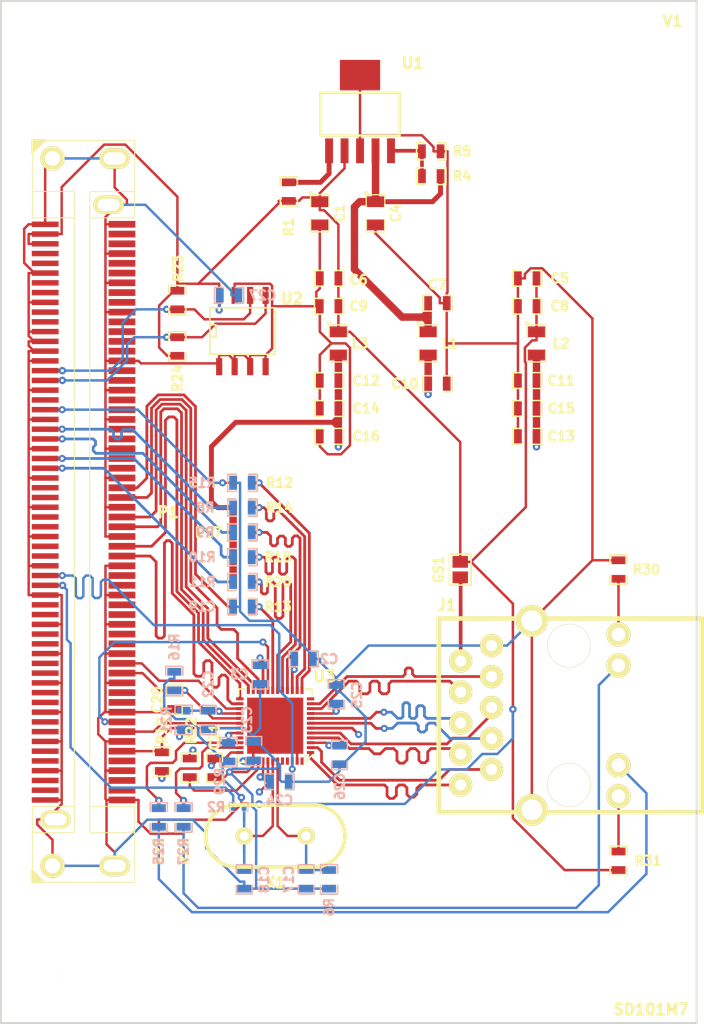
<source format=kicad_pcb>
(kicad_pcb (version 20171130) (host pcbnew "(5.1.12)-1")
  (title_block (title "PMOD Gigabit Ethernet Expansion Module (RGMII based on RTL8211E)") (rev 1) (company "Numato Lab") (comment 1 http://www.numato.com) (comment 2 "License: CC BY-SA"))
  (layers (0 F.Cu signal) (1 GND power) (2 PWR power) (31 B.Cu signal) (34 B.Paste user hide) (35 F.Paste user hide) (36 B.SilkS user hide) (37 F.SilkS user hide) (38 B.Mask user hide) (39 F.Mask user hide) (44 Edge.Cuts user))
  (net 0 "")
  (net 1 /AVDD3V3)
  (net 2 /ETH_INT_B)
  (net 3 /ETH_MDC)
  (net 4 /ETH_MDIO)
  (net 5 /ETH_RESET_B)
  (net 6 /ETH_RXCLK)
  (net 7 /ETH_RXCTL)
  (net 8 /ETH_RXD0)
  (net 9 /ETH_RXD1)
  (net 10 /ETH_RXD2)
  (net 11 /ETH_RXD3)
  (net 12 /ETH_TXCLK)
  (net 13 /ETH_TXCTL)
  (net 14 /ETH_TXD0)
  (net 15 /ETH_TXD1)
  (net 16 /ETH_TXD2)
  (net 17 /ETH_TXD3)
  (net 18 /ETH_VCC1V0)
  (net 19 /ETH_VCC3V3)
  (net 20 /FPGA_CLK)
  (net 21 /LED0)
  (net 22 /LED1)
  (net 23 /MAC_SCL)
  (net 24 /MAC_SDA)
  (net 25 /SYSCLK)
  (net 26 /VCC1V0)
  (net 27 /VCC3V3)
  (net 28 /XTAL1_50MHZ)
  (net 29 /XTAL2_50MHZ)
  (net 30 GND)
  (net 31 N-000001)
  (net 32 N-0000015)
  (net 33 N-0000016)
  (net 34 N-0000017)
  (net 35 N-0000018)
  (net 36 N-0000019)
  (net 37 N-000002)
  (net 38 N-0000023)
  (net 39 N-0000029)
  (net 40 N-000003)
  (net 41 N-0000031)
  (net 42 N-000004)
  (net 43 N-0000046)
  (net 44 N-0000048)
  (net 45 N-0000049)
  (net 46 N-000005)
  (net 47 N-0000050)
  (net 48 N-0000051)
  (net 49 N-0000052)
  (net 50 N-0000053)
  (net 51 N-000006)
  (net 52 N-000007)
  (net 53 N-000008)
  (net 54 N-000009)
  (module SM0603_Capa (layer F.Cu) (at 118.364 92.964)
    (fp_text reference C7 (at 0 -1.524) (layer F.SilkS) (effects (font (size 0.762 0.762) (thickness 0.1905))))
    (fp_text value 4.7uF hide)
    (pad 1 smd rect (at -0.762 0) (size 0.635 1.143) (layers F.Cu F.Paste F.Mask) (net 26 /VCC1V0))
    (pad 2 smd rect (at 0.762 0) (size 0.635 1.143) (layers F.Cu F.Paste F.Mask) (net 30 GND))
  )
  (module SM0603_Resistor (layer F.Cu) (at 98.044 131.064 90)
    (fp_text reference R22 (at 3.048 0.127 90) (layer F.SilkS) (effects (font (size 0.762 0.762) (thickness 0.1905))))
    (fp_text value 2.49K hide)
    (pad 1 smd rect (at -0.762 0 90) (size 0.635 1.143) (layers F.Cu F.Paste F.Mask) (net 52 N-000007))
    (pad 2 smd rect (at 0.762 0 90) (size 0.635 1.143) (layers F.Cu F.Paste F.Mask) (net 30 GND))
  )
  (module FX18_120_RCPT (layer F.Cu) (at 89.2048 110.099 270)
    (fp_text reference P1 (at 0.01016 -7.0612) (layer F.SilkS) (effects (font (size 0.889 0.889) (thickness 0.22225))))
    (fp_text value HIROSE_120PIN hide)
    (pad 1 smd rect (at -23.6 -3.277 270) (size 0.55 2.2) (layers F.Cu F.Paste F.Mask) (net 30 GND))
    (pad 2 smd rect (at -22.8 -3.277 270) (size 0.55 2.2) (layers F.Cu F.Paste F.Mask))
    (pad 3 smd rect (at -22 -3.277 270) (size 0.55 2.2) (layers F.Cu F.Paste F.Mask))
    (pad 4 smd rect (at -21.2 -3.277 270) (size 0.55 2.2) (layers F.Cu F.Paste F.Mask) (net 30 GND))
    (pad 5 smd rect (at -20.4 -3.277 270) (size 0.55 2.2) (layers F.Cu F.Paste F.Mask))
    (pad 6 smd rect (at -19.6 -3.277 270) (size 0.55 2.2) (layers F.Cu F.Paste F.Mask))
    (pad 7 smd rect (at -18.8 -3.277 270) (size 0.55 2.2) (layers F.Cu F.Paste F.Mask) (net 30 GND))
    (pad 8 smd rect (at -18 -3.277 270) (size 0.55 2.2) (layers F.Cu F.Paste F.Mask))
    (pad 9 smd rect (at -17.2 -3.277 270) (size 0.55 2.2) (layers F.Cu F.Paste F.Mask))
    (pad 10 smd rect (at -16.4 -3.277 270) (size 0.55 2.2) (layers F.Cu F.Paste F.Mask) (net 30 GND))
    (pad 11 smd rect (at -15.6 -3.277 270) (size 0.55 2.2) (layers F.Cu F.Paste F.Mask))
    (pad 12 smd rect (at -14.8 -3.277 270) (size 0.55 2.2) (layers F.Cu F.Paste F.Mask))
    (pad 13 smd rect (at -14 -3.277 270) (size 0.55 2.2) (layers F.Cu F.Paste F.Mask))
    (pad 14 smd rect (at -13.2 -3.277 270) (size 0.55 2.2) (layers F.Cu F.Paste F.Mask))
    (pad 15 smd rect (at -12.4 -3.277 270) (size 0.55 2.2) (layers F.Cu F.Paste F.Mask) (net 30 GND))
    (pad 16 smd rect (at -11.6 -3.277 270) (size 0.55 2.2) (layers F.Cu F.Paste F.Mask))
    (pad 17 smd rect (at -10.8 -3.277 270) (size 0.55 2.2) (layers F.Cu F.Paste F.Mask))
    (pad 18 smd rect (at -10 -3.277 270) (size 0.55 2.2) (layers F.Cu F.Paste F.Mask) (net 30 GND))
    (pad 19 smd rect (at -9.2 -3.277 270) (size 0.55 2.2) (layers F.Cu F.Paste F.Mask))
    (pad 20 smd rect (at -8.4 -3.277 270) (size 0.55 2.2) (layers F.Cu F.Paste F.Mask))
    (pad 21 smd rect (at -7.6 -3.277 270) (size 0.55 2.2) (layers F.Cu F.Paste F.Mask) (net 30 GND))
    (pad 22 smd rect (at -6.8 -3.277 270) (size 0.55 2.2) (layers F.Cu F.Paste F.Mask))
    (pad 23 smd rect (at -6 -3.277 270) (size 0.55 2.2) (layers F.Cu F.Paste F.Mask))
    (pad 24 smd rect (at -5.2 -3.277 270) (size 0.55 2.2) (layers F.Cu F.Paste F.Mask) (net 30 GND))
    (pad 25 smd rect (at -4.4 -3.277 270) (size 0.55 2.2) (layers F.Cu F.Paste F.Mask))
    (pad 26 smd rect (at -3.6 -3.277 270) (size 0.55 2.2) (layers F.Cu F.Paste F.Mask))
    (pad 27 smd rect (at -2.8 -3.277 270) (size 0.55 2.2) (layers F.Cu F.Paste F.Mask) (net 30 GND))
    (pad 28 smd rect (at -2 -3.277 270) (size 0.55 2.2) (layers F.Cu F.Paste F.Mask) (net 6 /ETH_RXCLK))
    (pad 29 smd rect (at -1.2 -3.277 270) (size 0.55 2.2) (layers F.Cu F.Paste F.Mask) (net 12 /ETH_TXCLK))
    (pad 30 smd rect (at -0.4 -3.277 270) (size 0.55 2.2) (layers F.Cu F.Paste F.Mask) (net 30 GND))
    (pad 31 smd rect (at 0.4 -3.277 270) (size 0.55 2.2) (layers F.Cu F.Paste F.Mask) (net 14 /ETH_TXD0))
    (pad 32 smd rect (at 1.2 -3.277 270) (size 0.55 2.2) (layers F.Cu F.Paste F.Mask) (net 15 /ETH_TXD1))
    (pad 33 smd rect (at 2 -3.277 270) (size 0.55 2.2) (layers F.Cu F.Paste F.Mask) (net 30 GND))
    (pad 34 smd rect (at 2.8 -3.277 270) (size 0.55 2.2) (layers F.Cu F.Paste F.Mask) (net 16 /ETH_TXD2))
    (pad 35 smd rect (at 3.6 -3.277 270) (size 0.55 2.2) (layers F.Cu F.Paste F.Mask) (net 17 /ETH_TXD3))
    (pad 36 smd rect (at 4.4 -3.277 270) (size 0.55 2.2) (layers F.Cu F.Paste F.Mask) (net 30 GND))
    (pad 37 smd rect (at 5.2 -3.277 270) (size 0.55 2.2) (layers F.Cu F.Paste F.Mask))
    (pad 38 smd rect (at 6 -3.277 270) (size 0.55 2.2) (layers F.Cu F.Paste F.Mask))
    (pad 39 smd rect (at 6.8 -3.277 270) (size 0.55 2.2) (layers F.Cu F.Paste F.Mask) (net 30 GND))
    (pad 40 smd rect (at 7.6 -3.277 270) (size 0.55 2.2) (layers F.Cu F.Paste F.Mask))
    (pad 41 smd rect (at 8.4 -3.277 270) (size 0.55 2.2) (layers F.Cu F.Paste F.Mask))
    (pad 42 smd rect (at 9.2 -3.277 270) (size 0.55 2.2) (layers F.Cu F.Paste F.Mask) (net 30 GND))
    (pad 43 smd rect (at 10 -3.277 270) (size 0.55 2.2) (layers F.Cu F.Paste F.Mask))
    (pad 44 smd rect (at 10.8 -3.277 270) (size 0.55 2.2) (layers F.Cu F.Paste F.Mask))
    (pad 45 smd rect (at 11.6 -3.277 270) (size 0.55 2.2) (layers F.Cu F.Paste F.Mask) (net 30 GND))
    (pad 46 smd rect (at 12.4 -3.277 270) (size 0.55 2.2) (layers F.Cu F.Paste F.Mask) (net 13 /ETH_TXCTL))
    (pad 47 smd rect (at 13.2 -3.277 270) (size 0.55 2.2) (layers F.Cu F.Paste F.Mask) (net 5 /ETH_RESET_B))
    (pad 48 smd rect (at 14 -3.277 270) (size 0.55 2.2) (layers F.Cu F.Paste F.Mask) (net 30 GND))
    (pad 49 smd rect (at 14.8 -3.277 270) (size 0.55 2.2) (layers F.Cu F.Paste F.Mask))
    (pad 50 smd rect (at 15.6 -3.277 270) (size 0.55 2.2) (layers F.Cu F.Paste F.Mask))
    (pad 51 smd rect (at 16.4 -3.277 270) (size 0.55 2.2) (layers F.Cu F.Paste F.Mask) (net 30 GND))
    (pad 52 smd rect (at 17.2 -3.277 270) (size 0.55 2.2) (layers F.Cu F.Paste F.Mask) (net 2 /ETH_INT_B))
    (pad 53 smd rect (at 18 -3.277 270) (size 0.55 2.2) (layers F.Cu F.Paste F.Mask) (net 3 /ETH_MDC))
    (pad 54 smd rect (at 18.8 -3.277 270) (size 0.55 2.2) (layers F.Cu F.Paste F.Mask) (net 30 GND))
    (pad 55 smd rect (at 19.6 -3.277 270) (size 0.55 2.2) (layers F.Cu F.Paste F.Mask) (net 4 /ETH_MDIO))
    (pad 56 smd rect (at 20.4 -3.277 270) (size 0.55 2.2) (layers F.Cu F.Paste F.Mask))
    (pad 57 smd rect (at 21.2 -3.277 270) (size 0.55 2.2) (layers F.Cu F.Paste F.Mask) (net 30 GND))
    (pad 58 smd rect (at 22 -3.277 270) (size 0.55 2.2) (layers F.Cu F.Paste F.Mask))
    (pad 59 smd rect (at 22.8 -3.277 270) (size 0.55 2.2) (layers F.Cu F.Paste F.Mask))
    (pad 60 smd rect (at 23.6 -3.277 270) (size 0.55 2.2) (layers F.Cu F.Paste F.Mask) (net 30 GND))
    (pad 120 smd rect (at -23.6 3.023 90) (size 0.45 2.2) (layers F.Cu F.Paste F.Mask) (net 30 GND))
    (pad 119 smd rect (at -22.8 3.023 90) (size 0.45 2.2) (layers F.Cu F.Paste F.Mask) (net 27 /VCC3V3))
    (pad 118 smd rect (at -22 3.023 90) (size 0.45 2.2) (layers F.Cu F.Paste F.Mask) (net 27 /VCC3V3))
    (pad 117 smd rect (at -21.2 3.023 90) (size 0.45 2.2) (layers F.Cu F.Paste F.Mask))
    (pad 116 smd rect (at -20.4 3.023 90) (size 0.45 2.2) (layers F.Cu F.Paste F.Mask))
    (pad 115 smd rect (at -19.6 3.023 90) (size 0.45 2.2) (layers F.Cu F.Paste F.Mask) (net 30 GND))
    (pad 114 smd rect (at -18.8 3.023 90) (size 0.45 2.2) (layers F.Cu F.Paste F.Mask))
    (pad 113 smd rect (at -18 3.023 90) (size 0.45 2.2) (layers F.Cu F.Paste F.Mask))
    (pad 112 smd rect (at -17.2 3.023 90) (size 0.45 2.2) (layers F.Cu F.Paste F.Mask) (net 30 GND))
    (pad 111 smd rect (at -16.4 3.023 90) (size 0.45 2.2) (layers F.Cu F.Paste F.Mask))
    (pad 110 smd rect (at -15.6 3.023 90) (size 0.45 2.2) (layers F.Cu F.Paste F.Mask))
    (pad 109 smd rect (at -14.8 3.023 90) (size 0.45 2.2) (layers F.Cu F.Paste F.Mask) (net 30 GND))
    (pad 108 smd rect (at -14 3.023 90) (size 0.45 2.2) (layers F.Cu F.Paste F.Mask) (net 30 GND))
    (pad 107 smd rect (at -13.2 3.023 90) (size 0.45 2.2) (layers F.Cu F.Paste F.Mask) (net 30 GND))
    (pad 106 smd rect (at -12.4 3.023 90) (size 0.45 2.2) (layers F.Cu F.Paste F.Mask) (net 30 GND))
    (pad 105 smd rect (at -11.6 3.023 90) (size 0.45 2.2) (layers F.Cu F.Paste F.Mask) (net 23 /MAC_SCL))
    (pad 104 smd rect (at -10.8 3.023 90) (size 0.45 2.2) (layers F.Cu F.Paste F.Mask) (net 24 /MAC_SDA))
    (pad 103 smd rect (at -10 3.023 90) (size 0.45 2.2) (layers F.Cu F.Paste F.Mask) (net 30 GND))
    (pad 102 smd rect (at -9.2 3.023 90) (size 0.45 2.2) (layers F.Cu F.Paste F.Mask))
    (pad 101 smd rect (at -8.4 3.023 90) (size 0.45 2.2) (layers F.Cu F.Paste F.Mask) (net 7 /ETH_RXCTL))
    (pad 100 smd rect (at -7.6 3.023 90) (size 0.45 2.2) (layers F.Cu F.Paste F.Mask) (net 30 GND))
    (pad 99 smd rect (at -6.8 3.023 90) (size 0.45 2.2) (layers F.Cu F.Paste F.Mask) (net 8 /ETH_RXD0))
    (pad 98 smd rect (at -6 3.023 90) (size 0.45 2.2) (layers F.Cu F.Paste F.Mask) (net 9 /ETH_RXD1))
    (pad 97 smd rect (at -5.2 3.023 90) (size 0.45 2.2) (layers F.Cu F.Paste F.Mask) (net 30 GND))
    (pad 96 smd rect (at -4.4 3.023 90) (size 0.45 2.2) (layers F.Cu F.Paste F.Mask) (net 10 /ETH_RXD2))
    (pad 95 smd rect (at -3.6 3.023 90) (size 0.45 2.2) (layers F.Cu F.Paste F.Mask) (net 11 /ETH_RXD3))
    (pad 94 smd rect (at -2.8 3.023 90) (size 0.45 2.2) (layers F.Cu F.Paste F.Mask) (net 30 GND))
    (pad 93 smd rect (at -2 3.023 90) (size 0.45 2.2) (layers F.Cu F.Paste F.Mask))
    (pad 92 smd rect (at -1.2 3.023 90) (size 0.45 2.2) (layers F.Cu F.Paste F.Mask))
    (pad 91 smd rect (at -0.4 3.023 90) (size 0.45 2.2) (layers F.Cu F.Paste F.Mask) (net 30 GND))
    (pad 90 smd rect (at 0.4 3.023 90) (size 0.45 2.2) (layers F.Cu F.Paste F.Mask))
    (pad 89 smd rect (at 1.2 3.023 90) (size 0.45 2.2) (layers F.Cu F.Paste F.Mask))
    (pad 88 smd rect (at 2 3.023 90) (size 0.45 2.2) (layers F.Cu F.Paste F.Mask) (net 30 GND))
    (pad 87 smd rect (at 2.8 3.023 90) (size 0.45 2.2) (layers F.Cu F.Paste F.Mask))
    (pad 86 smd rect (at 3.6 3.023 90) (size 0.45 2.2) (layers F.Cu F.Paste F.Mask))
    (pad 85 smd rect (at 4.4 3.023 90) (size 0.45 2.2) (layers F.Cu F.Paste F.Mask) (net 30 GND))
    (pad 84 smd rect (at 5.2 3.023 90) (size 0.45 2.2) (layers F.Cu F.Paste F.Mask) (net 25 /SYSCLK))
    (pad 83 smd rect (at 6 3.023 90) (size 0.45 2.2) (layers F.Cu F.Paste F.Mask) (net 20 /FPGA_CLK))
    (pad 82 smd rect (at 6.8 3.023 90) (size 0.45 2.2) (layers F.Cu F.Paste F.Mask) (net 30 GND))
    (pad 81 smd rect (at 7.6 3.023 90) (size 0.45 2.2) (layers F.Cu F.Paste F.Mask))
    (pad 80 smd rect (at 8.4 3.023 90) (size 0.45 2.2) (layers F.Cu F.Paste F.Mask))
    (pad 79 smd rect (at 9.2 3.023 90) (size 0.45 2.2) (layers F.Cu F.Paste F.Mask) (net 30 GND))
    (pad 78 smd rect (at 10 3.023 90) (size 0.45 2.2) (layers F.Cu F.Paste F.Mask))
    (pad 77 smd rect (at 10.8 3.023 90) (size 0.45 2.2) (layers F.Cu F.Paste F.Mask))
    (pad 76 smd rect (at 11.6 3.023 90) (size 0.45 2.2) (layers F.Cu F.Paste F.Mask) (net 30 GND))
    (pad 75 smd rect (at 12.4 3.023 90) (size 0.45 2.2) (layers F.Cu F.Paste F.Mask))
    (pad 74 smd rect (at 13.2 3.023 90) (size 0.45 2.2) (layers F.Cu F.Paste F.Mask))
    (pad 73 smd rect (at 14 3.023 90) (size 0.45 2.2) (layers F.Cu F.Paste F.Mask) (net 30 GND))
    (pad 72 smd rect (at 14.8 3.023 90) (size 0.45 2.2) (layers F.Cu F.Paste F.Mask))
    (pad 71 smd rect (at 15.6 3.023 90) (size 0.45 2.2) (layers F.Cu F.Paste F.Mask))
    (pad 70 smd rect (at 16.4 3.023 90) (size 0.45 2.2) (layers F.Cu F.Paste F.Mask) (net 30 GND))
    (pad 69 smd rect (at 17.2 3.023 90) (size 0.45 2.2) (layers F.Cu F.Paste F.Mask))
    (pad 68 smd rect (at 18 3.023 90) (size 0.45 2.2) (layers F.Cu F.Paste F.Mask))
    (pad 67 smd rect (at 18.8 3.023 90) (size 0.45 2.2) (layers F.Cu F.Paste F.Mask) (net 30 GND))
    (pad 66 smd rect (at 19.6 3.023 90) (size 0.45 2.2) (layers F.Cu F.Paste F.Mask))
    (pad 65 smd rect (at 20.4 3.023 90) (size 0.45 2.2) (layers F.Cu F.Paste F.Mask))
    (pad 64 smd rect (at 21.2 3.023 90) (size 0.45 2.2) (layers F.Cu F.Paste F.Mask) (net 30 GND))
    (pad 63 smd rect (at 22 3.023 90) (size 0.45 2.2) (layers F.Cu F.Paste F.Mask))
    (pad 62 smd rect (at 22.8 3.023 90) (size 0.45 2.2) (layers F.Cu F.Paste F.Mask))
    (pad 61 smd rect (at 23.6 3.023 90) (size 0.45 2.2) (layers F.Cu F.Paste F.Mask) (net 30 GND))
    (pad "" thru_hole oval (at 25.2 2.173 90) (size 1.5 2.5) (drill oval 1 1.81) (layers *.Cu *.Mask F.SilkS) (net 30 GND))
    (pad "" thru_hole oval (at -25.2 -2.177 90) (size 1.5 2.5) (drill oval 1 1.81) (layers *.Cu *.Mask F.SilkS) (net 30 GND))
    (pad "" thru_hole oval (at -29 -2.677 90) (size 1.7 2.5) (drill oval 1 1.81) (layers *.Cu *.Mask F.SilkS) (net 30 GND))
    (pad "" thru_hole oval (at 29 -2.677 90) (size 1.7 2.5) (drill oval 1 1.81) (layers *.Cu *.Mask F.SilkS) (net 30 GND))
    (pad "" thru_hole circle (at -29 2.423 90) (size 2 2) (drill 1.21) (layers *.Cu *.Mask F.SilkS) (net 30 GND))
    (pad "" thru_hole circle (at 29 2.423 90) (size 2 2) (drill 1.21) (layers *.Cu *.Mask F.SilkS) (net 30 GND))
  )
  (module SM0603_Capa (layer F.Cu) (at 125.73 90.932 180)
    (fp_text reference C5 (at -2.667 0 180) (layer F.SilkS) (effects (font (size 0.762 0.762) (thickness 0.1905))))
    (fp_text value 4.7uF hide)
    (pad 1 smd rect (at -0.762 0 180) (size 0.635 1.143) (layers F.Cu F.Paste F.Mask) (net 27 /VCC3V3))
    (pad 2 smd rect (at 0.762 0 180) (size 0.635 1.143) (layers F.Cu F.Paste F.Mask) (net 30 GND))
  )
  (module SM0603_Resistor (layer B.Cu) (at 102.362 109.728)
    (fp_text reference R8 (at -3.048 0) (layer B.SilkS) (effects (font (size 0.762 0.762) (thickness 0.1905)) (justify mirror)))
    (fp_text value 0R hide)
    (pad 1 smd rect (at -0.762 0) (size 0.635 1.143) (layers B.Cu B.Paste B.Mask) (net 8 /ETH_RXD0))
    (pad 2 smd rect (at 0.762 0) (size 0.635 1.143) (layers B.Cu B.Paste B.Mask) (net 43 N-0000046))
  )
  (module SM0603_Resistor (layer B.Cu) (at 102.362 107.696 180)
    (fp_text reference R15 (at 3.302 0 180) (layer B.SilkS) (effects (font (size 0.762 0.762) (thickness 0.1905)) (justify mirror)))
    (fp_text value 4.7K hide)
    (pad 1 smd rect (at -0.762 0 180) (size 0.635 1.143) (layers B.Cu B.Paste B.Mask) (net 48 N-0000051))
    (pad 2 smd rect (at 0.762 0 180) (size 0.635 1.143) (layers B.Cu B.Paste B.Mask) (net 30 GND))
  )
  (module SM0603_Resistor (layer F.Cu) (at 102.362 113.792)
    (fp_text reference R18 (at 2.921 0) (layer F.SilkS) (effects (font (size 0.762 0.762) (thickness 0.1905))))
    (fp_text value 4.7K hide)
    (pad 1 smd rect (at -0.762 0) (size 0.635 1.143) (layers F.Cu F.Paste F.Mask) (net 19 /ETH_VCC3V3))
    (pad 2 smd rect (at 0.762 0) (size 0.635 1.143) (layers F.Cu F.Paste F.Mask) (net 45 N-0000049))
  )
  (module SM0603_Resistor (layer F.Cu) (at 117.856 80.518 180)
    (fp_text reference R5 (at -2.54 0 180) (layer F.SilkS) (effects (font (size 0.762 0.762) (thickness 0.1905))))
    (fp_text value 27K hide)
    (pad 1 smd rect (at -0.762 0 180) (size 0.635 1.143) (layers F.Cu F.Paste F.Mask) (net 30 GND))
    (pad 2 smd rect (at 0.762 0 180) (size 0.635 1.143) (layers F.Cu F.Paste F.Mask) (net 39 N-0000029))
  )
  (module SM0805 (layer F.Cu) (at 117.602 96.266 270)
    (fp_text reference L1 (at 0 -1.778) (layer F.SilkS) (effects (font (size 0.762 0.762) (thickness 0.1905))))
    (fp_text value INDUCTOR hide)
    (pad 1 smd rect (at -0.9525 0 270) (size 0.889 1.397) (layers F.Cu F.Paste F.Mask) (net 26 /VCC1V0))
    (pad 2 smd rect (at 0.9525 0 270) (size 0.889 1.397) (layers F.Cu F.Paste F.Mask) (net 18 /ETH_VCC1V0))
  )
  (module SM0805 (layer F.Cu) (at 126.492 96.266 270)
    (fp_text reference L2 (at 0 -2.032) (layer F.SilkS) (effects (font (size 0.762 0.762) (thickness 0.1905))))
    (fp_text value INDUCTOR hide)
    (pad 1 smd rect (at -0.9525 0 270) (size 0.889 1.397) (layers F.Cu F.Paste F.Mask) (net 27 /VCC3V3))
    (pad 2 smd rect (at 0.9525 0 270) (size 0.889 1.397) (layers F.Cu F.Paste F.Mask) (net 1 /AVDD3V3))
  )
  (module SM0603_Resistor (layer B.Cu) (at 102.362 111.76)
    (fp_text reference R9 (at -3.048 0) (layer B.SilkS) (effects (font (size 0.762 0.762) (thickness 0.1905)) (justify mirror)))
    (fp_text value 0R hide)
    (pad 1 smd rect (at -0.762 0) (size 0.635 1.143) (layers B.Cu B.Paste B.Mask) (net 9 /ETH_RXD1))
    (pad 2 smd rect (at 0.762 0) (size 0.635 1.143) (layers B.Cu B.Paste B.Mask) (net 47 N-0000050))
  )
  (module SM0603_Resistor (layer F.Cu) (at 97.536 135.128 270)
    (fp_text reference R28 (at 2.794 0 270) (layer F.SilkS) (effects (font (size 0.762 0.762) (thickness 0.1905))))
    (fp_text value 4.7K hide)
    (pad 1 smd rect (at -0.762 0 270) (size 0.635 1.143) (layers F.Cu F.Paste F.Mask) (net 54 N-000009))
    (pad 2 smd rect (at 0.762 0 270) (size 0.635 1.143) (layers F.Cu F.Paste F.Mask) (net 30 GND))
  )
  (module SM0603_Resistor (layer F.Cu) (at 95.504 135.128 270)
    (fp_text reference R26 (at 2.794 0 270) (layer F.SilkS) (effects (font (size 0.762 0.762) (thickness 0.1905))))
    (fp_text value 4.7K hide)
    (pad 1 smd rect (at -0.762 0 270) (size 0.635 1.143) (layers F.Cu F.Paste F.Mask) (net 53 N-000008))
    (pad 2 smd rect (at 0.762 0 270) (size 0.635 1.143) (layers F.Cu F.Paste F.Mask) (net 27 /VCC3V3))
  )
  (module SM0603_Resistor (layer F.Cu) (at 97.028 96.52 270)
    (fp_text reference R24 (at 2.60096 -0.00508 270) (layer F.SilkS) (effects (font (size 0.762 0.762) (thickness 0.1905))))
    (fp_text value 10K hide)
    (pad 1 smd rect (at -0.762 0 270) (size 0.635 1.143) (layers F.Cu F.Paste F.Mask) (net 24 /MAC_SDA))
    (pad 2 smd rect (at 0.762 0 270) (size 0.635 1.143) (layers F.Cu F.Paste F.Mask) (net 27 /VCC3V3))
  )
  (module SM0603_Resistor (layer F.Cu) (at 97.028 92.71 90)
    (fp_text reference R23 (at 2.5908 0.0762 90) (layer F.SilkS) (effects (font (size 0.762 0.762) (thickness 0.1905))))
    (fp_text value 10K hide)
    (pad 1 smd rect (at -0.762 0 90) (size 0.635 1.143) (layers F.Cu F.Paste F.Mask) (net 23 /MAC_SCL))
    (pad 2 smd rect (at 0.762 0 90) (size 0.635 1.143) (layers F.Cu F.Paste F.Mask) (net 27 /VCC3V3))
  )
  (module SM0603_Resistor (layer B.Cu) (at 97.536 127.142 270)
    (fp_text reference R21 (at 0 1.397 270) (layer B.SilkS) (effects (font (size 0.762 0.762) (thickness 0.1905)) (justify mirror)))
    (fp_text value 0R hide)
    (pad 1 smd rect (at -0.762 0 270) (size 0.635 1.143) (layers B.Cu B.Paste B.Mask) (net 50 N-0000053))
    (pad 2 smd rect (at 0.762 0 270) (size 0.635 1.143) (layers B.Cu B.Paste B.Mask) (net 18 /ETH_VCC1V0))
  )
  (module SM0603_Resistor (layer F.Cu) (at 95.758 130.556 90)
    (fp_text reference R19 (at 2.54 0 90) (layer F.SilkS) (effects (font (size 0.762 0.762) (thickness 0.1905))))
    (fp_text value 1.5K hide)
    (pad 1 smd rect (at -0.762 0 90) (size 0.635 1.143) (layers F.Cu F.Paste F.Mask) (net 19 /ETH_VCC3V3))
    (pad 2 smd rect (at 0.762 0 90) (size 0.635 1.143) (layers F.Cu F.Paste F.Mask) (net 4 /ETH_MDIO))
  )
  (module SM0603_Resistor (layer F.Cu) (at 102.362 111.76)
    (fp_text reference R17 (at -2.794 0) (layer F.SilkS) (effects (font (size 0.762 0.762) (thickness 0.1905))))
    (fp_text value 4.7K hide)
    (pad 1 smd rect (at -0.762 0) (size 0.635 1.143) (layers F.Cu F.Paste F.Mask) (net 19 /ETH_VCC3V3))
    (pad 2 smd rect (at 0.762 0) (size 0.635 1.143) (layers F.Cu F.Paste F.Mask) (net 47 N-0000050))
  )
  (module SM0603_Resistor (layer F.Cu) (at 102.362 117.856)
    (fp_text reference R13 (at 2.921 0) (layer F.SilkS) (effects (font (size 0.762 0.762) (thickness 0.1905))))
    (fp_text value 0R hide)
    (pad 1 smd rect (at -0.762 0) (size 0.635 1.143) (layers F.Cu F.Paste F.Mask) (net 6 /ETH_RXCLK))
    (pad 2 smd rect (at 0.762 0) (size 0.635 1.143) (layers F.Cu F.Paste F.Mask) (net 49 N-0000052))
  )
  (module SM0603_Resistor (layer F.Cu) (at 102.362 109.728)
    (fp_text reference R14 (at 3.048 0) (layer F.SilkS) (effects (font (size 0.762 0.762) (thickness 0.1905))))
    (fp_text value 4.7K hide)
    (pad 1 smd rect (at -0.762 0) (size 0.635 1.143) (layers F.Cu F.Paste F.Mask) (net 19 /ETH_VCC3V3))
    (pad 2 smd rect (at 0.762 0) (size 0.635 1.143) (layers F.Cu F.Paste F.Mask) (net 43 N-0000046))
  )
  (module SM0603_Resistor (layer F.Cu) (at 117.856 82.55)
    (fp_text reference R4 (at 2.54 0) (layer F.SilkS) (effects (font (size 0.762 0.762) (thickness 0.1905))))
    (fp_text value 39K hide)
    (pad 1 smd rect (at -0.762 0) (size 0.635 1.143) (layers F.Cu F.Paste F.Mask) (net 39 N-0000029))
    (pad 2 smd rect (at 0.762 0) (size 0.635 1.143) (layers F.Cu F.Paste F.Mask) (net 26 /VCC1V0))
  )
  (module SM0603_Resistor (layer B.Cu) (at 102.362 113.792)
    (fp_text reference R10 (at -3.302 0) (layer B.SilkS) (effects (font (size 0.762 0.762) (thickness 0.1905)) (justify mirror)))
    (fp_text value 0R hide)
    (pad 1 smd rect (at -0.762 0) (size 0.635 1.143) (layers B.Cu B.Paste B.Mask) (net 10 /ETH_RXD2))
    (pad 2 smd rect (at 0.762 0) (size 0.635 1.143) (layers B.Cu B.Paste B.Mask) (net 45 N-0000049))
  )
  (module SM0603_Capa (layer F.Cu) (at 109.474 90.932 180)
    (fp_text reference C6 (at -2.413 -0.127 180) (layer F.SilkS) (effects (font (size 0.762 0.762) (thickness 0.1905))))
    (fp_text value 4.7uF hide)
    (pad 1 smd rect (at -0.762 0 180) (size 0.635 1.143) (layers F.Cu F.Paste F.Mask) (net 27 /VCC3V3))
    (pad 2 smd rect (at 0.762 0 180) (size 0.635 1.143) (layers F.Cu F.Paste F.Mask) (net 30 GND))
  )
  (module SM0603_Capa (layer F.Cu) (at 109.474 93.218 180)
    (fp_text reference C9 (at -2.413 0 180) (layer F.SilkS) (effects (font (size 0.762 0.762) (thickness 0.1905))))
    (fp_text value 100nF hide)
    (pad 1 smd rect (at -0.762 0 180) (size 0.635 1.143) (layers F.Cu F.Paste F.Mask) (net 27 /VCC3V3))
    (pad 2 smd rect (at 0.762 0 180) (size 0.635 1.143) (layers F.Cu F.Paste F.Mask) (net 30 GND))
  )
  (module SM0603_Capa (layer F.Cu) (at 125.73 93.218 180)
    (fp_text reference C8 (at -2.667 0 180) (layer F.SilkS) (effects (font (size 0.762 0.762) (thickness 0.1905))))
    (fp_text value 100nF hide)
    (pad 1 smd rect (at -0.762 0 180) (size 0.635 1.143) (layers F.Cu F.Paste F.Mask) (net 27 /VCC3V3))
    (pad 2 smd rect (at 0.762 0 180) (size 0.635 1.143) (layers F.Cu F.Paste F.Mask) (net 30 GND))
  )
  (module SM0603_Capa (layer B.Cu) (at 102.362 117.856 180)
    (fp_text reference C19 (at 3.302 0 180) (layer B.SilkS) (effects (font (size 0.762 0.762) (thickness 0.1905)) (justify mirror)))
    (fp_text value 27pF hide)
    (pad 1 smd rect (at -0.762 0 180) (size 0.635 1.143) (layers B.Cu B.Paste B.Mask) (net 49 N-0000052))
    (pad 2 smd rect (at 0.762 0 180) (size 0.635 1.143) (layers B.Cu B.Paste B.Mask) (net 30 GND))
  )
  (module SM0603_Capa (layer F.Cu) (at 109.474 99.314 180)
    (fp_text reference C12 (at -3.048 0 180) (layer F.SilkS) (effects (font (size 0.762 0.762) (thickness 0.1905))))
    (fp_text value 4.7uF hide)
    (pad 1 smd rect (at -0.762 0 180) (size 0.635 1.143) (layers F.Cu F.Paste F.Mask) (net 19 /ETH_VCC3V3))
    (pad 2 smd rect (at 0.762 0 180) (size 0.635 1.143) (layers F.Cu F.Paste F.Mask) (net 30 GND))
  )
  (module SM0603_Capa (layer F.Cu) (at 109.474 103.886 180)
    (fp_text reference C16 (at -3.048 0 180) (layer F.SilkS) (effects (font (size 0.762 0.762) (thickness 0.1905))))
    (fp_text value 100nF hide)
    (pad 1 smd rect (at -0.762 0 180) (size 0.635 1.143) (layers F.Cu F.Paste F.Mask) (net 19 /ETH_VCC3V3))
    (pad 2 smd rect (at 0.762 0 180) (size 0.635 1.143) (layers F.Cu F.Paste F.Mask) (net 30 GND))
  )
  (module SM0603_Capa (layer B.Cu) (at 102.514 140.208 270)
    (fp_text reference C18 (at 0.01778 -1.62052 270) (layer B.SilkS) (effects (font (size 0.762 0.762) (thickness 0.1905)) (justify mirror)))
    (fp_text value 12pF hide)
    (pad 1 smd rect (at -0.762 0 270) (size 0.635 1.143) (layers B.Cu B.Paste B.Mask) (net 28 /XTAL1_50MHZ))
    (pad 2 smd rect (at 0.762 0 270) (size 0.635 1.143) (layers B.Cu B.Paste B.Mask) (net 30 GND))
  )
  (module SM0603_Capa (layer F.Cu) (at 96.774 125.476 270)
    (fp_text reference C20 (at 0 1.397 270) (layer F.SilkS) (effects (font (size 0.762 0.762) (thickness 0.1905))))
    (fp_text value 0.1uF hide)
    (pad 1 smd rect (at -0.762 0 270) (size 0.635 1.143) (layers F.Cu F.Paste F.Mask) (net 5 /ETH_RESET_B))
    (pad 2 smd rect (at 0.762 0 270) (size 0.635 1.143) (layers F.Cu F.Paste F.Mask) (net 30 GND))
  )
  (module SM0603_Capa (layer B.Cu) (at 107.594 140.208 270)
    (fp_text reference C17 (at 0 1.4224 270) (layer B.SilkS) (effects (font (size 0.762 0.762) (thickness 0.1905)) (justify mirror)))
    (fp_text value 12pF hide)
    (pad 1 smd rect (at -0.762 0 270) (size 0.635 1.143) (layers B.Cu B.Paste B.Mask) (net 29 /XTAL2_50MHZ))
    (pad 2 smd rect (at 0.762 0 270) (size 0.635 1.143) (layers B.Cu B.Paste B.Mask) (net 30 GND))
  )
  (module SM0603_Capa (layer B.Cu) (at 105.397 132.204)
    (fp_text reference C24 (at 0.0127 1.52654) (layer B.SilkS) (effects (font (size 0.762 0.762) (thickness 0.1905)) (justify mirror)))
    (fp_text value 100nF hide)
    (pad 1 smd rect (at -0.762 0) (size 0.635 1.143) (layers B.Cu B.Paste B.Mask) (net 18 /ETH_VCC1V0))
    (pad 2 smd rect (at 0.762 0) (size 0.635 1.143) (layers B.Cu B.Paste B.Mask) (net 30 GND))
  )
  (module SM0603_Capa (layer B.Cu) (at 110.058 125.034 90)
    (fp_text reference C25 (at -0.06096 1.7018 90) (layer B.SilkS) (effects (font (size 0.762 0.762) (thickness 0.1905)) (justify mirror)))
    (fp_text value 100nF hide)
    (pad 1 smd rect (at -0.762 0 90) (size 0.635 1.143) (layers B.Cu B.Paste B.Mask) (net 18 /ETH_VCC1V0))
    (pad 2 smd rect (at 0.762 0 90) (size 0.635 1.143) (layers B.Cu B.Paste B.Mask) (net 30 GND))
  )
  (module SM0603_Capa (layer F.Cu) (at 100.076 131.064 270)
    (fp_text reference C21 (at -2.54 0 270) (layer F.SilkS) (effects (font (size 0.762 0.762) (thickness 0.1905))))
    (fp_text value 100nF hide)
    (pad 1 smd rect (at -0.762 0 270) (size 0.635 1.143) (layers F.Cu F.Paste F.Mask) (net 50 N-0000053))
    (pad 2 smd rect (at 0.762 0 270) (size 0.635 1.143) (layers F.Cu F.Paste F.Mask) (net 30 GND))
  )
  (module SM0603_Capa (layer B.Cu) (at 99.5578 127.142 270)
    (fp_text reference C22 (at -2.93624 -0.01016 270) (layer B.SilkS) (effects (font (size 0.762 0.762) (thickness 0.1905)) (justify mirror)))
    (fp_text value 100nF hide)
    (pad 1 smd rect (at -0.762 0 270) (size 0.635 1.143) (layers B.Cu B.Paste B.Mask) (net 50 N-0000053))
    (pad 2 smd rect (at 0.762 0 270) (size 0.635 1.143) (layers B.Cu B.Paste B.Mask) (net 30 GND))
  )
  (module SM0603_Capa (layer B.Cu) (at 103.297 129.697 90)
    (fp_text reference C23 (at 2.57048 -0.55372 90) (layer B.SilkS) (effects (font (size 0.762 0.762) (thickness 0.1905)) (justify mirror)))
    (fp_text value 100nF hide)
    (pad 1 smd rect (at -0.762 0 90) (size 0.635 1.143) (layers B.Cu B.Paste B.Mask) (net 19 /ETH_VCC3V3))
    (pad 2 smd rect (at 0.762 0 90) (size 0.635 1.143) (layers B.Cu B.Paste B.Mask) (net 30 GND))
  )
  (module SM0603_Capa (layer B.Cu) (at 101.272 92.3214)
    (fp_text reference C27 (at 2.74066 0.00762) (layer B.SilkS) (effects (font (size 0.762 0.762) (thickness 0.1905)) (justify mirror)))
    (fp_text value 100nF hide)
    (pad 1 smd rect (at -0.762 0) (size 0.635 1.143) (layers B.Cu B.Paste B.Mask) (net 27 /VCC3V3))
    (pad 2 smd rect (at 0.762 0) (size 0.635 1.143) (layers B.Cu B.Paste B.Mask) (net 30 GND))
  )
  (module SM0603_Capa (layer B.Cu) (at 110.327 130.007 270)
    (fp_text reference C26 (at 2.58064 -0.03556 270) (layer B.SilkS) (effects (font (size 0.762 0.762) (thickness 0.1905)) (justify mirror)))
    (fp_text value 100nF hide)
    (pad 1 smd rect (at -0.762 0 270) (size 0.635 1.143) (layers B.Cu B.Paste B.Mask) (net 18 /ETH_VCC1V0))
    (pad 2 smd rect (at 0.762 0 270) (size 0.635 1.143) (layers B.Cu B.Paste B.Mask) (net 30 GND))
  )
  (module SM0603_Capa (layer F.Cu) (at 125.73 99.314 180)
    (fp_text reference C11 (at -2.794 0 180) (layer F.SilkS) (effects (font (size 0.762 0.762) (thickness 0.1905))))
    (fp_text value 4.7uF hide)
    (pad 1 smd rect (at -0.762 0 180) (size 0.635 1.143) (layers F.Cu F.Paste F.Mask) (net 1 /AVDD3V3))
    (pad 2 smd rect (at 0.762 0 180) (size 0.635 1.143) (layers F.Cu F.Paste F.Mask) (net 30 GND))
  )
  (module SM0603_Capa (layer F.Cu) (at 125.73 101.6 180)
    (fp_text reference C15 (at -2.794 0 180) (layer F.SilkS) (effects (font (size 0.762 0.762) (thickness 0.1905))))
    (fp_text value 100nF hide)
    (pad 1 smd rect (at -0.762 0 180) (size 0.635 1.143) (layers F.Cu F.Paste F.Mask) (net 1 /AVDD3V3))
    (pad 2 smd rect (at 0.762 0 180) (size 0.635 1.143) (layers F.Cu F.Paste F.Mask) (net 30 GND))
  )
  (module HC-49V (layer F.Cu) (at 105.054 136.652 180)
    (fp_text reference X1 (at 0 -3.81 180) (layer F.SilkS) (effects (font (size 0.889 0.889) (thickness 0.22225))))
    (fp_text value 50MHz hide)
    (pad 1 thru_hole circle (at -2.54 0 180) (size 1.4224 1.4224) (drill 0.762) (layers *.Cu *.Mask F.SilkS) (net 29 /XTAL2_50MHZ))
    (pad 2 thru_hole circle (at 2.54 0 180) (size 1.4224 1.4224) (drill 0.762) (layers *.Cu *.Mask F.SilkS) (net 28 /XTAL1_50MHZ))
  )
  (module SM0603_Resistor (layer B.Cu) (at 109.474 140.208 90)
    (fp_text reference R6 (at -2.286 0 90) (layer B.SilkS) (effects (font (size 0.762 0.762) (thickness 0.1905)) (justify mirror)))
    (fp_text value 0R hide)
    (pad 1 smd rect (at -0.762 0 90) (size 0.635 1.143) (layers B.Cu B.Paste B.Mask) (net 30 GND))
    (pad 2 smd rect (at 0.762 0 90) (size 0.635 1.143) (layers B.Cu B.Paste B.Mask) (net 29 /XTAL2_50MHZ))
  )
  (module SM0603_Resistor (layer B.Cu) (at 102.362 115.824)
    (fp_text reference R11 (at -3.302 0) (layer B.SilkS) (effects (font (size 0.762 0.762) (thickness 0.1905)) (justify mirror)))
    (fp_text value 0R hide)
    (pad 1 smd rect (at -0.762 0) (size 0.635 1.143) (layers B.Cu B.Paste B.Mask) (net 11 /ETH_RXD3))
    (pad 2 smd rect (at 0.762 0) (size 0.635 1.143) (layers B.Cu B.Paste B.Mask) (net 44 N-0000048))
  )
  (module SM0603_Resistor (layer F.Cu) (at 106.172 83.82 270)
    (fp_text reference R1 (at 2.921 0 270) (layer F.SilkS) (effects (font (size 0.762 0.762) (thickness 0.1905))))
    (fp_text value 1K hide)
    (pad 1 smd rect (at -0.762 0 270) (size 0.635 1.143) (layers F.Cu F.Paste F.Mask) (net 38 N-0000023))
    (pad 2 smd rect (at 0.762 0 270) (size 0.635 1.143) (layers F.Cu F.Paste F.Mask) (net 27 /VCC3V3))
  )
  (module SM0603_Resistor (layer F.Cu) (at 102.362 107.696)
    (fp_text reference R12 (at 3.048 0) (layer F.SilkS) (effects (font (size 0.762 0.762) (thickness 0.1905))))
    (fp_text value 0R hide)
    (pad 1 smd rect (at -0.762 0) (size 0.635 1.143) (layers F.Cu F.Paste F.Mask) (net 7 /ETH_RXCTL))
    (pad 2 smd rect (at 0.762 0) (size 0.635 1.143) (layers F.Cu F.Paste F.Mask) (net 48 N-0000051))
  )
  (module SM0603_Resistor (layer B.Cu) (at 96.774 123.952 90)
    (fp_text reference R16 (at 2.794 0 90) (layer B.SilkS) (effects (font (size 0.762 0.762) (thickness 0.1905)) (justify mirror)))
    (fp_text value 4.7K hide)
    (pad 1 smd rect (at -0.762 0 90) (size 0.635 1.143) (layers B.Cu B.Paste B.Mask) (net 5 /ETH_RESET_B))
    (pad 2 smd rect (at 0.762 0 90) (size 0.635 1.143) (layers B.Cu B.Paste B.Mask) (net 27 /VCC3V3))
  )
  (module SM0603_Resistor (layer B.Cu) (at 97.536 135.128 270)
    (fp_text reference R27 (at 2.794 0 270) (layer B.SilkS) (effects (font (size 0.762 0.762) (thickness 0.1905)) (justify mirror)))
    (fp_text value 390R hide)
    (pad 1 smd rect (at -0.762 0 270) (size 0.635 1.143) (layers B.Cu B.Paste B.Mask) (net 54 N-000009))
    (pad 2 smd rect (at 0.762 0 270) (size 0.635 1.143) (layers B.Cu B.Paste B.Mask) (net 22 /LED1))
  )
  (module SM0603_Resistor (layer B.Cu) (at 101.224 129.784 270)
    (fp_text reference R29 (at 2.39776 0.71628 270) (layer B.SilkS) (effects (font (size 0.762 0.762) (thickness 0.1905)) (justify mirror)))
    (fp_text value 4.7K hide)
    (pad 1 smd rect (at -0.762 0 270) (size 0.635 1.143) (layers B.Cu B.Paste B.Mask) (net 31 N-000001))
    (pad 2 smd rect (at 0.762 0 270) (size 0.635 1.143) (layers B.Cu B.Paste B.Mask) (net 27 /VCC3V3))
  )
  (module SM0603_Resistor (layer F.Cu) (at 102.362 115.824)
    (fp_text reference R20 (at 2.921 0) (layer F.SilkS) (effects (font (size 0.762 0.762) (thickness 0.1905))))
    (fp_text value 4.7K hide)
    (pad 1 smd rect (at -0.762 0) (size 0.635 1.143) (layers F.Cu F.Paste F.Mask) (net 19 /ETH_VCC3V3))
    (pad 2 smd rect (at 0.762 0) (size 0.635 1.143) (layers F.Cu F.Paste F.Mask) (net 44 N-0000048))
  )
  (module SM0603_Resistor (layer B.Cu) (at 95.504 135.128 270)
    (fp_text reference R25 (at 2.794 0 270) (layer B.SilkS) (effects (font (size 0.762 0.762) (thickness 0.1905)) (justify mirror)))
    (fp_text value 390R hide)
    (pad 1 smd rect (at -0.762 0 270) (size 0.635 1.143) (layers B.Cu B.Paste B.Mask) (net 53 N-000008))
    (pad 2 smd rect (at 0.762 0 270) (size 0.635 1.143) (layers B.Cu B.Paste B.Mask) (net 21 /LED0))
  )
  (module SM0603_Resistor (layer F.Cu) (at 133.223 138.684 270)
    (fp_text reference R31 (at 0 -2.413) (layer F.SilkS) (effects (font (size 0.762 0.762) (thickness 0.1905))))
    (fp_text value 330R hide)
    (pad 1 smd rect (at -0.762 0 270) (size 0.635 1.143) (layers F.Cu F.Paste F.Mask) (net 36 N-0000019))
    (pad 2 smd rect (at 0.762 0 270) (size 0.635 1.143) (layers F.Cu F.Paste F.Mask) (net 27 /VCC3V3))
  )
  (module RJ45_10P-10C (layer F.Cu) (at 129.159 126.759 90)
    (fp_text reference J1 (at 9.0297 -10.033 180) (layer F.SilkS) (effects (font (size 0.889 0.889) (thickness 0.22225))))
    (fp_text value "RJ45(HFJ11-1GO1ERL)" hide)
    (pad 0 thru_hole circle (at 7.745 -3.05 90) (size 2.6 2.6) (drill 1.7) (layers *.Cu *.Mask F.SilkS) (net 30 GND))
    (pad 0 thru_hole circle (at -7.745 -3.05 90) (size 2.6 2.6) (drill 1.7) (layers *.Cu *.Mask F.SilkS) (net 30 GND))
    (pad "" np_thru_hole circle (at 5.715 0 90) (size 3.55 3.55) (drill 3.5) (layers *.Cu *.Mask F.SilkS))
    (pad "" np_thru_hole circle (at -5.715 0 90) (size 3.55 3.55) (drill 3.5) (layers *.Cu *.Mask F.SilkS))
    (pad 4 thru_hole circle (at -1.9 -6.35 90) (size 1.91 1.91) (drill 0.91) (layers *.Cu *.Mask F.SilkS) (net 40 N-000003))
    (pad 1 thru_hole circle (at -5.71 -8.89 90) (size 1.91 1.91) (drill 0.91) (layers *.Cu *.Mask F.SilkS) (net 32 N-0000015))
    (pad 3 thru_hole circle (at -3.17 -8.89 90) (size 1.91 1.91) (drill 0.91) (layers *.Cu *.Mask F.SilkS) (net 34 N-0000017))
    (pad 5 thru_hole circle (at -0.63 -8.89 90) (size 1.91 1.91) (drill 0.91) (layers *.Cu *.Mask F.SilkS) (net 42 N-000004))
    (pad 7 thru_hole circle (at 1.91 -8.89 90) (size 1.91 1.91) (drill 0.91) (layers *.Cu *.Mask F.SilkS) (net 46 N-000005))
    (pad 6 thru_hole circle (at 0.64 -6.35 90) (size 1.91 1.91) (drill 0.91) (layers *.Cu *.Mask F.SilkS) (net 37 N-000002))
    (pad 8 thru_hole circle (at 3.18 -6.35 90) (size 1.91 1.91) (drill 0.91) (layers *.Cu *.Mask F.SilkS) (net 51 N-000006))
    (pad 2 thru_hole circle (at -4.44 -6.35 90) (size 1.91 1.91) (drill 0.91) (layers *.Cu *.Mask F.SilkS) (net 33 N-0000016))
    (pad 11 thru_hole circle (at -6.63 4.06 90) (size 2 2) (drill 1.1) (layers *.Cu *.Mask F.SilkS) (net 36 N-0000019))
    (pad 12 thru_hole circle (at -4.09 4.06 90) (size 2 2) (drill 1.1) (layers *.Cu *.Mask F.SilkS) (net 21 /LED0))
    (pad 13 thru_hole circle (at 4.09 4.06 90) (size 2 2) (drill 1.1) (layers *.Cu *.Mask F.SilkS) (net 22 /LED1))
    (pad 14 thru_hole circle (at 6.63 4.06 90) (size 2 2) (drill 1.1) (layers *.Cu *.Mask F.SilkS) (net 35 N-0000018))
    (pad 10 thru_hole circle (at 5.72 -6.35 90) (size 1.91 1.91) (drill 0.91) (layers *.Cu *.Mask F.SilkS) (net 30 GND))
    (pad 9 thru_hole circle (at 4.45 -8.89 90) (size 1.91 1.91) (drill 0.91) (layers *.Cu *.Mask F.SilkS) (net 41 N-0000031))
  )
  (module SM0805 (layer F.Cu) (at 113.284 85.598 270)
    (fp_text reference C4 (at 0 -1.651 270) (layer F.SilkS) (effects (font (size 0.762 0.762) (thickness 0.1905))))
    (fp_text value 1uF hide)
    (pad 1 smd rect (at -0.9525 0 270) (size 0.889 1.397) (layers F.Cu F.Paste F.Mask) (net 26 /VCC1V0))
    (pad 2 smd rect (at 0.9525 0 270) (size 0.889 1.397) (layers F.Cu F.Paste F.Mask) (net 30 GND))
  )
  (module SM0603_Capa (layer F.Cu) (at 125.73 103.886 180)
    (fp_text reference C13 (at -2.794 0 180) (layer F.SilkS) (effects (font (size 0.762 0.762) (thickness 0.1905))))
    (fp_text value 100nF hide)
    (pad 1 smd rect (at -0.762 0 180) (size 0.635 1.143) (layers F.Cu F.Paste F.Mask) (net 1 /AVDD3V3))
    (pad 2 smd rect (at 0.762 0 180) (size 0.635 1.143) (layers F.Cu F.Paste F.Mask) (net 30 GND))
  )
  (module SM0603_Capa (layer F.Cu) (at 118.364 99.568)
    (fp_text reference C10 (at -2.667 0) (layer F.SilkS) (effects (font (size 0.762 0.762) (thickness 0.1905))))
    (fp_text value 4.7uF hide)
    (pad 1 smd rect (at -0.762 0) (size 0.635 1.143) (layers F.Cu F.Paste F.Mask) (net 18 /ETH_VCC1V0))
    (pad 2 smd rect (at 0.762 0) (size 0.635 1.143) (layers F.Cu F.Paste F.Mask) (net 30 GND))
  )
  (module SM0805 (layer F.Cu) (at 108.712 85.598 270)
    (fp_text reference C1 (at 0 -1.651 270) (layer F.SilkS) (effects (font (size 0.762 0.762) (thickness 0.1905))))
    (fp_text value 4.7uF hide)
    (pad 1 smd rect (at -0.9525 0 270) (size 0.889 1.397) (layers F.Cu F.Paste F.Mask) (net 27 /VCC3V3))
    (pad 2 smd rect (at 0.9525 0 270) (size 0.889 1.397) (layers F.Cu F.Paste F.Mask) (net 30 GND))
  )
  (module SM0603_Capa (layer F.Cu) (at 109.474 101.6 180)
    (fp_text reference C14 (at -3.048 0 180) (layer F.SilkS) (effects (font (size 0.762 0.762) (thickness 0.1905))))
    (fp_text value 100nF hide)
    (pad 1 smd rect (at -0.762 0 180) (size 0.635 1.143) (layers F.Cu F.Paste F.Mask) (net 19 /ETH_VCC3V3))
    (pad 2 smd rect (at 0.762 0 180) (size 0.635 1.143) (layers F.Cu F.Paste F.Mask) (net 30 GND))
  )
  (module SM0805 (layer F.Cu) (at 110.236 96.266 270)
    (fp_text reference L3 (at 0 -1.778) (layer F.SilkS) (effects (font (size 0.762 0.762) (thickness 0.1905))))
    (fp_text value INDUCTOR hide)
    (pad 1 smd rect (at -0.9525 0 270) (size 0.889 1.397) (layers F.Cu F.Paste F.Mask) (net 27 /VCC3V3))
    (pad 2 smd rect (at 0.9525 0 270) (size 0.889 1.397) (layers F.Cu F.Paste F.Mask) (net 19 /ETH_VCC3V3))
  )
  (module SM0603_Resistor (layer F.Cu) (at 133.223 114.808 90)
    (fp_text reference R30 (at 0 2.286 180) (layer F.SilkS) (effects (font (size 0.762 0.762) (thickness 0.1905))))
    (fp_text value 330R hide)
    (pad 1 smd rect (at -0.762 0 90) (size 0.635 1.143) (layers F.Cu F.Paste F.Mask) (net 35 N-0000018))
    (pad 2 smd rect (at 0.762 0 90) (size 0.635 1.143) (layers F.Cu F.Paste F.Mask) (net 30 GND))
  )
  (module So8_24aao2e48 (layer F.Cu) (at 102.362 95.25)
    (fp_text reference U2 (at 4.064 -2.667) (layer F.SilkS) (effects (font (size 0.889 0.889) (thickness 0.22225))))
    (fp_text value 24AA02E48 hide)
    (pad 8 smd rect (at -1.905 -2.921) (size 0.508 1.4) (layers F.Cu F.Paste F.Mask) (net 27 /VCC3V3))
    (pad 1 smd rect (at -1.905 2.921) (size 0.508 1.4) (layers F.Cu F.Paste F.Mask) (net 30 GND))
    (pad 7 smd rect (at -0.635 -2.921) (size 0.508 1.4) (layers F.Cu F.Paste F.Mask) (net 30 GND))
    (pad 6 smd rect (at 0.635 -2.921) (size 0.508 1.4) (layers F.Cu F.Paste F.Mask) (net 23 /MAC_SCL))
    (pad 5 smd rect (at 1.905 -2.921) (size 0.508 1.4) (layers F.Cu F.Paste F.Mask) (net 24 /MAC_SDA))
    (pad 2 smd rect (at -0.635 2.921) (size 0.508 1.4) (layers F.Cu F.Paste F.Mask) (net 30 GND))
    (pad 3 smd rect (at 0.635 2.921) (size 0.508 1.4) (layers F.Cu F.Paste F.Mask) (net 30 GND))
    (pad 4 smd rect (at 1.905 2.921) (size 0.508 1.4) (layers F.Cu F.Paste F.Mask) (net 30 GND))
  )
  (module "QFN48(RTL8211E)" (layer F.Cu) (at 105.054 127.61 180)
    (fp_text reference U3 (at -4.0386 4.0386 180) (layer F.SilkS) (effects (font (size 0.889 0.889) (thickness 0.22225))))
    (fp_text value RTL8211E-VB hide)
    (pad 1 smd rect (at -2.9 -2.2 180) (size 0.59944 0.24892) (layers F.Cu F.Paste F.Mask) (net 32 N-0000015))
    (pad 2 smd rect (at -2.9 -1.8 180) (size 0.59944 0.24892) (layers F.Cu F.Paste F.Mask) (net 33 N-0000016))
    (pad 3 smd rect (at -2.9 -1.4 180) (size 0.59944 0.24892) (layers F.Cu F.Paste F.Mask) (net 18 /ETH_VCC1V0))
    (pad 4 smd rect (at -2.9 -1 180) (size 0.59944 0.24892) (layers F.Cu F.Paste F.Mask) (net 34 N-0000017))
    (pad 5 smd rect (at -2.9 -0.6 180) (size 0.59944 0.24892) (layers F.Cu F.Paste F.Mask) (net 37 N-000002))
    (pad 6 smd rect (at -2.9 -0.2 180) (size 0.59944 0.24892) (layers F.Cu F.Paste F.Mask) (net 1 /AVDD3V3))
    (pad 7 smd rect (at -2.9 0.2 180) (size 0.59944 0.24892) (layers F.Cu F.Paste F.Mask) (net 40 N-000003))
    (pad 8 smd rect (at -2.9 0.6 180) (size 0.59944 0.24892) (layers F.Cu F.Paste F.Mask) (net 42 N-000004))
    (pad 9 smd rect (at -2.9 1 180) (size 0.59944 0.24892) (layers F.Cu F.Paste F.Mask) (net 18 /ETH_VCC1V0))
    (pad 10 smd rect (at -2.9 1.4 180) (size 0.59944 0.24892) (layers F.Cu F.Paste F.Mask) (net 46 N-000005))
    (pad 11 smd rect (at -2.9 1.8 180) (size 0.59944 0.24892) (layers F.Cu F.Paste F.Mask) (net 51 N-000006))
    (pad 12 smd rect (at -2.9 2.2 180) (size 0.59944 0.24892) (layers F.Cu F.Paste F.Mask))
    (pad 33 smd rect (at 2.9 -1 180) (size 0.59 0.24892) (layers F.Cu F.Paste F.Mask))
    (pad 34 smd rect (at 2.9 -1.4 180) (size 0.59944 0.24892) (layers F.Cu F.Paste F.Mask) (net 53 N-000008))
    (pad 35 smd rect (at 2.9 -1.8 180) (size 0.59944 0.24892) (layers F.Cu F.Paste F.Mask) (net 54 N-000009))
    (pad 36 smd rect (at 2.9 -2.2 180) (size 0.59944 0.24892) (layers F.Cu F.Paste F.Mask) (net 50 N-0000053))
    (pad 17 smd rect (at -0.6 2.9 180) (size 0.24892 0.59944) (layers F.Cu F.Paste F.Mask) (net 45 N-0000049))
    (pad 18 smd rect (at -0.2 2.9 180) (size 0.24892 0.59944) (layers F.Cu F.Paste F.Mask) (net 44 N-0000048))
    (pad 19 smd rect (at 0.2 2.9 180) (size 0.24892 0.59944) (layers F.Cu F.Paste F.Mask) (net 49 N-0000052))
    (pad 20 smd rect (at 0.6 2.9 180) (size 0.24892 0.59944) (layers F.Cu F.Paste F.Mask) (net 2 /ETH_INT_B))
    (pad 21 smd rect (at 1 2.9 180) (size 0.24892 0.59944) (layers F.Cu F.Paste F.Mask) (net 19 /ETH_VCC3V3))
    (pad 22 smd rect (at 1.4 2.9 180) (size 0.24892 0.59944) (layers F.Cu F.Paste F.Mask) (net 12 /ETH_TXCLK))
    (pad 23 smd rect (at 1.8 2.9 180) (size 0.24892 0.59944) (layers F.Cu F.Paste F.Mask) (net 14 /ETH_TXD0))
    (pad 24 smd rect (at 2.2 2.9 180) (size 0.24892 0.59944) (layers F.Cu F.Paste F.Mask) (net 15 /ETH_TXD1))
    (pad 49 smd rect (at 0 0 180) (size 4.6 4.6) (layers F.Cu F.Paste F.Mask) (net 30 GND))
    (pad 13 smd rect (at -2.2 2.9 180) (size 0.24892 0.59944) (layers F.Cu F.Paste F.Mask) (net 48 N-0000051))
    (pad 14 smd rect (at -1.8 2.9 180) (size 0.24892 0.59944) (layers F.Cu F.Paste F.Mask) (net 43 N-0000046))
    (pad 15 smd rect (at -1.4 2.9 180) (size 0.24892 0.59944) (layers F.Cu F.Paste F.Mask) (net 19 /ETH_VCC3V3))
    (pad 16 smd rect (at -1 2.9 180) (size 0.24892 0.59944) (layers F.Cu F.Paste F.Mask) (net 47 N-0000050))
    (pad 25 smd rect (at 2.9 2.2 180) (size 0.59944 0.24892) (layers F.Cu F.Paste F.Mask) (net 16 /ETH_TXD2))
    (pad 26 smd rect (at 2.9 1.8 180) (size 0.59944 0.24892) (layers F.Cu F.Paste F.Mask) (net 17 /ETH_TXD3))
    (pad 27 smd rect (at 2.9 1.4 180) (size 0.59944 0.24892) (layers F.Cu F.Paste F.Mask) (net 13 /ETH_TXCTL))
    (pad 28 smd rect (at 2.9 1 180) (size 0.59944 0.24892) (layers F.Cu F.Paste F.Mask) (net 50 N-0000053))
    (pad 29 smd rect (at 2.9 0.6 180) (size 0.59944 0.24892) (layers F.Cu F.Paste F.Mask) (net 5 /ETH_RESET_B))
    (pad 30 smd rect (at 2.9 0.2 180) (size 0.59944 0.24892) (layers F.Cu F.Paste F.Mask) (net 3 /ETH_MDC))
    (pad 31 smd rect (at 2.9 -0.2 180) (size 0.59944 0.24892) (layers F.Cu F.Paste F.Mask) (net 4 /ETH_MDIO))
    (pad 32 smd rect (at 2.9 -0.6 180) (size 0.59944 0.24892) (layers F.Cu F.Paste F.Mask) (net 31 N-000001))
    (pad 37 smd rect (at 2.2 -2.9 180) (size 0.24892 0.59944) (layers F.Cu F.Paste F.Mask) (net 19 /ETH_VCC3V3))
    (pad 38 smd rect (at 1.8 -2.9 180) (size 0.24892 0.59944) (layers F.Cu F.Paste F.Mask) (net 30 GND))
    (pad 39 smd rect (at 1.4 -2.9 180) (size 0.24892 0.59944) (layers F.Cu F.Paste F.Mask) (net 52 N-000007))
    (pad 40 smd rect (at 1 -2.9 180) (size 0.24892 0.59944) (layers F.Cu F.Paste F.Mask) (net 18 /ETH_VCC1V0))
    (pad 41 smd rect (at 0.6 -2.9 180) (size 0.24892 0.59944) (layers F.Cu F.Paste F.Mask) (net 1 /AVDD3V3))
    (pad 42 smd rect (at 0.2 -2.9 180) (size 0.24892 0.59944) (layers F.Cu F.Paste F.Mask) (net 28 /XTAL1_50MHZ))
    (pad 43 smd rect (at -0.2 -2.9 180) (size 0.24892 0.59944) (layers F.Cu F.Paste F.Mask) (net 29 /XTAL2_50MHZ))
    (pad 44 smd rect (at -0.6 -2.9 180) (size 0.24892 0.59944) (layers F.Cu F.Paste F.Mask))
    (pad 45 smd rect (at -1 -2.9 180) (size 0.24892 0.59944) (layers F.Cu F.Paste F.Mask))
    (pad 46 smd rect (at -1.4 -2.9 180) (size 0.24892 0.59944) (layers F.Cu F.Paste F.Mask) (net 25 /SYSCLK))
    (pad 47 smd rect (at -1.8 -2.9 180) (size 0.24892 0.59944) (layers F.Cu F.Paste F.Mask) (net 30 GND))
    (pad 48 smd rect (at -2.2 -2.9 180) (size 0.24892 0.59944) (layers F.Cu F.Paste F.Mask))
  )
  (module SOT223-5 (layer F.Cu) (at 112.014 77.47)
    (fp_text reference U1 (at 4.318 -4.191) (layer F.SilkS) (effects (font (size 0.889 0.889) (thickness 0.22225))))
    (fp_text value MCP1825 hide)
    (pad 6 smd rect (at 0 -3.2) (size 3.3 2.5) (layers F.Cu F.Paste F.Mask) (net 30 GND))
    (pad 3 smd rect (at 0 3) (size 0.65 2.032) (layers F.Cu F.Paste F.Mask) (net 30 GND))
    (pad 5 smd rect (at 2.54 3) (size 0.65 2.032) (layers F.Cu F.Paste F.Mask) (net 39 N-0000029))
    (pad 2 smd rect (at -1.27 3) (size 0.65 2.032) (layers F.Cu F.Paste F.Mask) (net 27 /VCC3V3))
    (pad 4 smd rect (at 1.27 3) (size 0.65 2.032) (layers F.Cu F.Paste F.Mask) (net 26 /VCC1V0))
    (pad 1 smd rect (at -2.54 3) (size 0.65 2.032) (layers F.Cu F.Paste F.Mask) (net 38 N-0000023))
  )
  (module SM0603_Capa (layer B.Cu) (at 103.81 123.414 270)
    (fp_text reference C3 (at -0.01524 1.70688 180) (layer B.SilkS) (effects (font (size 0.762 0.762) (thickness 0.1905)) (justify mirror)))
    (fp_text value 100nF hide)
    (pad 1 smd rect (at -0.762 0 270) (size 0.635 1.143) (layers B.Cu B.Paste B.Mask) (net 19 /ETH_VCC3V3))
    (pad 2 smd rect (at 0.762 0 270) (size 0.635 1.143) (layers B.Cu B.Paste B.Mask) (net 30 GND))
  )
  (module SM0603_Capa (layer B.Cu) (at 107.384 122.138)
    (fp_text reference C2 (at 2.09804 0.01016) (layer B.SilkS) (effects (font (size 0.762 0.762) (thickness 0.1905)) (justify mirror)))
    (fp_text value 100nF hide)
    (pad 1 smd rect (at -0.762 0) (size 0.635 1.143) (layers B.Cu B.Paste B.Mask) (net 19 /ETH_VCC3V3))
    (pad 2 smd rect (at 0.762 0) (size 0.635 1.143) (layers B.Cu B.Paste B.Mask) (net 30 GND))
  )
  (module GS2 (layer F.Cu) (at 120.236 114.811 180)
    (fp_text reference GS1 (at 1.778 0 270) (layer F.SilkS) (effects (font (size 0.762 0.762) (thickness 0.1905))))
    (fp_text value GS2 hide)
    (pad 1 smd rect (at 0 -0.635 180) (size 1.27 0.9652) (layers F.Cu F.Paste F.Mask) (net 41 N-0000031))
    (pad 2 smd rect (at 0 0.635 180) (size 1.27 0.9652) (layers F.Cu F.Paste F.Mask) (net 27 /VCC3V3))
  )
  (module MH-4MM (layer F.Cu) (at 99.6899 70.6882)
    (fp_text reference 1PIN_4 hide)
    (fp_text value P*** hide)
    (pad "" np_thru_hole circle (at -10.48512 1.31064) (size 3.25 3.25) (drill 3.25) (layers *.Cu *.Mask F.SilkS))
  )
  (module MH-4MM (layer F.Cu) (at 122.225 71.9988)
    (fp_text reference 1PIN_3 hide)
    (fp_text value P*** hide)
    (pad "" np_thru_hole circle (at 0 0) (size 3.25 3.25) (drill 3.25) (layers *.Cu *.Mask F.SilkS))
  )
  (module MH-4MM (layer F.Cu) (at 121.666 148.463)
    (fp_text reference 1PIN_2 hide)
    (fp_text value P*** hide)
    (pad "" np_thru_hole circle (at 0.5588 -0.26416) (size 3.25 3.25) (drill 3.25) (layers *.Cu *.Mask F.SilkS))
  )
  (module MH-4MM (layer F.Cu) (at 89.662 148.844)
    (fp_text reference 1PIN hide)
    (fp_text value P*** hide)
    (pad "" np_thru_hole circle (at -0.4572 -0.64516) (size 3.25 3.25) (drill 3.25) (layers *.Cu *.Mask F.SilkS))
  )
  (module SM0402_r (layer B.Cu) (at 102.057 134.264)
    (fp_text reference R2 (at -1.8542 0.0254) (layer B.SilkS) (effects (font (size 0.762 0.762) (thickness 0.1905)) (justify mirror)))
    (fp_text value 0R hide)
    (pad 1 smd rect (at -0.44958 0) (size 0.39878 0.59944) (layers B.Cu B.Paste B.Mask) (net 20 /FPGA_CLK))
    (pad 2 smd rect (at 0.44958 0) (size 0.39878 0.59944) (layers B.Cu B.Paste B.Mask) (net 28 /XTAL1_50MHZ))
  )
  (gr_line (start 85.598 80.0354) (end 85.2678 80.0354) (angle 90) (layer F.SilkS) (width 0.2))
  (gr_line (start 85.344 80.3402) (end 85.344 80.2894) (angle 90) (layer F.SilkS) (width 0.2))
  (gr_line (start 85.217 80.3402) (end 85.344 80.3402) (angle 90) (layer F.SilkS) (width 0.2))
  (gr_line (start 85.217 80.137) (end 85.217 80.3402) (angle 90) (layer F.SilkS) (width 0.2))
  (gr_line (start 85.5726 80.137) (end 85.217 80.137) (angle 90) (layer F.SilkS) (width 0.2))
  (gr_line (start 85.7758 79.9338) (end 85.5726 80.137) (angle 90) (layer F.SilkS) (width 0.2))
  (gr_line (start 85.2424 79.9338) (end 85.7758 79.9338) (angle 90) (layer F.SilkS) (width 0.2))
  (gr_line (start 85.2424 79.7814) (end 85.2424 79.9338) (angle 90) (layer F.SilkS) (width 0.2))
  (gr_line (start 85.9536 79.7814) (end 85.2424 79.7814) (angle 90) (layer F.SilkS) (width 0.2))
  (gr_line (start 86.1314 79.6036) (end 85.9536 79.7814) (angle 90) (layer F.SilkS) (width 0.2))
  (gr_line (start 85.1408 79.6036) (end 86.1314 79.6036) (angle 90) (layer F.SilkS) (width 0.2))
  (gr_line (start 85.1408 80.6196) (end 85.1408 79.6036) (angle 90) (layer F.SilkS) (width 0.2))
  (gr_line (start 86.1314 79.629) (end 85.1408 80.6196) (angle 90) (layer F.SilkS) (width 0.2))
  (gr_line (start 85.1662 139.7) (end 85.1916 139.7254) (angle 90) (layer F.SilkS) (width 0.2))
  (gr_line (start 85.5472 140.1318) (end 85.2932 140.1318) (angle 90) (layer F.SilkS) (width 0.2))
  (gr_line (start 85.2424 139.827) (end 85.5472 140.1318) (angle 90) (layer F.SilkS) (width 0.2))
  (gr_line (start 85.2424 140.2588) (end 85.2424 139.827) (angle 90) (layer F.SilkS) (width 0.2))
  (gr_line (start 85.8774 140.2588) (end 85.2424 140.2588) (angle 90) (layer F.SilkS) (width 0.2))
  (gr_line (start 85.09 139.4714) (end 85.8774 140.2588) (angle 90) (layer F.SilkS) (width 0.2))
  (gr_line (start 85.09 140.4112) (end 85.09 139.4714) (angle 90) (layer F.SilkS) (width 0.2))
  (gr_line (start 85.1916 140.4112) (end 85.09 140.4112) (angle 90) (layer F.SilkS) (width 0.2))
  (gr_line (start 86.0552 140.4112) (end 85.1916 140.4112) (angle 90) (layer F.SilkS) (width 0.2))
  (gr_line (start 85.1408 139.4968) (end 86.0552 140.4112) (angle 90) (layer F.SilkS) (width 0.2))
  (gr_line (start 82.55 151.9836) (end 82.55 68.1836) (angle 90) (layer Edge.Cuts) (width 0.15))
  (gr_line (start 82.55 151.9836) (end 139.62888 151.9836) (angle 90) (layer Edge.Cuts) (width 0.15))
  (gr_line (start 82.55 68.1836) (end 139.62888 68.1836) (angle 90) (layer Edge.Cuts) (width 0.15))
  (gr_line (start 139.62888 68.1836) (end 139.62888 151.9836) (angle 90) (layer Edge.Cuts) (width 0.15))
  (gr_text SD101M7 (at 135.89 150.876) (layer F.SilkS) (effects (font (size 0.889 0.889) (thickness 0.22225))))
  (gr_text V1 (at 137.668 69.85) (layer F.SilkS) (effects (font (size 0.889 0.889) (thickness 0.22225))))
  (via (at 98.30562 129.6162) (size 0.6096) (drill 0.254) (layers F.Cu B.Cu) (net 30))
  (segment (start 110.825 127.81) (end 111.376 127.81) (width 0.2286) (layer F.Cu) (net 1))
  (segment (start 111.376 127.81) (end 111.897 128.331) (width 0.2286) (layer F.Cu) (net 1))
  (segment (start 107.954 127.81) (end 110.825 127.81) (width 0.2286) (layer F.Cu) (net 1))
  (segment (start 126.492 97.2185) (end 126.492 99.314) (width 0.6096) (layer F.Cu) (net 1))
  (segment (start 126.492 99.314) (end 126.492 101.6) (width 0.6096) (layer F.Cu) (net 1))
  (segment (start 126.492 101.6) (end 126.492 103.886) (width 0.6096) (layer F.Cu) (net 1))
  (segment (start 110.825 127.81) (end 107.954 127.81) (width 0.2032) (layer F.Cu) (net 1))
  (segment (start 104.454 130.51) (end 104.454 132.35) (width 0.2032) (layer F.Cu) (net 1))
  (segment (start 104.454 132.35) (end 103.759 133.045) (width 0.2032) (layer F.Cu) (net 1))
  (segment (start 126.492 104.752) (end 126.492 103.886) (width 0.6096) (layer F.Cu) (net 1))
  (via (at 111.897 128.331) (size 0.5842) (layers F.Cu B.Cu) (net 1))
  (via (at 103.759 133.045) (size 0.6096) (layers F.Cu B.Cu) (net 1))
  (via (at 126.492 104.752) (size 0.5842) (layers F.Cu B.Cu) (net 1))
  (segment (start 91.0844 127.292) (end 91.0911 127.2987) (width 0.2032) (layer F.Cu) (net 2))
  (segment (start 91.0911 127.2987) (end 91.0911 127.299) (width 0.2032) (layer F.Cu) (net 2))
  (segment (start 91.0911 127.299) (end 92.4818 127.299) (width 0.2286) (layer F.Cu) (net 2))
  (segment (start 104.051 120.752) (end 91.8845 120.752) (width 0.2032) (layer B.Cu) (net 2))
  (segment (start 91.8845 120.752) (end 90.6272 122.009) (width 0.2032) (layer B.Cu) (net 2))
  (segment (start 90.6272 122.009) (end 90.6272 126.835) (width 0.2032) (layer B.Cu) (net 2))
  (segment (start 90.6272 126.835) (end 91.0844 127.292) (width 0.2032) (layer B.Cu) (net 2))
  (segment (start 104.454 124.71) (end 104.454 121.155) (width 0.2032) (layer F.Cu) (net 2))
  (segment (start 104.454 121.155) (end 104.051 120.752) (width 0.2032) (layer F.Cu) (net 2))
  (via (at 91.0844 127.292) (size 0.5842) (layers F.Cu B.Cu) (net 2))
  (via (at 104.051 120.752) (size 0.5842) (layers F.Cu B.Cu) (net 2))
  (segment (start 102.154 127.41) (end 95.7624 127.41) (width 0.2032) (layer F.Cu) (net 3))
  (segment (start 95.7624 127.41) (end 95.0732 128.099) (width 0.2032) (layer F.Cu) (net 3))
  (segment (start 95.0732 128.099) (end 92.4818 128.099) (width 0.2032) (layer F.Cu) (net 3))
  (segment (start 102.154 127.81) (end 96.4826 127.81) (width 0.2032) (layer F.Cu) (net 4))
  (segment (start 96.4826 127.81) (end 95.758 128.534) (width 0.2032) (layer F.Cu) (net 4))
  (segment (start 95.758 128.534) (end 95.758 129.794) (width 0.2032) (layer F.Cu) (net 4))
  (segment (start 92.4818 129.699) (end 95.6628 129.699) (width 0.2032) (layer F.Cu) (net 4))
  (segment (start 95.6628 129.699) (end 95.758 129.794) (width 0.2032) (layer F.Cu) (net 4))
  (segment (start 97.6401 124.714) (end 96.774 124.714) (width 0.2032) (layer B.Cu) (net 5))
  (segment (start 96.774 124.714) (end 97.6401 124.714) (width 0.2032) (layer F.Cu) (net 5))
  (segment (start 92.4818 123.299) (end 94.1676 123.299) (width 0.2032) (layer F.Cu) (net 5))
  (segment (start 94.1676 123.299) (end 95.5827 124.714) (width 0.2032) (layer F.Cu) (net 5))
  (segment (start 95.5827 124.714) (end 96.774 124.714) (width 0.2032) (layer F.Cu) (net 5))
  (segment (start 102.154 127.01) (end 99.9357 127.01) (width 0.2032) (layer F.Cu) (net 5))
  (segment (start 99.9357 127.01) (end 97.6401 124.714) (width 0.2032) (layer F.Cu) (net 5))
  (via (at 97.6401 124.714) (size 0.5842) (layers F.Cu B.Cu) (net 5))
  (segment (start 92.4818 108.099) (end 93.7321 108.099) (width 0.2286) (layer F.Cu) (net 6))
  (segment (start 93.7321 108.099) (end 94.5236 107.307) (width 0.2286) (layer F.Cu) (net 6))
  (segment (start 94.5236 107.307) (end 94.5236 101.414) (width 0.2286) (layer F.Cu) (net 6))
  (segment (start 94.5236 101.414) (end 95.4522 100.485) (width 0.2286) (layer F.Cu) (net 6))
  (segment (start 95.4522 100.485) (end 97.5595 100.485) (width 0.2286) (layer F.Cu) (net 6))
  (segment (start 97.5595 100.485) (end 98.5114 101.437) (width 0.2286) (layer F.Cu) (net 6))
  (segment (start 98.5114 101.437) (end 98.5114 115.179) (width 0.2286) (layer F.Cu) (net 6))
  (segment (start 98.5114 115.179) (end 101.189 117.856) (width 0.2286) (layer F.Cu) (net 6))
  (segment (start 101.189 117.856) (end 101.6 117.856) (width 0.2286) (layer F.Cu) (net 6))
  (segment (start 87.5741 101.699) (end 87.5739 101.699) (width 0.2032) (layer F.Cu) (net 7))
  (segment (start 86.1818 101.699) (end 87.5739 101.699) (width 0.2032) (layer F.Cu) (net 7))
  (segment (start 100.736 107.696) (end 99.7712 107.696) (width 0.2032) (layer B.Cu) (net 7))
  (segment (start 99.7712 107.696) (end 93.7743 101.699) (width 0.2032) (layer B.Cu) (net 7))
  (segment (start 93.7743 101.699) (end 87.5741 101.699) (width 0.2032) (layer B.Cu) (net 7))
  (segment (start 101.6 107.696) (end 100.736 107.696) (width 0.2032) (layer F.Cu) (net 7))
  (via (at 100.736 107.696) (size 0.5842) (layers F.Cu B.Cu) (net 7))
  (via (at 87.5741 101.699) (size 0.5842) (layers F.Cu B.Cu) (net 7))
  (segment (start 87.5767 103.299) (end 87.5762 103.299) (width 0.2032) (layer F.Cu) (net 8))
  (segment (start 86.1818 103.299) (end 87.5762 103.299) (width 0.2032) (layer F.Cu) (net 8))
  (segment (start 87.5767 103.299) (end 91.5772 103.299) (width 0.2286) (layer B.Cu) (net 8))
  (segment (start 91.5772 103.299) (end 91.7905 103.513) (width 0.2286) (layer B.Cu) (net 8))
  (segment (start 91.7905 103.513) (end 91.7905 103.916) (width 0.2286) (layer B.Cu) (net 8))
  (segment (start 91.7905 103.916) (end 91.9709 104.097) (width 0.2286) (layer B.Cu) (net 8))
  (segment (start 91.9709 104.097) (end 92.2579 104.097) (width 0.2286) (layer B.Cu) (net 8))
  (segment (start 92.2579 104.097) (end 92.4433 103.911) (width 0.2286) (layer B.Cu) (net 8))
  (segment (start 92.4433 103.911) (end 92.4433 103.5) (width 0.2286) (layer B.Cu) (net 8))
  (segment (start 92.4433 103.5) (end 92.6236 103.32) (width 0.2286) (layer B.Cu) (net 8))
  (segment (start 92.6236 103.32) (end 93.3425 103.32) (width 0.2286) (layer B.Cu) (net 8))
  (segment (start 93.3425 103.32) (end 99.7509 109.728) (width 0.2286) (layer B.Cu) (net 8))
  (segment (start 99.7509 109.728) (end 101.6 109.728) (width 0.2286) (layer B.Cu) (net 8))
  (via (at 87.5767 103.299) (size 0.5842) (layers F.Cu B.Cu) (net 8))
  (segment (start 87.5741 104.099) (end 87.5736 104.099) (width 0.2032) (layer F.Cu) (net 9))
  (segment (start 86.1818 104.099) (end 87.5736 104.099) (width 0.2032) (layer F.Cu) (net 9))
  (segment (start 87.5741 104.099) (end 90.1243 104.099) (width 0.2286) (layer B.Cu) (net 9))
  (segment (start 90.1243 104.099) (end 90.3122 104.287) (width 0.2286) (layer B.Cu) (net 9))
  (segment (start 90.3122 104.287) (end 90.3122 104.587) (width 0.2286) (layer B.Cu) (net 9))
  (segment (start 90.3122 104.587) (end 90.1167 104.783) (width 0.2286) (layer B.Cu) (net 9))
  (segment (start 90.1167 104.783) (end 90.1167 105.057) (width 0.2286) (layer B.Cu) (net 9))
  (segment (start 90.1167 105.057) (end 90.3376 105.278) (width 0.2286) (layer B.Cu) (net 9))
  (segment (start 90.3376 105.278) (end 94.201 105.278) (width 0.2286) (layer B.Cu) (net 9))
  (segment (start 94.201 105.278) (end 100.683 111.76) (width 0.2286) (layer B.Cu) (net 9))
  (segment (start 100.683 111.76) (end 101.6 111.76) (width 0.2286) (layer B.Cu) (net 9))
  (via (at 87.5741 104.099) (size 0.5842) (layers F.Cu B.Cu) (net 9))
  (segment (start 87.5741 105.7) (end 87.5734 105.6993) (width 0.2032) (layer F.Cu) (net 10))
  (segment (start 87.5734 105.6993) (end 87.5734 105.699) (width 0.2032) (layer F.Cu) (net 10))
  (segment (start 86.1818 105.699) (end 87.5734 105.699) (width 0.2032) (layer F.Cu) (net 10))
  (segment (start 87.5741 105.7) (end 93.4568 105.7) (width 0.2286) (layer B.Cu) (net 10))
  (segment (start 93.4568 105.7) (end 100.614 112.857) (width 0.2286) (layer B.Cu) (net 10))
  (segment (start 100.614 112.857) (end 100.614 113.576) (width 0.2286) (layer B.Cu) (net 10))
  (segment (start 100.614 113.576) (end 100.83 113.792) (width 0.2286) (layer B.Cu) (net 10))
  (segment (start 100.83 113.792) (end 101.6 113.792) (width 0.2286) (layer B.Cu) (net 10))
  (via (at 87.5741 105.7) (size 0.5842) (layers F.Cu B.Cu) (net 10))
  (segment (start 87.5741 106.5) (end 87.5733 106.4992) (width 0.2032) (layer F.Cu) (net 11))
  (segment (start 87.5733 106.4992) (end 87.5733 106.499) (width 0.2032) (layer F.Cu) (net 11))
  (segment (start 86.1818 106.499) (end 87.5733 106.499) (width 0.2032) (layer F.Cu) (net 11))
  (segment (start 87.5741 106.5) (end 91.0006 106.5) (width 0.2286) (layer B.Cu) (net 11))
  (segment (start 91.0006 106.5) (end 99.5324 115.032) (width 0.2286) (layer B.Cu) (net 11))
  (segment (start 99.5324 115.032) (end 100.325 115.824) (width 0.2286) (layer B.Cu) (net 11))
  (segment (start 100.325 115.824) (end 101.6 115.824) (width 0.2286) (layer B.Cu) (net 11))
  (via (at 87.5741 106.5) (size 0.5842) (layers F.Cu B.Cu) (net 11))
  (segment (start 103.654 124.71) (end 103.654 123.781) (width 0.2286) (layer F.Cu) (net 12))
  (segment (start 103.654 123.781) (end 101.968 122.095) (width 0.2286) (layer F.Cu) (net 12))
  (segment (start 101.968 122.095) (end 101.968 120.028) (width 0.2286) (layer F.Cu) (net 12))
  (segment (start 101.968 120.028) (end 101.651 119.71) (width 0.2286) (layer F.Cu) (net 12))
  (segment (start 101.651 119.71) (end 100.622 119.71) (width 0.2286) (layer F.Cu) (net 12))
  (segment (start 100.622 119.71) (end 100.284 119.372) (width 0.2286) (layer F.Cu) (net 12))
  (segment (start 100.284 119.372) (end 100.284 117.955) (width 0.2286) (layer F.Cu) (net 12))
  (segment (start 100.284 117.955) (end 98.1304 115.801) (width 0.2286) (layer F.Cu) (net 12))
  (segment (start 98.1304 115.801) (end 98.1304 101.595) (width 0.2286) (layer F.Cu) (net 12))
  (segment (start 98.1304 101.595) (end 97.4017 100.866) (width 0.2286) (layer F.Cu) (net 12))
  (segment (start 97.4017 100.866) (end 95.61 100.866) (width 0.2286) (layer F.Cu) (net 12))
  (segment (start 95.61 100.866) (end 94.9046 101.571) (width 0.2286) (layer F.Cu) (net 12))
  (segment (start 94.9046 101.571) (end 94.9046 108.532) (width 0.2286) (layer F.Cu) (net 12))
  (segment (start 94.9046 108.532) (end 94.5374 108.899) (width 0.2286) (layer F.Cu) (net 12))
  (segment (start 94.5374 108.899) (end 92.4818 108.899) (width 0.2286) (layer F.Cu) (net 12))
  (segment (start 92.4818 122.499) (end 94.0966 122.499) (width 0.2032) (layer F.Cu) (net 13))
  (segment (start 94.0966 122.499) (end 95.5243 123.927) (width 0.2032) (layer F.Cu) (net 13))
  (segment (start 95.5243 123.927) (end 98.7501 123.927) (width 0.2032) (layer F.Cu) (net 13))
  (segment (start 98.7501 123.927) (end 101.033 126.21) (width 0.2032) (layer F.Cu) (net 13))
  (segment (start 101.033 126.21) (end 102.154 126.21) (width 0.2032) (layer F.Cu) (net 13))
  (segment (start 92.4818 110.499) (end 94.7916 110.499) (width 0.2286) (layer F.Cu) (net 14))
  (segment (start 94.7916 110.499) (end 95.2856 110.005) (width 0.2286) (layer F.Cu) (net 14))
  (segment (start 95.2856 110.005) (end 95.2856 101.729) (width 0.2286) (layer F.Cu) (net 14))
  (segment (start 95.2856 101.729) (end 95.7678 101.247) (width 0.2286) (layer F.Cu) (net 14))
  (segment (start 95.7678 101.247) (end 97.2439 101.247) (width 0.2286) (layer F.Cu) (net 14))
  (segment (start 97.2439 101.247) (end 97.7494 101.752) (width 0.2286) (layer F.Cu) (net 14))
  (segment (start 97.7494 101.752) (end 97.7494 116.228) (width 0.2286) (layer F.Cu) (net 14))
  (segment (start 97.7494 116.228) (end 99.5248 118.004) (width 0.2286) (layer F.Cu) (net 14))
  (segment (start 99.5248 118.004) (end 99.5248 120.437) (width 0.2286) (layer F.Cu) (net 14))
  (segment (start 99.5248 120.437) (end 103.254 124.167) (width 0.2286) (layer F.Cu) (net 14))
  (segment (start 103.254 124.167) (end 103.254 124.71) (width 0.2286) (layer F.Cu) (net 14))
  (segment (start 102.854 124.71) (end 102.854 124.306) (width 0.2286) (layer F.Cu) (net 15))
  (segment (start 102.854 124.306) (end 99.1438 120.595) (width 0.2286) (layer F.Cu) (net 15))
  (segment (start 99.1438 120.595) (end 99.1438 118.222) (width 0.2286) (layer F.Cu) (net 15))
  (segment (start 99.1438 118.222) (end 97.3684 116.446) (width 0.2286) (layer F.Cu) (net 15))
  (segment (start 97.3684 116.446) (end 97.3684 101.963) (width 0.2286) (layer F.Cu) (net 15))
  (segment (start 97.3684 101.963) (end 97.0331 101.628) (width 0.2286) (layer F.Cu) (net 15))
  (segment (start 97.0331 101.628) (end 95.9256 101.628) (width 0.2286) (layer F.Cu) (net 15))
  (segment (start 95.9256 101.628) (end 95.6666 101.887) (width 0.2286) (layer F.Cu) (net 15))
  (segment (start 95.6666 101.887) (end 95.6666 111.034) (width 0.2286) (layer F.Cu) (net 15))
  (segment (start 95.6666 111.034) (end 95.4013 111.299) (width 0.2286) (layer F.Cu) (net 15))
  (segment (start 95.4013 111.299) (end 92.4818 111.299) (width 0.2286) (layer F.Cu) (net 15))
  (segment (start 102.154 125.41) (end 102.154 124.145) (width 0.2286) (layer F.Cu) (net 16))
  (segment (start 102.154 124.145) (end 98.7628 120.753) (width 0.2286) (layer F.Cu) (net 16))
  (segment (start 98.7628 120.753) (end 98.7628 118.38) (width 0.2286) (layer F.Cu) (net 16))
  (segment (start 98.7628 118.38) (end 96.9874 116.604) (width 0.2286) (layer F.Cu) (net 16))
  (segment (start 96.9874 116.604) (end 96.9874 102.545) (width 0.2286) (layer F.Cu) (net 16))
  (segment (start 96.9874 102.545) (end 96.7334 102.291) (width 0.2286) (layer F.Cu) (net 16))
  (segment (start 96.7334 102.291) (end 96.3219 102.291) (width 0.2286) (layer F.Cu) (net 16))
  (segment (start 96.3219 102.291) (end 96.0476 102.565) (width 0.2286) (layer F.Cu) (net 16))
  (segment (start 96.0476 102.565) (end 96.0476 111.763) (width 0.2286) (layer F.Cu) (net 16))
  (segment (start 96.0476 111.763) (end 94.9113 112.899) (width 0.2286) (layer F.Cu) (net 16))
  (segment (start 94.9113 112.899) (end 92.4818 112.899) (width 0.2286) (layer F.Cu) (net 16))
  (segment (start 102.154 125.81) (end 101.512 125.81) (width 0.2286) (layer F.Cu) (net 17))
  (segment (start 101.512 125.81) (end 101.163 125.461) (width 0.2286) (layer F.Cu) (net 17))
  (segment (start 101.163 125.461) (end 101.163 123.692) (width 0.2286) (layer F.Cu) (net 17))
  (segment (start 101.163 123.692) (end 100.925 123.454) (width 0.2286) (layer F.Cu) (net 17))
  (segment (start 100.925 123.454) (end 100.665 123.454) (width 0.2286) (layer F.Cu) (net 17))
  (segment (start 100.665 123.454) (end 100.442 123.678) (width 0.2286) (layer F.Cu) (net 17))
  (segment (start 100.442 123.678) (end 100.442 124.282) (width 0.2286) (layer F.Cu) (net 17))
  (segment (start 100.442 124.282) (end 100.259 124.465) (width 0.2286) (layer F.Cu) (net 17))
  (segment (start 100.259 124.465) (end 100.051 124.465) (width 0.2286) (layer F.Cu) (net 17))
  (segment (start 100.051 124.465) (end 99.8626 124.277) (width 0.2286) (layer F.Cu) (net 17))
  (segment (start 99.8626 124.277) (end 99.8626 122.469) (width 0.2286) (layer F.Cu) (net 17))
  (segment (start 99.8626 122.469) (end 99.6696 122.276) (width 0.2286) (layer F.Cu) (net 17))
  (segment (start 99.6696 122.276) (end 99.38 122.276) (width 0.2286) (layer F.Cu) (net 17))
  (segment (start 99.38 122.276) (end 99.1921 122.464) (width 0.2286) (layer F.Cu) (net 17))
  (segment (start 99.1921 122.464) (end 99.1921 123.342) (width 0.2286) (layer F.Cu) (net 17))
  (segment (start 99.1921 123.342) (end 98.9762 123.558) (width 0.2286) (layer F.Cu) (net 17))
  (segment (start 98.9762 123.558) (end 98.5952 123.558) (width 0.2286) (layer F.Cu) (net 17))
  (segment (start 98.5952 123.558) (end 98.3818 123.345) (width 0.2286) (layer F.Cu) (net 17))
  (segment (start 98.3818 123.345) (end 98.3818 118.537) (width 0.2286) (layer F.Cu) (net 17))
  (segment (start 98.3818 118.537) (end 96.6064 116.762) (width 0.2286) (layer F.Cu) (net 17))
  (segment (start 96.6064 116.762) (end 96.6064 112.654) (width 0.2286) (layer F.Cu) (net 17))
  (segment (start 96.6064 112.654) (end 96.3879 112.436) (width 0.2286) (layer F.Cu) (net 17))
  (segment (start 96.3879 112.436) (end 96.1593 112.436) (width 0.2286) (layer F.Cu) (net 17))
  (segment (start 96.1593 112.436) (end 95.9663 112.629) (width 0.2286) (layer F.Cu) (net 17))
  (segment (start 95.9663 112.629) (end 95.9663 120.251) (width 0.2286) (layer F.Cu) (net 17))
  (segment (start 95.9663 120.251) (end 95.7809 120.437) (width 0.2286) (layer F.Cu) (net 17))
  (segment (start 95.7809 120.437) (end 95.4761 120.437) (width 0.2286) (layer F.Cu) (net 17))
  (segment (start 95.4761 120.437) (end 95.2856 120.246) (width 0.2286) (layer F.Cu) (net 17))
  (segment (start 95.2856 120.246) (end 95.2856 114.183) (width 0.2286) (layer F.Cu) (net 17))
  (segment (start 95.2856 114.183) (end 94.8012 113.699) (width 0.2286) (layer F.Cu) (net 17))
  (segment (start 94.8012 113.699) (end 92.4818 113.699) (width 0.2286) (layer F.Cu) (net 17))
  (segment (start 117.599 100.447) (end 117.602 100.444) (width 0.2032) (layer F.Cu) (net 18))
  (segment (start 109.464 129.23) (end 110.312 129.23) (width 0.254) (layer B.Cu) (net 18))
  (segment (start 110.312 129.23) (end 110.327 129.245) (width 0.254) (layer B.Cu) (net 18))
  (segment (start 107.954 129.01) (end 109.243 129.01) (width 0.2032) (layer F.Cu) (net 18))
  (segment (start 109.243 129.01) (end 109.464 129.23) (width 0.2032) (layer F.Cu) (net 18))
  (segment (start 117.602 99.568) (end 117.602 97.2185) (width 0.6096) (layer F.Cu) (net 18))
  (segment (start 107.954 126.61) (end 109.859 126.61) (width 0.2032) (layer F.Cu) (net 18))
  (segment (start 109.859 126.61) (end 110.048 126.421) (width 0.2032) (layer F.Cu) (net 18))
  (segment (start 117.602 99.568) (end 117.602 100.444) (width 0.6096) (layer F.Cu) (net 18))
  (segment (start 103.822 131.816) (end 104.054 131.584) (width 0.2032) (layer F.Cu) (net 18))
  (segment (start 104.054 131.584) (end 104.054 130.51) (width 0.2032) (layer F.Cu) (net 18))
  (segment (start 110.048 126.421) (end 110.048 125.806) (width 0.6096) (layer B.Cu) (net 18))
  (segment (start 110.048 125.806) (end 110.058 125.796) (width 0.6096) (layer B.Cu) (net 18))
  (segment (start 103.822 131.816) (end 104.247 131.816) (width 0.6096) (layer B.Cu) (net 18))
  (segment (start 104.247 131.816) (end 104.635 132.204) (width 0.6096) (layer B.Cu) (net 18))
  (segment (start 97.2007 128.509) (end 97.536 128.173) (width 0.3048) (layer B.Cu) (net 18))
  (segment (start 97.536 128.173) (end 97.536 127.904) (width 0.3048) (layer B.Cu) (net 18))
  (via (at 109.464 129.23) (size 0.6096) (layers F.Cu B.Cu) (net 18))
  (via (at 110.048 126.421) (size 0.6096) (layers F.Cu B.Cu) (net 18))
  (via (at 103.822 131.816) (size 0.6096) (layers F.Cu B.Cu) (net 18))
  (via (at 117.599 100.447) (size 0.6096) (layers F.Cu B.Cu) (net 18))
  (via (at 97.2007 128.509) (size 0.5842) (layers F.Cu B.Cu) (net 18))
  (segment (start 95.758 131.624) (end 95.7555 131.6265) (width 0.2032) (layer F.Cu) (net 19))
  (segment (start 95.7555 131.6265) (end 95.7555 131.933) (width 0.2032) (layer F.Cu) (net 19))
  (segment (start 95.758 131.624) (end 95.758 131.93) (width 0.6096) (layer F.Cu) (net 19))
  (segment (start 95.758 131.318) (end 95.758 131.624) (width 0.6096) (layer F.Cu) (net 19))
  (segment (start 102.43 130.51) (end 102.428 130.508) (width 0.2032) (layer F.Cu) (net 19))
  (segment (start 102.854 130.51) (end 102.43 130.51) (width 0.2032) (layer F.Cu) (net 19))
  (segment (start 106.619 122.5675) (end 106.622 122.5645) (width 0.2032) (layer B.Cu) (net 19))
  (segment (start 106.622 122.5645) (end 106.622 122.138) (width 0.2032) (layer B.Cu) (net 19))
  (segment (start 106.619 122.5675) (end 106.619 122.133) (width 0.2032) (layer B.Cu) (net 19))
  (segment (start 106.619 123.002) (end 106.619 122.5675) (width 0.2032) (layer B.Cu) (net 19))
  (segment (start 110.236 103.18) (end 110.236 103.886) (width 0.6096) (layer F.Cu) (net 19))
  (segment (start 110.236 102.281) (end 110.236 103.18) (width 0.6096) (layer F.Cu) (net 19))
  (segment (start 110.236 101.6) (end 110.236 102.281) (width 0.6096) (layer F.Cu) (net 19))
  (segment (start 101.6 115.824) (end 101.6 113.792) (width 0.6096) (layer F.Cu) (net 19))
  (segment (start 101.6 113.792) (end 101.6 111.76) (width 0.6096) (layer F.Cu) (net 19))
  (segment (start 101.6 111.76) (end 101.6 109.728) (width 0.6096) (layer F.Cu) (net 19))
  (segment (start 110.236 99.314) (end 110.236 101.6) (width 0.6096) (layer F.Cu) (net 19))
  (segment (start 110.236 99.314) (end 110.236 97.2185) (width 0.6096) (layer F.Cu) (net 19))
  (segment (start 110.239 103.889) (end 110.236 103.886) (width 0.4064) (layer F.Cu) (net 19))
  (segment (start 101.6 109.728) (end 100.33 109.728) (width 0.4064) (layer F.Cu) (net 19))
  (segment (start 100.33 109.728) (end 99.822 109.22) (width 0.4064) (layer F.Cu) (net 19))
  (segment (start 99.822 109.22) (end 99.822 104.724) (width 0.4064) (layer F.Cu) (net 19))
  (segment (start 99.822 104.724) (end 101.813 102.733) (width 0.4064) (layer F.Cu) (net 19))
  (segment (start 101.813 102.733) (end 109.784 102.733) (width 0.4064) (layer F.Cu) (net 19))
  (segment (start 103.81 122.047) (end 104.054 122.292) (width 0.2286) (layer F.Cu) (net 19))
  (segment (start 104.054 122.292) (end 104.054 124.71) (width 0.2286) (layer F.Cu) (net 19))
  (segment (start 106.454 124.71) (end 106.454 123.167) (width 0.2286) (layer F.Cu) (net 19))
  (segment (start 106.454 123.167) (end 106.619 123.002) (width 0.2286) (layer F.Cu) (net 19))
  (segment (start 110.236 104.75) (end 110.236 103.886) (width 0.6096) (layer F.Cu) (net 19))
  (segment (start 109.784 102.733) (end 110.236 102.281) (width 0.4064) (layer F.Cu) (net 19))
  (segment (start 109.784 102.733) (end 109.789 102.733) (width 0.4064) (layer F.Cu) (net 19))
  (segment (start 109.789 102.733) (end 110.236 103.18) (width 0.4064) (layer F.Cu) (net 19))
  (segment (start 103.81 122.047) (end 103.81 122.652) (width 0.2032) (layer B.Cu) (net 19))
  (segment (start 102.428 130.508) (end 103.248 130.508) (width 0.6096) (layer B.Cu) (net 19))
  (segment (start 103.248 130.508) (end 103.297 130.459) (width 0.6096) (layer B.Cu) (net 19))
  (via (at 103.81 122.047) (size 0.5842) (layers F.Cu B.Cu) (net 19))
  (via (at 106.619 123.002) (size 0.5842) (layers F.Cu B.Cu) (net 19))
  (via (at 110.236 104.75) (size 0.5842) (layers F.Cu B.Cu) (net 19))
  (via (at 95.7555 131.933) (size 0.5842) (layers F.Cu B.Cu) (net 19))
  (via (at 102.428 130.508) (size 0.6096) (layers F.Cu B.Cu) (net 19))
  (segment (start 101.608 133.798) (end 101.6074 133.7986) (width 0.2032) (layer B.Cu) (net 20))
  (segment (start 101.6074 133.7986) (end 101.6074 134.264) (width 0.2032) (layer B.Cu) (net 20))
  (segment (start 101.608 133.798) (end 101.608 133.332) (width 0.2032) (layer B.Cu) (net 20))
  (segment (start 101.608 133.332) (end 100.965 132.69) (width 0.2032) (layer B.Cu) (net 20))
  (segment (start 100.965 132.69) (end 91.567 132.69) (width 0.2032) (layer B.Cu) (net 20))
  (segment (start 91.567 132.69) (end 88.265 129.388) (width 0.2032) (layer B.Cu) (net 20))
  (segment (start 88.265 129.388) (end 88.265 120.853) (width 0.2032) (layer B.Cu) (net 20))
  (segment (start 88.265 120.853) (end 87.9602 120.548) (width 0.2032) (layer B.Cu) (net 20))
  (segment (start 87.9602 120.548) (end 87.9602 116.459) (width 0.2032) (layer B.Cu) (net 20))
  (segment (start 87.9602 116.459) (end 87.6046 116.103) (width 0.2032) (layer B.Cu) (net 20))
  (segment (start 101.608 134.264) (end 101.608 133.798) (width 0.2032) (layer B.Cu) (net 20))
  (segment (start 87.6046 116.103) (end 87.6 116.099) (width 0.2032) (layer F.Cu) (net 20))
  (segment (start 87.6 116.099) (end 86.1818 116.099) (width 0.2032) (layer F.Cu) (net 20))
  (via (at 87.6046 116.103) (size 0.6096) (layers F.Cu B.Cu) (net 20))
  (segment (start 133.219 130.849) (end 135.509 133.139) (width 0.2032) (layer B.Cu) (net 21))
  (segment (start 135.509 133.139) (end 135.509 139.756) (width 0.2032) (layer B.Cu) (net 21))
  (segment (start 135.509 139.756) (end 132.364 142.9) (width 0.2032) (layer B.Cu) (net 21))
  (segment (start 132.364 142.9) (end 98.2218 142.9) (width 0.2032) (layer B.Cu) (net 21))
  (segment (start 98.2218 142.9) (end 95.504 140.183) (width 0.2032) (layer B.Cu) (net 21))
  (segment (start 95.504 140.183) (end 95.504 135.89) (width 0.2032) (layer B.Cu) (net 21))
  (segment (start 133.219 122.669) (end 131.605 124.283) (width 0.2032) (layer B.Cu) (net 22))
  (segment (start 131.605 124.283) (end 131.605 140.696) (width 0.2032) (layer B.Cu) (net 22))
  (segment (start 131.605 140.696) (end 129.756 142.545) (width 0.2032) (layer B.Cu) (net 22))
  (segment (start 129.756 142.545) (end 98.7298 142.545) (width 0.2032) (layer B.Cu) (net 22))
  (segment (start 98.7298 142.545) (end 97.536 141.351) (width 0.2032) (layer B.Cu) (net 22))
  (segment (start 97.536 141.351) (end 97.536 135.89) (width 0.2032) (layer B.Cu) (net 22))
  (segment (start 86.182 98.4988) (end 86.1818 98.499) (width 0.2032) (layer F.Cu) (net 23))
  (segment (start 86.182 98.4988) (end 87.5892 98.4988) (width 0.2032) (layer F.Cu) (net 23))
  (segment (start 86.1818 98.4988) (end 86.182 98.4988) (width 0.2032) (layer F.Cu) (net 23))
  (segment (start 87.5894 98.4987) (end 87.5893 98.4987) (width 0.2032) (layer F.Cu) (net 23))
  (segment (start 87.5893 98.4987) (end 87.5892 98.4988) (width 0.2032) (layer F.Cu) (net 23))
  (segment (start 87.5894 98.4987) (end 91.534 98.4987) (width 0.2032) (layer B.Cu) (net 23))
  (segment (start 91.534 98.4987) (end 92.5449 97.4877) (width 0.2032) (layer B.Cu) (net 23))
  (segment (start 92.5449 97.4877) (end 92.5449 94.5718) (width 0.2032) (layer B.Cu) (net 23))
  (segment (start 92.5449 94.5718) (end 93.6447 93.472) (width 0.2032) (layer B.Cu) (net 23))
  (segment (start 93.6447 93.472) (end 96.1492 93.472) (width 0.2032) (layer B.Cu) (net 23))
  (segment (start 96.1492 93.472) (end 97.028 93.472) (width 0.2032) (layer F.Cu) (net 23))
  (segment (start 97.028 93.472) (end 98.4225 93.472) (width 0.2032) (layer F.Cu) (net 23))
  (segment (start 98.4225 93.472) (end 99.2378 94.2873) (width 0.2032) (layer F.Cu) (net 23))
  (segment (start 99.2378 94.2873) (end 102.481 94.2873) (width 0.2032) (layer F.Cu) (net 23))
  (segment (start 102.481 94.2873) (end 102.997 93.7717) (width 0.2032) (layer F.Cu) (net 23))
  (segment (start 102.997 93.7717) (end 102.997 92.329) (width 0.2032) (layer F.Cu) (net 23))
  (via (at 96.1492 93.472) (size 0.6096) (layers F.Cu B.Cu) (net 23))
  (via (at 87.5894 98.4987) (size 0.6096) (layers F.Cu B.Cu) (net 23))
  (segment (start 86.182 99.2988) (end 86.1818 99.299) (width 0.2032) (layer F.Cu) (net 24))
  (segment (start 86.182 99.2988) (end 87.5867 99.2988) (width 0.2032) (layer F.Cu) (net 24))
  (segment (start 86.1818 99.2988) (end 86.182 99.2988) (width 0.2032) (layer F.Cu) (net 24))
  (segment (start 87.5868 99.2988) (end 87.5867 99.2988) (width 0.2032) (layer F.Cu) (net 24))
  (segment (start 87.5868 99.2988) (end 91.2622 99.2988) (width 0.2032) (layer B.Cu) (net 24))
  (segment (start 91.2622 99.2988) (end 92.9005 97.6605) (width 0.2032) (layer B.Cu) (net 24))
  (segment (start 92.9005 97.6605) (end 92.9005 96.3371) (width 0.2032) (layer B.Cu) (net 24))
  (segment (start 92.9005 96.3371) (end 93.4796 95.758) (width 0.2032) (layer B.Cu) (net 24))
  (segment (start 93.4796 95.758) (end 96.1517 95.758) (width 0.2032) (layer B.Cu) (net 24))
  (segment (start 96.1517 95.758) (end 97.028 95.758) (width 0.2032) (layer F.Cu) (net 24))
  (segment (start 104.267 92.329) (end 104.267 93.8047) (width 0.2032) (layer F.Cu) (net 24))
  (segment (start 104.267 93.8047) (end 103.419 94.6531) (width 0.2032) (layer F.Cu) (net 24))
  (segment (start 103.419 94.6531) (end 100.16 94.6531) (width 0.2032) (layer F.Cu) (net 24))
  (segment (start 100.16 94.6531) (end 99.0549 95.758) (width 0.2032) (layer F.Cu) (net 24))
  (segment (start 99.0549 95.758) (end 97.028 95.758) (width 0.2032) (layer F.Cu) (net 24))
  (via (at 96.1517 95.758) (size 0.6096) (layers F.Cu B.Cu) (net 24))
  (via (at 87.5868 99.2988) (size 0.6096) (layers F.Cu B.Cu) (net 24))
  (segment (start 87.5757 115.299) (end 87.5767 115.298) (width 0.2032) (layer F.Cu) (net 25))
  (segment (start 87.5757 115.299) (end 87.576 115.299) (width 0.2032) (layer F.Cu) (net 25))
  (segment (start 86.1818 115.299) (end 87.5757 115.299) (width 0.2032) (layer F.Cu) (net 25))
  (segment (start 106.454 131.171) (end 106.454 131.17) (width 0.2032) (layer F.Cu) (net 25))
  (segment (start 106.454 130.51) (end 106.454 131.17) (width 0.2032) (layer F.Cu) (net 25))
  (segment (start 106.454 131.171) (end 106.454 125.794) (width 0.2032) (layer B.Cu) (net 25))
  (segment (start 106.454 125.794) (end 105.385 124.724) (width 0.2032) (layer B.Cu) (net 25))
  (segment (start 105.385 124.724) (end 105.385 120.091) (width 0.2032) (layer B.Cu) (net 25))
  (segment (start 105.385 120.091) (end 104.661 119.367) (width 0.2032) (layer B.Cu) (net 25))
  (segment (start 104.661 119.367) (end 95.0976 119.367) (width 0.2032) (layer B.Cu) (net 25))
  (segment (start 95.0976 119.367) (end 91.3714 115.641) (width 0.2032) (layer B.Cu) (net 25))
  (segment (start 91.3714 115.641) (end 90.9345 115.641) (width 0.2032) (layer B.Cu) (net 25))
  (segment (start 90.9345 115.641) (end 90.7517 115.824) (width 0.2032) (layer B.Cu) (net 25))
  (segment (start 90.7517 115.824) (end 90.7517 116.954) (width 0.2032) (layer B.Cu) (net 25))
  (segment (start 90.7517 116.954) (end 90.5612 117.145) (width 0.2032) (layer B.Cu) (net 25))
  (segment (start 90.5612 117.145) (end 90.2665 117.145) (width 0.2032) (layer B.Cu) (net 25))
  (segment (start 90.2665 117.145) (end 90.0735 116.952) (width 0.2032) (layer B.Cu) (net 25))
  (segment (start 90.0735 116.952) (end 90.0735 115.524) (width 0.2032) (layer B.Cu) (net 25))
  (segment (start 90.0735 115.524) (end 89.8474 115.298) (width 0.2032) (layer B.Cu) (net 25))
  (segment (start 89.8474 115.298) (end 89.5401 115.298) (width 0.2032) (layer B.Cu) (net 25))
  (segment (start 89.5401 115.298) (end 89.3115 115.527) (width 0.2032) (layer B.Cu) (net 25))
  (segment (start 89.3115 115.527) (end 89.3115 116.99) (width 0.2032) (layer B.Cu) (net 25))
  (segment (start 89.3115 116.99) (end 89.1438 117.158) (width 0.2032) (layer B.Cu) (net 25))
  (segment (start 89.1438 117.158) (end 88.8797 117.158) (width 0.2032) (layer B.Cu) (net 25))
  (segment (start 88.8797 117.158) (end 88.6968 116.975) (width 0.2032) (layer B.Cu) (net 25))
  (segment (start 88.6968 116.975) (end 88.6968 115.534) (width 0.2032) (layer B.Cu) (net 25))
  (segment (start 88.6968 115.534) (end 88.4606 115.298) (width 0.2032) (layer B.Cu) (net 25))
  (segment (start 88.4606 115.298) (end 87.5767 115.298) (width 0.2032) (layer B.Cu) (net 25))
  (via (at 106.454 131.171) (size 0.5842) (layers F.Cu B.Cu) (net 25))
  (via (at 87.5767 115.298) (size 0.5842) (layers F.Cu B.Cu) (net 25))
  (segment (start 117.602 94.7268) (end 117.602 94.107) (width 0.6096) (layer F.Cu) (net 26))
  (segment (start 117.602 95.3135) (end 117.602 94.7268) (width 0.6096) (layer F.Cu) (net 26))
  (segment (start 117.602 93.4364) (end 117.602 92.964) (width 0.6096) (layer F.Cu) (net 26))
  (segment (start 117.602 93.4923) (end 117.602 93.4364) (width 0.6096) (layer F.Cu) (net 26))
  (segment (start 117.602 93.4364) (end 117.602 92.964) (width 0.6096) (layer F.Cu) (net 26))
  (segment (start 117.602 93.4923) (end 117.602 93.4364) (width 0.6096) (layer F.Cu) (net 26))
  (segment (start 117.602 94.107) (end 117.602 93.4923) (width 0.6096) (layer F.Cu) (net 26))
  (segment (start 116.982 94.107) (end 116.987 94.107) (width 0.6096) (layer F.Cu) (net 26))
  (segment (start 116.962 94.107) (end 116.982 94.107) (width 0.6096) (layer F.Cu) (net 26))
  (segment (start 116.982 94.107) (end 116.987 94.107) (width 0.6096) (layer F.Cu) (net 26))
  (segment (start 116.962 94.107) (end 116.982 94.107) (width 0.6096) (layer F.Cu) (net 26))
  (segment (start 116.982 94.107) (end 117.602 94.7268) (width 0.2286) (layer F.Cu) (net 26))
  (segment (start 116.962 94.107) (end 116.982 94.107) (width 0.2286) (layer F.Cu) (net 26))
  (segment (start 116.931 94.107) (end 116.962 94.107) (width 0.6096) (layer F.Cu) (net 26))
  (segment (start 116.703 94.107) (end 116.931 94.107) (width 0.6096) (layer F.Cu) (net 26))
  (segment (start 116.931 94.107) (end 116.962 94.107) (width 0.6096) (layer F.Cu) (net 26))
  (segment (start 116.703 94.107) (end 116.931 94.107) (width 0.6096) (layer F.Cu) (net 26))
  (segment (start 116.931 94.107) (end 116.962 94.107) (width 0.2286) (layer F.Cu) (net 26))
  (segment (start 116.703 94.107) (end 116.931 94.107) (width 0.2286) (layer F.Cu) (net 26))
  (segment (start 116.931 94.107) (end 116.962 94.107) (width 0.6096) (layer F.Cu) (net 26))
  (segment (start 116.703 94.107) (end 116.931 94.107) (width 0.6096) (layer F.Cu) (net 26))
  (segment (start 116.987 94.107) (end 117.602 94.107) (width 0.6096) (layer F.Cu) (net 26))
  (segment (start 113.284 84.6455) (end 111.989 84.6455) (width 0.6096) (layer F.Cu) (net 26))
  (segment (start 111.989 84.6455) (end 111.557 85.0773) (width 0.6096) (layer F.Cu) (net 26))
  (segment (start 111.557 85.0773) (end 111.557 90.1954) (width 0.6096) (layer F.Cu) (net 26))
  (segment (start 111.557 90.1954) (end 115.468 94.107) (width 0.6096) (layer F.Cu) (net 26))
  (segment (start 115.468 94.107) (end 116.703 94.107) (width 0.6096) (layer F.Cu) (net 26))
  (segment (start 113.284 80.47) (end 113.284 84.6455) (width 0.6096) (layer F.Cu) (net 26))
  (segment (start 113.284 84.6455) (end 117.958 84.6455) (width 0.4064) (layer F.Cu) (net 26))
  (segment (start 117.958 84.6455) (end 118.618 83.9851) (width 0.4064) (layer F.Cu) (net 26))
  (segment (start 118.618 83.9851) (end 118.618 82.55) (width 0.4064) (layer F.Cu) (net 26))
  (segment (start 116.931 94.107) (end 117.602 93.4364) (width 0.2286) (layer F.Cu) (net 26))
  (segment (start 117.602 93.4364) (end 117.602 92.964) (width 0.2286) (layer F.Cu) (net 26))
  (segment (start 116.703 94.107) (end 116.931 94.107) (width 0.2286) (layer F.Cu) (net 26))
  (segment (start 108.712 84.6455) (end 108.712 85.3441) (width 0.2032) (layer F.Cu) (net 27))
  (segment (start 110.236 90.932) (end 110.236 86.5188) (width 0.2032) (layer F.Cu) (net 27))
  (segment (start 110.236 86.5188) (end 109.0613 85.3441) (width 0.2032) (layer F.Cu) (net 27))
  (segment (start 109.0613 85.3441) (end 108.712 85.3441) (width 0.2032) (layer F.Cu) (net 27))
  (segment (start 110.236 93.218) (end 110.236 90.932) (width 0.2032) (layer F.Cu) (net 27))
  (segment (start 102.2841 134.0271) (end 100.9928 135.3184) (width 0.2032) (layer F.Cu) (net 27))
  (segment (start 100.9928 135.3184) (end 95.504 135.3184) (width 0.2032) (layer F.Cu) (net 27))
  (segment (start 102.2841 133.4956) (end 102.2841 134.0271) (width 0.2032) (layer F.Cu) (net 27))
  (segment (start 102.2841 134.0271) (end 103.7398 134.0271) (width 0.2032) (layer F.Cu) (net 27))
  (segment (start 103.7398 134.0271) (end 115.6957 134.0271) (width 0.2032) (layer B.Cu) (net 27))
  (segment (start 115.6957 134.0271) (end 118.5238 131.199) (width 0.2032) (layer B.Cu) (net 27))
  (segment (start 118.5238 131.199) (end 120.7729 131.199) (width 0.2032) (layer B.Cu) (net 27))
  (segment (start 120.7729 131.199) (end 122.0429 129.929) (width 0.2032) (layer B.Cu) (net 27))
  (segment (start 122.0429 129.929) (end 123.2775 129.929) (width 0.2032) (layer B.Cu) (net 27))
  (segment (start 123.2775 129.929) (end 124.5548 128.6517) (width 0.2032) (layer B.Cu) (net 27))
  (segment (start 124.5548 128.6517) (end 124.5548 126.2646) (width 0.2032) (layer B.Cu) (net 27))
  (segment (start 124.5548 126.2646) (end 124.5548 117.6057) (width 0.2032) (layer F.Cu) (net 27))
  (segment (start 124.5548 117.6057) (end 121.1251 114.176) (width 0.2032) (layer F.Cu) (net 27))
  (segment (start 133.223 139.446) (end 128.7979 139.446) (width 0.2032) (layer F.Cu) (net 27))
  (segment (start 128.7979 139.446) (end 124.5548 135.2029) (width 0.2032) (layer F.Cu) (net 27))
  (segment (start 124.5548 135.2029) (end 124.5548 126.2646) (width 0.2032) (layer F.Cu) (net 27))
  (segment (start 101.224 130.4031) (end 100.7446 130.8825) (width 0.2032) (layer B.Cu) (net 27))
  (segment (start 100.7446 130.8825) (end 100.7446 131.9561) (width 0.2032) (layer B.Cu) (net 27))
  (segment (start 100.7446 131.9561) (end 102.2841 133.4956) (width 0.2032) (layer B.Cu) (net 27))
  (segment (start 95.504 135.89) (end 95.504 135.3184) (width 0.2032) (layer F.Cu) (net 27))
  (segment (start 101.224 130.4031) (end 101.224 130.2602) (width 0.2032) (layer B.Cu) (net 27))
  (segment (start 101.224 130.546) (end 101.224 130.4031) (width 0.2032) (layer B.Cu) (net 27))
  (segment (start 110.744 80.47) (end 110.744 81.9149) (width 0.2032) (layer F.Cu) (net 27))
  (segment (start 110.744 81.9149) (end 108.712 83.9469) (width 0.2032) (layer F.Cu) (net 27))
  (segment (start 110.236 95.3135) (end 111.1886 95.3135) (width 0.2032) (layer F.Cu) (net 27))
  (segment (start 111.1886 95.3135) (end 120.236 104.3609) (width 0.2032) (layer F.Cu) (net 27))
  (segment (start 120.236 104.3609) (end 120.236 114.176) (width 0.2032) (layer F.Cu) (net 27))
  (segment (start 110.236 95.3135) (end 110.236 93.218) (width 0.2032) (layer F.Cu) (net 27))
  (segment (start 96.774 123.19) (end 96.774 123.7616) (width 0.2032) (layer B.Cu) (net 27))
  (segment (start 101.224 130.2602) (end 100.5949 130.2602) (width 0.2032) (layer B.Cu) (net 27))
  (segment (start 100.5949 130.2602) (end 98.7321 128.3974) (width 0.2032) (layer B.Cu) (net 27))
  (segment (start 98.7321 128.3974) (end 98.7321 127.8149) (width 0.2032) (layer B.Cu) (net 27))
  (segment (start 98.7321 127.8149) (end 97.9865 127.0693) (width 0.2032) (layer B.Cu) (net 27))
  (segment (start 97.9865 127.0693) (end 96.8959 127.0693) (width 0.2032) (layer B.Cu) (net 27))
  (segment (start 96.8959 127.0693) (end 95.9483 126.1217) (width 0.2032) (layer B.Cu) (net 27))
  (segment (start 95.9483 126.1217) (end 95.9483 124.23) (width 0.2032) (layer B.Cu) (net 27))
  (segment (start 95.9483 124.23) (end 96.4167 123.7616) (width 0.2032) (layer B.Cu) (net 27))
  (segment (start 96.4167 123.7616) (end 96.774 123.7616) (width 0.2032) (layer B.Cu) (net 27))
  (segment (start 126.492 95.3135) (end 126.492 96.0121) (width 0.2032) (layer F.Cu) (net 27))
  (segment (start 126.492 96.0121) (end 126.1427 96.0121) (width 0.2032) (layer F.Cu) (net 27))
  (segment (start 126.1427 96.0121) (end 125.5393 96.6155) (width 0.2032) (layer F.Cu) (net 27))
  (segment (start 125.5393 96.6155) (end 125.5393 97.7682) (width 0.2032) (layer F.Cu) (net 27))
  (segment (start 125.5393 97.7682) (end 125.6177 97.8466) (width 0.2032) (layer F.Cu) (net 27))
  (segment (start 125.6177 97.8466) (end 125.6177 109.6834) (width 0.2032) (layer F.Cu) (net 27))
  (segment (start 125.6177 109.6834) (end 121.1251 114.176) (width 0.2032) (layer F.Cu) (net 27))
  (segment (start 126.492 93.218) (end 126.492 95.3135) (width 0.2032) (layer F.Cu) (net 27))
  (segment (start 108.712 84.4081) (end 108.712 84.2962) (width 0.2032) (layer F.Cu) (net 27))
  (segment (start 108.712 84.6455) (end 108.712 84.4081) (width 0.2032) (layer F.Cu) (net 27))
  (segment (start 126.492 93.218) (end 126.492 90.932) (width 0.2032) (layer F.Cu) (net 27))
  (segment (start 100.51 92.3214) (end 100.51 93.147) (width 0.2032) (layer B.Cu) (net 27))
  (segment (start 100.457 93.5203) (end 100.457 92.329) (width 0.2032) (layer F.Cu) (net 27))
  (segment (start 100.51 93.147) (end 100.457 93.2) (width 0.2032) (layer B.Cu) (net 27))
  (segment (start 100.457 93.2) (end 100.457 93.5203) (width 0.2032) (layer B.Cu) (net 27))
  (segment (start 106.172 84.582) (end 105.3464 84.582) (width 0.2032) (layer F.Cu) (net 27))
  (segment (start 98.7433 91.3749) (end 105.3464 84.7718) (width 0.2032) (layer F.Cu) (net 27))
  (segment (start 105.3464 84.7718) (end 105.3464 84.582) (width 0.2032) (layer F.Cu) (net 27))
  (segment (start 98.7433 91.3749) (end 97.0295 91.3749) (width 0.2032) (layer F.Cu) (net 27))
  (segment (start 100.457 91.3749) (end 98.7433 91.3749) (width 0.2032) (layer F.Cu) (net 27))
  (segment (start 97.028 97.282) (end 96.2024 97.282) (width 0.2032) (layer F.Cu) (net 27))
  (segment (start 97.028 91.6622) (end 95.5331 93.1571) (width 0.2032) (layer F.Cu) (net 27))
  (segment (start 95.5331 93.1571) (end 95.5331 96.6127) (width 0.2032) (layer F.Cu) (net 27))
  (segment (start 95.5331 96.6127) (end 96.2024 97.282) (width 0.2032) (layer F.Cu) (net 27))
  (segment (start 97.028 91.6622) (end 97.028 91.3764) (width 0.2032) (layer F.Cu) (net 27))
  (segment (start 97.028 91.948) (end 97.028 91.6622) (width 0.2032) (layer F.Cu) (net 27))
  (segment (start 106.172 84.582) (end 106.9976 84.582) (width 0.2032) (layer F.Cu) (net 27))
  (segment (start 120.236 114.176) (end 121.1251 114.176) (width 0.2032) (layer F.Cu) (net 27))
  (segment (start 86.1818 87.299) (end 87.5359 87.299) (width 0.2032) (layer F.Cu) (net 27))
  (segment (start 97.0295 91.3749) (end 97.028 91.3764) (width 0.2032) (layer F.Cu) (net 27))
  (segment (start 87.5359 87.299) (end 87.5359 83.4489) (width 0.2032) (layer F.Cu) (net 27))
  (segment (start 87.5359 83.4489) (end 91.0175 79.9673) (width 0.2032) (layer F.Cu) (net 27))
  (segment (start 91.0175 79.9673) (end 92.7582 79.9673) (width 0.2032) (layer F.Cu) (net 27))
  (segment (start 92.7582 79.9673) (end 97.0295 84.2386) (width 0.2032) (layer F.Cu) (net 27))
  (segment (start 97.0295 84.2386) (end 97.0295 91.3749) (width 0.2032) (layer F.Cu) (net 27))
  (segment (start 85.5048 87.299) (end 86.1818 87.299) (width 0.2032) (layer F.Cu) (net 27))
  (segment (start 85.5048 87.299) (end 84.8277 87.299) (width 0.2032) (layer F.Cu) (net 27))
  (segment (start 86.1818 88.099) (end 84.8277 88.099) (width 0.2032) (layer F.Cu) (net 27))
  (segment (start 84.8277 88.099) (end 84.8277 87.299) (width 0.2032) (layer F.Cu) (net 27))
  (segment (start 108.712 84.2962) (end 107.2834 84.2962) (width 0.2032) (layer F.Cu) (net 27))
  (segment (start 107.2834 84.2962) (end 106.9976 84.582) (width 0.2032) (layer F.Cu) (net 27))
  (segment (start 108.712 84.2962) (end 108.712 83.9469) (width 0.2032) (layer F.Cu) (net 27))
  (segment (start 100.457 92.329) (end 100.457 91.3749) (width 0.2032) (layer F.Cu) (net 27))
  (via (at 124.5548 126.2646) (size 0.6096) (layers F.Cu B.Cu) (net 27))
  (via (at 103.7398 134.0271) (size 0.6096) (layers F.Cu B.Cu) (net 27))
  (via (at 102.2841 133.4956) (size 0.6096) (layers F.Cu B.Cu) (net 27))
  (via (at 100.457 93.5203) (size 0.6096) (layers F.Cu B.Cu) (net 27))
  (segment (start 102.507 135.454) (end 102.5066 135.4536) (width 0.2032) (layer B.Cu) (net 28))
  (segment (start 102.5066 135.4536) (end 102.5066 134.264) (width 0.2032) (layer B.Cu) (net 28))
  (segment (start 102.507 135.454) (end 102.507 136.644) (width 0.2032) (layer B.Cu) (net 28))
  (segment (start 102.507 134.264) (end 102.507 135.454) (width 0.2032) (layer B.Cu) (net 28))
  (segment (start 102.514 138.049) (end 102.507 138.042) (width 0.2032) (layer B.Cu) (net 28))
  (segment (start 102.507 138.042) (end 102.507 136.644) (width 0.2032) (layer B.Cu) (net 28))
  (segment (start 102.514 138.049) (end 102.514 136.652) (width 0.2032) (layer B.Cu) (net 28))
  (segment (start 102.514 139.446) (end 102.514 138.049) (width 0.2032) (layer B.Cu) (net 28))
  (segment (start 102.514 136.652) (end 104.038 136.652) (width 0.2032) (layer F.Cu) (net 28))
  (segment (start 104.038 136.652) (end 104.854 135.836) (width 0.2032) (layer F.Cu) (net 28))
  (segment (start 104.854 135.836) (end 104.854 130.51) (width 0.2032) (layer F.Cu) (net 28))
  (segment (start 107.594 139.446) (end 107.594 136.652) (width 0.2032) (layer B.Cu) (net 29))
  (segment (start 109.474 139.446) (end 107.594 139.446) (width 0.2032) (layer B.Cu) (net 29))
  (segment (start 105.254 130.51) (end 105.254 135.836) (width 0.2032) (layer F.Cu) (net 29))
  (segment (start 105.254 135.836) (end 106.07 136.652) (width 0.2032) (layer F.Cu) (net 29))
  (segment (start 106.07 136.652) (end 107.594 136.652) (width 0.2032) (layer F.Cu) (net 29))
  (segment (start 91.8818 139.099) (end 91.8818 137.9949) (width 0.2032) (layer B.Cu) (net 30))
  (segment (start 102.514 140.97) (end 102.514 140.3984) (width 0.2032) (layer B.Cu) (net 30))
  (segment (start 102.514 140.3984) (end 102.1567 140.3984) (width 0.2032) (layer B.Cu) (net 30))
  (segment (start 102.1567 140.3984) (end 99.3944 137.6361) (width 0.2032) (layer B.Cu) (net 30))
  (segment (start 99.3944 137.6361) (end 99.3944 136.426) (width 0.2032) (layer B.Cu) (net 30))
  (segment (start 99.3944 136.426) (end 98.2867 135.3183) (width 0.2032) (layer B.Cu) (net 30))
  (segment (start 98.2867 135.3183) (end 94.5584 135.3183) (width 0.2032) (layer B.Cu) (net 30))
  (segment (start 94.5584 135.3183) (end 91.8818 137.9949) (width 0.2032) (layer B.Cu) (net 30))
  (segment (start 103.4927 140.97) (end 102.514 140.97) (width 0.2032) (layer B.Cu) (net 30))
  (segment (start 124.968 90.932) (end 125.5396 90.932) (width 0.2032) (layer F.Cu) (net 30))
  (segment (start 131.077 114.046) (end 126.109 119.014) (width 0.2032) (layer F.Cu) (net 30))
  (segment (start 133.223 114.046) (end 131.077 114.046) (width 0.2032) (layer F.Cu) (net 30))
  (segment (start 125.5396 90.932) (end 125.5396 90.5747) (width 0.2032) (layer F.Cu) (net 30))
  (segment (start 125.5396 90.5747) (end 126.008 90.1063) (width 0.2032) (layer F.Cu) (net 30))
  (segment (start 126.008 90.1063) (end 126.9616 90.1063) (width 0.2032) (layer F.Cu) (net 30))
  (segment (start 126.9616 90.1063) (end 131.077 94.2217) (width 0.2032) (layer F.Cu) (net 30))
  (segment (start 131.077 94.2217) (end 131.077 114.046) (width 0.2032) (layer F.Cu) (net 30))
  (segment (start 124.968 93.218) (end 124.968 90.932) (width 0.2032) (layer F.Cu) (net 30))
  (segment (start 101.3096 131.4065) (end 103.1809 133.2778) (width 0.2032) (layer B.Cu) (net 30))
  (segment (start 103.1809 133.2778) (end 103.1809 134.2586) (width 0.2032) (layer B.Cu) (net 30))
  (segment (start 103.1809 134.2586) (end 103.4927 134.5704) (width 0.2032) (layer B.Cu) (net 30))
  (segment (start 103.4927 134.5704) (end 103.4927 140.97) (width 0.2032) (layer B.Cu) (net 30))
  (segment (start 97.536 136.4616) (end 94.8198 136.4616) (width 0.2032) (layer F.Cu) (net 30))
  (segment (start 94.8198 136.4616) (end 93.8359 135.4777) (width 0.2032) (layer F.Cu) (net 30))
  (segment (start 93.8359 135.4777) (end 93.8359 133.699) (width 0.2032) (layer F.Cu) (net 30))
  (segment (start 106.159 132.204) (end 105.5874 132.204) (width 0.2032) (layer B.Cu) (net 30))
  (segment (start 101.3096 131.4065) (end 101.5722 131.1439) (width 0.2032) (layer B.Cu) (net 30))
  (segment (start 101.5722 131.1439) (end 105.0983 131.1439) (width 0.2032) (layer B.Cu) (net 30))
  (segment (start 105.0983 131.1439) (end 105.445 130.7972) (width 0.2032) (layer B.Cu) (net 30))
  (segment (start 105.445 130.7972) (end 105.445 132.0616) (width 0.2032) (layer B.Cu) (net 30))
  (segment (start 105.445 132.0616) (end 105.5874 132.204) (width 0.2032) (layer B.Cu) (net 30))
  (segment (start 103.297 128.6492) (end 105.445 130.7972) (width 0.2032) (layer B.Cu) (net 30))
  (segment (start 112.014 79.1998) (end 112.014 80.47) (width 0.2032) (layer F.Cu) (net 30))
  (segment (start 99.5578 127.904) (end 100.3834 127.904) (width 0.2032) (layer B.Cu) (net 30))
  (segment (start 119.126 92.964) (end 119.126 92.1384) (width 0.2032) (layer F.Cu) (net 30))
  (segment (start 119.126 92.1384) (end 119.1896 92.0748) (width 0.2032) (layer F.Cu) (net 30))
  (segment (start 119.1896 92.0748) (end 119.1896 80.518) (width 0.2032) (layer F.Cu) (net 30))
  (segment (start 119.126 96.266) (end 119.126 92.964) (width 0.2032) (layer F.Cu) (net 30))
  (segment (start 118.618 80.518) (end 119.1896 80.518) (width 0.2032) (layer F.Cu) (net 30))
  (segment (start 119.126 99.568) (end 119.126 96.266) (width 0.2032) (layer F.Cu) (net 30))
  (segment (start 124.968 96.266) (end 124.968 94.0436) (width 0.2032) (layer F.Cu) (net 30))
  (segment (start 124.968 99.314) (end 124.968 96.266) (width 0.2032) (layer F.Cu) (net 30))
  (segment (start 124.968 96.266) (end 119.126 96.266) (width 0.2032) (layer F.Cu) (net 30))
  (segment (start 92.4818 97.699) (end 93.8359 97.699) (width 0.2032) (layer F.Cu) (net 30))
  (segment (start 100.457 97.6939) (end 100.2488 97.9021) (width 0.2032) (layer F.Cu) (net 30))
  (segment (start 100.2488 97.9021) (end 94.039 97.9021) (width 0.2032) (layer F.Cu) (net 30))
  (segment (start 94.039 97.9021) (end 93.8359 97.699) (width 0.2032) (layer F.Cu) (net 30))
  (segment (start 100.457 97.6939) (end 100.457 97.2169) (width 0.2032) (layer F.Cu) (net 30))
  (segment (start 100.457 98.171) (end 100.457 97.6939) (width 0.2032) (layer F.Cu) (net 30))
  (segment (start 108.712 90.932) (end 108.712 91.7576) (width 0.2032) (layer F.Cu) (net 30))
  (segment (start 108.4262 93.218) (end 108.4262 92.0434) (width 0.2032) (layer F.Cu) (net 30))
  (segment (start 108.4262 92.0434) (end 108.712 91.7576) (width 0.2032) (layer F.Cu) (net 30))
  (segment (start 108.4262 93.218) (end 108.1404 93.218) (width 0.2032) (layer F.Cu) (net 30))
  (segment (start 108.712 93.218) (end 108.4262 93.218) (width 0.2032) (layer F.Cu) (net 30))
  (segment (start 124.968 93.6308) (end 124.968 93.218) (width 0.2032) (layer F.Cu) (net 30))
  (segment (start 124.968 93.6308) (end 124.968 94.0436) (width 0.2032) (layer F.Cu) (net 30))
  (segment (start 124.968 101.6) (end 124.968 99.314) (width 0.2032) (layer F.Cu) (net 30))
  (segment (start 109.663 96.2606) (end 108.712 95.3096) (width 0.2032) (layer F.Cu) (net 30))
  (segment (start 108.712 95.3096) (end 108.712 93.218) (width 0.2032) (layer F.Cu) (net 30))
  (segment (start 108.712 104.7116) (end 109.3553 105.3549) (width 0.2032) (layer F.Cu) (net 30))
  (segment (start 109.3553 105.3549) (end 110.4475 105.3549) (width 0.2032) (layer F.Cu) (net 30))
  (segment (start 110.4475 105.3549) (end 111.1887 104.6137) (width 0.2032) (layer F.Cu) (net 30))
  (segment (start 111.1887 104.6137) (end 111.1887 96.6278) (width 0.2032) (layer F.Cu) (net 30))
  (segment (start 111.1887 96.6278) (end 110.8215 96.2606) (width 0.2032) (layer F.Cu) (net 30))
  (segment (start 110.8215 96.2606) (end 109.663 96.2606) (width 0.2032) (layer F.Cu) (net 30))
  (segment (start 108.712 99.314) (end 108.712 97.2116) (width 0.2032) (layer F.Cu) (net 30))
  (segment (start 108.712 97.2116) (end 109.663 96.2606) (width 0.2032) (layer F.Cu) (net 30))
  (segment (start 108.712 101.6) (end 108.712 99.314) (width 0.2032) (layer F.Cu) (net 30))
  (segment (start 108.712 103.886) (end 108.712 104.7116) (width 0.2032) (layer F.Cu) (net 30))
  (segment (start 107.594 140.97) (end 103.4927 140.97) (width 0.2032) (layer B.Cu) (net 30))
  (segment (start 109.474 140.97) (end 107.594 140.97) (width 0.2032) (layer B.Cu) (net 30))
  (segment (start 110.058 124.272) (end 110.058 124.8436) (width 0.2032) (layer B.Cu) (net 30))
  (segment (start 110.327 131.0548) (end 112.4714 128.9104) (width 0.2032) (layer B.Cu) (net 30))
  (segment (start 112.4714 128.9104) (end 112.4714 126.8998) (width 0.2032) (layer B.Cu) (net 30))
  (segment (start 112.4714 126.8998) (end 110.4152 124.8436) (width 0.2032) (layer B.Cu) (net 30))
  (segment (start 110.4152 124.8436) (end 110.058 124.8436) (width 0.2032) (layer B.Cu) (net 30))
  (segment (start 110.327 131.0548) (end 110.327 131.3406) (width 0.2032) (layer B.Cu) (net 30))
  (segment (start 110.327 130.769) (end 110.327 131.0548) (width 0.2032) (layer B.Cu) (net 30))
  (segment (start 108.4318 122.138) (end 105.305 119.0112) (width 0.2032) (layer B.Cu) (net 30))
  (segment (start 105.305 119.0112) (end 102.9396 119.0112) (width 0.2032) (layer B.Cu) (net 30))
  (segment (start 102.9396 119.0112) (end 102.1716 118.2432) (width 0.2032) (layer B.Cu) (net 30))
  (segment (start 102.1716 118.2432) (end 102.1716 117.856) (width 0.2032) (layer B.Cu) (net 30))
  (segment (start 108.4318 122.138) (end 108.7176 122.138) (width 0.2032) (layer B.Cu) (net 30))
  (segment (start 108.146 122.138) (end 108.4318 122.138) (width 0.2032) (layer B.Cu) (net 30))
  (segment (start 103.297 128.5298) (end 103.297 128.3634) (width 0.2032) (layer B.Cu) (net 30))
  (segment (start 103.297 128.6492) (end 103.297 128.5298) (width 0.2032) (layer B.Cu) (net 30))
  (segment (start 100.3834 127.904) (end 100.4637 127.8237) (width 0.2032) (layer B.Cu) (net 30))
  (segment (start 100.4637 127.8237) (end 102.5909 127.8237) (width 0.2032) (layer B.Cu) (net 30))
  (segment (start 102.5909 127.8237) (end 103.297 128.5298) (width 0.2032) (layer B.Cu) (net 30))
  (segment (start 100.076 131.826) (end 100.9016 131.826) (width 0.2032) (layer F.Cu) (net 30))
  (segment (start 101.3096 131.4065) (end 100.9016 131.8145) (width 0.2032) (layer F.Cu) (net 30))
  (segment (start 100.9016 131.8145) (end 100.9016 131.826) (width 0.2032) (layer F.Cu) (net 30))
  (segment (start 103.254 130.51) (end 103.254 130.9149) (width 0.2032) (layer F.Cu) (net 30))
  (segment (start 103.254 130.9149) (end 102.7624 131.4065) (width 0.2032) (layer F.Cu) (net 30))
  (segment (start 102.7624 131.4065) (end 101.3096 131.4065) (width 0.2032) (layer F.Cu) (net 30))
  (segment (start 103.297 128.935) (end 103.297 128.6492) (width 0.2032) (layer B.Cu) (net 30))
  (segment (start 102.034 92.3214) (end 101.4624 92.3214) (width 0.2032) (layer B.Cu) (net 30))
  (segment (start 101.4624 92.3214) (end 101.4624 91.9642) (width 0.2032) (layer B.Cu) (net 30))
  (segment (start 101.4624 91.9642) (end 94.3972 84.899) (width 0.2032) (layer B.Cu) (net 30))
  (segment (start 94.3972 84.899) (end 91.3818 84.899) (width 0.2032) (layer B.Cu) (net 30))
  (segment (start 110.327 131.3406) (end 109.4636 132.204) (width 0.2032) (layer B.Cu) (net 30))
  (segment (start 109.4636 132.204) (end 106.159 132.204) (width 0.2032) (layer B.Cu) (net 30))
  (segment (start 124.968 101.6) (end 124.968 103.886) (width 0.2032) (layer F.Cu) (net 30))
  (segment (start 103.81 124.176) (end 103.81 127.8504) (width 0.2032) (layer B.Cu) (net 30))
  (segment (start 103.81 127.8504) (end 103.297 128.3634) (width 0.2032) (layer B.Cu) (net 30))
  (segment (start 108.7176 122.138) (end 108.7176 122.36) (width 0.2032) (layer B.Cu) (net 30))
  (segment (start 108.7176 122.36) (end 110.058 123.7004) (width 0.2032) (layer B.Cu) (net 30))
  (segment (start 101.6 117.856) (end 102.1716 117.856) (width 0.2032) (layer B.Cu) (net 30))
  (segment (start 101.6 107.696) (end 102.1716 107.696) (width 0.2032) (layer B.Cu) (net 30))
  (segment (start 102.1716 107.696) (end 102.1716 117.856) (width 0.2032) (layer B.Cu) (net 30))
  (segment (start 112.014 74.27) (end 112.014 79.1998) (width 0.2032) (layer F.Cu) (net 30))
  (segment (start 118.0464 80.518) (end 118.0464 80.1608) (width 0.2032) (layer F.Cu) (net 30))
  (segment (start 118.0464 80.1608) (end 117.0854 79.1998) (width 0.2032) (layer F.Cu) (net 30))
  (segment (start 117.0854 79.1998) (end 112.014 79.1998) (width 0.2032) (layer F.Cu) (net 30))
  (segment (start 118.618 80.518) (end 118.0464 80.518) (width 0.2032) (layer F.Cu) (net 30))
  (segment (start 92.4818 133.699) (end 93.8359 133.699) (width 0.2032) (layer F.Cu) (net 30))
  (segment (start 97.536 135.89) (end 97.536 136.4616) (width 0.2032) (layer F.Cu) (net 30))
  (segment (start 96.774 126.238) (end 95.9484 126.238) (width 0.2032) (layer F.Cu) (net 30))
  (segment (start 92.4818 126.499) (end 95.6874 126.499) (width 0.2032) (layer F.Cu) (net 30))
  (segment (start 95.6874 126.499) (end 95.9484 126.238) (width 0.2032) (layer F.Cu) (net 30))
  (segment (start 91.8493 126.499) (end 92.4818 126.499) (width 0.2032) (layer F.Cu) (net 30))
  (segment (start 91.8493 126.499) (end 91.2167 126.499) (width 0.2032) (layer F.Cu) (net 30))
  (segment (start 92.4818 88.899) (end 91.1277 88.899) (width 0.2032) (layer F.Cu) (net 30))
  (segment (start 91.1277 88.899) (end 91.1277 86.499) (width 0.2032) (layer F.Cu) (net 30))
  (segment (start 91.1277 91.299) (end 91.1277 88.899) (width 0.2032) (layer F.Cu) (net 30))
  (segment (start 91.8048 91.299) (end 91.1277 91.299) (width 0.2032) (layer F.Cu) (net 30))
  (segment (start 92.4818 91.299) (end 91.8048 91.299) (width 0.2032) (layer F.Cu) (net 30))
  (segment (start 91.1277 93.699) (end 91.1277 91.299) (width 0.2032) (layer F.Cu) (net 30))
  (segment (start 91.8048 93.699) (end 91.1277 93.699) (width 0.2032) (layer F.Cu) (net 30))
  (segment (start 92.4818 93.699) (end 91.8048 93.699) (width 0.2032) (layer F.Cu) (net 30))
  (segment (start 91.1277 97.699) (end 91.1277 93.699) (width 0.2032) (layer F.Cu) (net 30))
  (segment (start 91.2167 97.699) (end 91.1277 97.699) (width 0.2032) (layer F.Cu) (net 30))
  (segment (start 92.4818 97.699) (end 91.2167 97.699) (width 0.2032) (layer F.Cu) (net 30))
  (segment (start 91.1277 100.099) (end 91.1277 97.699) (width 0.2032) (layer F.Cu) (net 30))
  (segment (start 91.2167 100.099) (end 91.1277 100.099) (width 0.2032) (layer F.Cu) (net 30))
  (segment (start 92.4818 100.099) (end 91.2167 100.099) (width 0.2032) (layer F.Cu) (net 30))
  (segment (start 91.1277 102.499) (end 91.1277 100.099) (width 0.2032) (layer F.Cu) (net 30))
  (segment (start 91.2167 102.499) (end 91.1277 102.499) (width 0.2032) (layer F.Cu) (net 30))
  (segment (start 92.4818 102.499) (end 91.2167 102.499) (width 0.2032) (layer F.Cu) (net 30))
  (segment (start 91.1277 104.899) (end 91.1277 102.499) (width 0.2032) (layer F.Cu) (net 30))
  (segment (start 91.2167 104.899) (end 91.1277 104.899) (width 0.2032) (layer F.Cu) (net 30))
  (segment (start 92.4818 104.899) (end 91.2167 104.899) (width 0.2032) (layer F.Cu) (net 30))
  (segment (start 91.1277 107.299) (end 91.1277 104.899) (width 0.2032) (layer F.Cu) (net 30))
  (segment (start 91.2167 107.299) (end 91.1277 107.299) (width 0.2032) (layer F.Cu) (net 30))
  (segment (start 92.4818 107.299) (end 91.2167 107.299) (width 0.2032) (layer F.Cu) (net 30))
  (segment (start 91.1277 109.699) (end 91.1277 107.299) (width 0.2032) (layer F.Cu) (net 30))
  (segment (start 91.2167 109.699) (end 91.1277 109.699) (width 0.2032) (layer F.Cu) (net 30))
  (segment (start 92.4818 109.699) (end 91.2167 109.699) (width 0.2032) (layer F.Cu) (net 30))
  (segment (start 92.4818 112.099) (end 91.1277 112.099) (width 0.2032) (layer F.Cu) (net 30))
  (segment (start 91.1277 112.099) (end 91.1277 109.699) (width 0.2032) (layer F.Cu) (net 30))
  (segment (start 92.4818 114.499) (end 91.1277 114.499) (width 0.2032) (layer F.Cu) (net 30))
  (segment (start 91.1277 114.499) (end 91.1277 116.899) (width 0.2032) (layer F.Cu) (net 30))
  (segment (start 92.4818 116.899) (end 91.1277 116.899) (width 0.2032) (layer F.Cu) (net 30))
  (segment (start 91.1277 116.899) (end 91.1277 119.299) (width 0.2032) (layer F.Cu) (net 30))
  (segment (start 91.1277 126.499) (end 91.0452 126.499) (width 0.2032) (layer F.Cu) (net 30))
  (segment (start 91.0452 126.499) (end 90.5381 127.0061) (width 0.2032) (layer F.Cu) (net 30))
  (segment (start 90.5381 127.0061) (end 90.5381 128.3094) (width 0.2032) (layer F.Cu) (net 30))
  (segment (start 90.5381 128.3094) (end 91.1277 128.899) (width 0.2032) (layer F.Cu) (net 30))
  (segment (start 91.2167 126.499) (end 91.1277 126.499) (width 0.2032) (layer F.Cu) (net 30))
  (segment (start 92.4818 119.299) (end 91.1277 119.299) (width 0.2032) (layer F.Cu) (net 30))
  (segment (start 91.1277 121.699) (end 91.1277 119.299) (width 0.2032) (layer F.Cu) (net 30))
  (segment (start 91.2167 121.699) (end 91.1277 121.699) (width 0.2032) (layer F.Cu) (net 30))
  (segment (start 92.4818 121.699) (end 91.2167 121.699) (width 0.2032) (layer F.Cu) (net 30))
  (segment (start 91.1277 124.099) (end 91.1277 121.699) (width 0.2032) (layer F.Cu) (net 30))
  (segment (start 91.2167 124.099) (end 91.1277 124.099) (width 0.2032) (layer F.Cu) (net 30))
  (segment (start 92.4818 124.099) (end 91.2167 124.099) (width 0.2032) (layer F.Cu) (net 30))
  (segment (start 91.1277 126.499) (end 91.1277 124.099) (width 0.2032) (layer F.Cu) (net 30))
  (segment (start 86.1818 86.499) (end 84.8277 86.499) (width 0.2032) (layer F.Cu) (net 30))
  (segment (start 85.3264 90.499) (end 85.2974 90.499) (width 0.2032) (layer F.Cu) (net 30))
  (segment (start 85.2974 90.499) (end 84.4591 89.6607) (width 0.2032) (layer F.Cu) (net 30))
  (segment (start 84.4591 89.6607) (end 84.4591 86.8676) (width 0.2032) (layer F.Cu) (net 30))
  (segment (start 84.4591 86.8676) (end 84.8277 86.499) (width 0.2032) (layer F.Cu) (net 30))
  (segment (start 86.1818 90.499) (end 85.5048 90.499) (width 0.2032) (layer F.Cu) (net 30))
  (segment (start 85.3264 90.499) (end 84.8277 90.499) (width 0.2032) (layer F.Cu) (net 30))
  (segment (start 85.5048 90.499) (end 85.3264 90.499) (width 0.2032) (layer F.Cu) (net 30))
  (segment (start 92.4818 128.899) (end 91.1277 128.899) (width 0.2032) (layer F.Cu) (net 30))
  (segment (start 91.1277 131.299) (end 91.1277 128.899) (width 0.2032) (layer F.Cu) (net 30))
  (segment (start 91.2167 131.299) (end 91.1277 131.299) (width 0.2032) (layer F.Cu) (net 30))
  (segment (start 92.4818 131.299) (end 91.2167 131.299) (width 0.2032) (layer F.Cu) (net 30))
  (segment (start 91.8818 137.9949) (end 91.2167 137.3298) (width 0.2032) (layer F.Cu) (net 30))
  (segment (start 91.2167 137.3298) (end 91.2167 133.699) (width 0.2032) (layer F.Cu) (net 30))
  (segment (start 91.2167 133.699) (end 91.1277 133.61) (width 0.2032) (layer F.Cu) (net 30))
  (segment (start 91.1277 133.61) (end 91.1277 131.299) (width 0.2032) (layer F.Cu) (net 30))
  (segment (start 92.4818 133.699) (end 91.2167 133.699) (width 0.2032) (layer F.Cu) (net 30))
  (segment (start 86.1818 86.499) (end 86.1818 81.699) (width 0.2032) (layer F.Cu) (net 30))
  (segment (start 86.1818 81.699) (end 86.7818 81.099) (width 0.2032) (layer F.Cu) (net 30))
  (segment (start 84.8277 90.499) (end 84.8277 92.899) (width 0.2032) (layer F.Cu) (net 30))
  (segment (start 86.1818 92.899) (end 84.8277 92.899) (width 0.2032) (layer F.Cu) (net 30))
  (segment (start 84.8277 92.899) (end 84.8277 95.299) (width 0.2032) (layer F.Cu) (net 30))
  (segment (start 84.8277 97.699) (end 84.8277 100.099) (width 0.2032) (layer F.Cu) (net 30))
  (segment (start 84.9167 97.699) (end 84.8277 97.699) (width 0.2032) (layer F.Cu) (net 30))
  (segment (start 86.1818 97.699) (end 84.9167 97.699) (width 0.2032) (layer F.Cu) (net 30))
  (segment (start 86.1818 95.299) (end 84.8277 95.299) (width 0.2032) (layer F.Cu) (net 30))
  (segment (start 85.5048 96.099) (end 85.2683 96.099) (width 0.2032) (layer F.Cu) (net 30))
  (segment (start 85.2683 96.099) (end 84.8277 95.6584) (width 0.2032) (layer F.Cu) (net 30))
  (segment (start 84.8277 95.6584) (end 84.8277 95.299) (width 0.2032) (layer F.Cu) (net 30))
  (segment (start 85.5048 96.099) (end 84.8277 96.099) (width 0.2032) (layer F.Cu) (net 30))
  (segment (start 86.1818 96.099) (end 85.5048 96.099) (width 0.2032) (layer F.Cu) (net 30))
  (segment (start 85.5048 96.899) (end 85.2683 96.899) (width 0.2032) (layer F.Cu) (net 30))
  (segment (start 85.2683 96.899) (end 84.8277 96.4584) (width 0.2032) (layer F.Cu) (net 30))
  (segment (start 84.8277 96.4584) (end 84.8277 96.099) (width 0.2032) (layer F.Cu) (net 30))
  (segment (start 85.5048 96.899) (end 84.8277 96.899) (width 0.2032) (layer F.Cu) (net 30))
  (segment (start 86.1818 96.899) (end 85.5048 96.899) (width 0.2032) (layer F.Cu) (net 30))
  (segment (start 84.8277 97.699) (end 84.8277 96.899) (width 0.2032) (layer F.Cu) (net 30))
  (segment (start 86.1818 100.099) (end 84.8277 100.099) (width 0.2032) (layer F.Cu) (net 30))
  (segment (start 84.8277 100.099) (end 84.8277 102.499) (width 0.2032) (layer F.Cu) (net 30))
  (segment (start 86.1818 102.499) (end 84.8277 102.499) (width 0.2032) (layer F.Cu) (net 30))
  (segment (start 84.8277 102.499) (end 84.8277 104.899) (width 0.2032) (layer F.Cu) (net 30))
  (segment (start 86.1818 104.899) (end 84.8277 104.899) (width 0.2032) (layer F.Cu) (net 30))
  (segment (start 84.8277 104.899) (end 84.8277 107.299) (width 0.2032) (layer F.Cu) (net 30))
  (segment (start 86.1818 107.299) (end 84.8277 107.299) (width 0.2032) (layer F.Cu) (net 30))
  (segment (start 84.8277 107.299) (end 84.8277 109.699) (width 0.2032) (layer F.Cu) (net 30))
  (segment (start 86.1818 109.699) (end 84.8277 109.699) (width 0.2032) (layer F.Cu) (net 30))
  (segment (start 84.8277 109.699) (end 84.8277 112.099) (width 0.2032) (layer F.Cu) (net 30))
  (segment (start 86.1818 112.099) (end 84.8277 112.099) (width 0.2032) (layer F.Cu) (net 30))
  (segment (start 84.8277 112.099) (end 84.8277 114.499) (width 0.2032) (layer F.Cu) (net 30))
  (segment (start 86.1818 116.899) (end 84.8277 116.899) (width 0.2032) (layer F.Cu) (net 30))
  (segment (start 86.1818 114.499) (end 84.8277 114.499) (width 0.2032) (layer F.Cu) (net 30))
  (segment (start 84.8277 114.499) (end 84.8277 116.899) (width 0.2032) (layer F.Cu) (net 30))
  (segment (start 86.1818 116.899) (end 87.5359 116.899) (width 0.2032) (layer F.Cu) (net 30))
  (segment (start 87.5359 116.899) (end 87.5359 119.299) (width 0.2032) (layer F.Cu) (net 30))
  (segment (start 86.1818 119.299) (end 87.5359 119.299) (width 0.2032) (layer F.Cu) (net 30))
  (segment (start 87.5359 119.299) (end 87.5359 121.699) (width 0.2032) (layer F.Cu) (net 30))
  (segment (start 86.1818 121.699) (end 87.5359 121.699) (width 0.2032) (layer F.Cu) (net 30))
  (segment (start 87.5359 121.699) (end 87.5359 124.099) (width 0.2032) (layer F.Cu) (net 30))
  (segment (start 86.1818 124.099) (end 87.5359 124.099) (width 0.2032) (layer F.Cu) (net 30))
  (segment (start 87.5359 124.099) (end 87.5359 126.499) (width 0.2032) (layer F.Cu) (net 30))
  (segment (start 86.1818 126.499) (end 87.5359 126.499) (width 0.2032) (layer F.Cu) (net 30))
  (segment (start 87.5359 126.499) (end 87.5359 128.899) (width 0.2032) (layer F.Cu) (net 30))
  (segment (start 86.1818 128.899) (end 87.5359 128.899) (width 0.2032) (layer F.Cu) (net 30))
  (segment (start 87.5359 128.899) (end 87.5359 131.299) (width 0.2032) (layer F.Cu) (net 30))
  (segment (start 86.1818 131.299) (end 87.5359 131.299) (width 0.2032) (layer F.Cu) (net 30))
  (segment (start 87.5359 131.299) (end 87.5359 133.699) (width 0.2032) (layer F.Cu) (net 30))
  (segment (start 91.8818 139.099) (end 91.8818 137.9949) (width 0.2032) (layer F.Cu) (net 30))
  (segment (start 86.1818 133.699) (end 87.5359 133.699) (width 0.2032) (layer F.Cu) (net 30))
  (segment (start 86.2798 135.299) (end 87.5359 134.0429) (width 0.2032) (layer F.Cu) (net 30))
  (segment (start 87.5359 134.0429) (end 87.5359 133.699) (width 0.2032) (layer F.Cu) (net 30))
  (segment (start 86.2798 135.299) (end 85.5277 135.299) (width 0.2032) (layer F.Cu) (net 30))
  (segment (start 87.0318 135.299) (end 86.2798 135.299) (width 0.2032) (layer F.Cu) (net 30))
  (segment (start 92.4818 86.499) (end 91.1277 86.499) (width 0.2032) (layer F.Cu) (net 30))
  (segment (start 92.1339 84.899) (end 91.1277 85.9052) (width 0.2032) (layer F.Cu) (net 30))
  (segment (start 91.1277 85.9052) (end 91.1277 86.499) (width 0.2032) (layer F.Cu) (net 30))
  (segment (start 92.1339 84.899) (end 92.8859 84.899) (width 0.2032) (layer F.Cu) (net 30))
  (segment (start 91.3818 84.899) (end 92.1339 84.899) (width 0.2032) (layer F.Cu) (net 30))
  (segment (start 91.8818 81.099) (end 91.8818 82.2031) (width 0.2032) (layer F.Cu) (net 30))
  (segment (start 91.8818 82.2031) (end 91.8818 83.479) (width 0.2032) (layer F.Cu) (net 30))
  (segment (start 91.8818 83.479) (end 91.8819 83.479) (width 0.2032) (layer F.Cu) (net 30))
  (segment (start 91.8819 83.479) (end 92.8859 84.483) (width 0.2032) (layer F.Cu) (net 30))
  (segment (start 92.8859 84.483) (end 92.8859 84.899) (width 0.2032) (layer F.Cu) (net 30))
  (segment (start 91.8818 139.099) (end 86.7818 139.099) (width 0.2032) (layer B.Cu) (net 30))
  (segment (start 86.7818 81.099) (end 91.8818 81.099) (width 0.2032) (layer B.Cu) (net 30))
  (segment (start 86.7818 139.099) (end 86.7818 136.969) (width 0.2032) (layer F.Cu) (net 30))
  (segment (start 86.7818 136.969) (end 86.7817 136.969) (width 0.2032) (layer F.Cu) (net 30))
  (segment (start 86.7817 136.969) (end 85.5277 135.715) (width 0.2032) (layer F.Cu) (net 30))
  (segment (start 85.5277 135.715) (end 85.5277 135.299) (width 0.2032) (layer F.Cu) (net 30))
  (segment (start 119.126 92.964) (end 118.5544 92.964) (width 0.2032) (layer F.Cu) (net 30))
  (segment (start 113.284 86.5505) (end 113.284 87.2491) (width 0.2032) (layer F.Cu) (net 30))
  (segment (start 113.284 87.2491) (end 118.5544 92.5195) (width 0.2032) (layer F.Cu) (net 30))
  (segment (start 118.5544 92.5195) (end 118.5544 92.964) (width 0.2032) (layer F.Cu) (net 30))
  (segment (start 108.712 86.5505) (end 108.712 90.932) (width 0.2032) (layer F.Cu) (net 30))
  (segment (start 110.058 124.272) (end 110.058 123.7004) (width 0.2032) (layer B.Cu) (net 30))
  (segment (start 122.809 121.039) (end 112.7194 121.039) (width 0.2032) (layer B.Cu) (net 30))
  (segment (start 112.7194 121.039) (end 110.058 123.7004) (width 0.2032) (layer B.Cu) (net 30))
  (segment (start 126.109 119.014) (end 124.084 121.039) (width 0.2032) (layer B.Cu) (net 30))
  (segment (start 124.084 121.039) (end 122.809 121.039) (width 0.2032) (layer B.Cu) (net 30))
  (segment (start 126.109 134.504) (end 126.109 119.014) (width 0.2032) (layer F.Cu) (net 30))
  (segment (start 104.8007 93.218) (end 104.8007 96.6832) (width 0.2032) (layer F.Cu) (net 30))
  (segment (start 104.8007 96.6832) (end 104.267 97.2169) (width 0.2032) (layer F.Cu) (net 30))
  (segment (start 101.727 91.3749) (end 104.637 91.3749) (width 0.2032) (layer F.Cu) (net 30))
  (segment (start 104.637 91.3749) (end 104.8007 91.5386) (width 0.2032) (layer F.Cu) (net 30))
  (segment (start 104.8007 91.5386) (end 104.8007 93.218) (width 0.2032) (layer F.Cu) (net 30))
  (segment (start 104.8007 93.218) (end 108.1404 93.218) (width 0.2032) (layer F.Cu) (net 30))
  (segment (start 101.727 92.329) (end 101.727 91.3749) (width 0.2032) (layer F.Cu) (net 30))
  (segment (start 101.727 97.6939) (end 101.25 97.2169) (width 0.2032) (layer F.Cu) (net 30))
  (segment (start 101.25 97.2169) (end 100.457 97.2169) (width 0.2032) (layer F.Cu) (net 30))
  (segment (start 101.727 97.6939) (end 101.727 97.2169) (width 0.2032) (layer F.Cu) (net 30))
  (segment (start 101.727 98.171) (end 101.727 97.6939) (width 0.2032) (layer F.Cu) (net 30))
  (segment (start 102.997 97.6939) (end 102.52 97.2169) (width 0.2032) (layer F.Cu) (net 30))
  (segment (start 102.52 97.2169) (end 101.727 97.2169) (width 0.2032) (layer F.Cu) (net 30))
  (segment (start 102.997 97.6939) (end 102.997 97.2169) (width 0.2032) (layer F.Cu) (net 30))
  (segment (start 102.997 98.171) (end 102.997 97.6939) (width 0.2032) (layer F.Cu) (net 30))
  (segment (start 104.267 98.171) (end 104.267 97.2169) (width 0.2032) (layer F.Cu) (net 30))
  (segment (start 104.267 97.2169) (end 102.997 97.2169) (width 0.2032) (layer F.Cu) (net 30))
  (segment (start 105.054 127.61) (end 103.254 129.41) (width 0.2032) (layer F.Cu) (net 30))
  (segment (start 103.254 129.41) (end 103.254 130.51) (width 0.2032) (layer F.Cu) (net 30))
  (segment (start 106.854 130.51) (end 106.854 129.41) (width 0.2032) (layer F.Cu) (net 30))
  (segment (start 106.854 129.41) (end 105.054 127.61) (width 0.2032) (layer F.Cu) (net 30))
  (via (at 101.3096 131.4065) (size 0.6096) (layers F.Cu B.Cu) (net 30))
  (segment (start 98.044 129.87782) (end 98.30562 129.6162) (width 0.2032) (layer F.Cu) (net 30))
  (segment (start 98.044 130.302) (end 98.044 129.87782) (width 0.2032) (layer F.Cu) (net 30))
  (segment (start 101.234 128.41) (end 101.234 129.012) (width 0.3048) (layer B.Cu) (net 31))
  (segment (start 101.234 129.012) (end 101.224 129.022) (width 0.3048) (layer B.Cu) (net 31))
  (segment (start 102.154 128.21) (end 101.434 128.21) (width 0.2032) (layer F.Cu) (net 31))
  (segment (start 101.434 128.21) (end 101.234 128.41) (width 0.2032) (layer F.Cu) (net 31))
  (via (at 101.234 128.41) (size 0.6096) (layers F.Cu B.Cu) (net 31))
  (segment (start 107.954 129.81) (end 107.954 130.266) (width 0.2286) (layer F.Cu) (net 32))
  (segment (start 107.954 130.266) (end 110.157 132.469) (width 0.2286) (layer F.Cu) (net 32))
  (segment (start 110.157 132.469) (end 114.023 132.469) (width 0.2286) (layer F.Cu) (net 32))
  (segment (start 114.023 132.469) (end 114.229 132.674) (width 0.2286) (layer F.Cu) (net 32))
  (segment (start 114.229 132.674) (end 114.229 133.36) (width 0.2286) (layer F.Cu) (net 32))
  (segment (start 114.229 133.36) (end 114.442 133.574) (width 0.2286) (layer F.Cu) (net 32))
  (segment (start 114.442 133.574) (end 114.742 133.574) (width 0.2286) (layer F.Cu) (net 32))
  (segment (start 114.742 133.574) (end 114.996 133.32) (width 0.2286) (layer F.Cu) (net 32))
  (segment (start 114.996 133.32) (end 114.996 132.69) (width 0.2286) (layer F.Cu) (net 32))
  (segment (start 114.996 132.69) (end 115.217 132.469) (width 0.2286) (layer F.Cu) (net 32))
  (segment (start 115.217 132.469) (end 115.631 132.469) (width 0.2286) (layer F.Cu) (net 32))
  (segment (start 115.631 132.469) (end 115.862 132.7) (width 0.2286) (layer F.Cu) (net 32))
  (segment (start 115.862 132.7) (end 115.862 133.251) (width 0.2286) (layer F.Cu) (net 32))
  (segment (start 115.862 133.251) (end 116.083 133.472) (width 0.2286) (layer F.Cu) (net 32))
  (segment (start 116.083 133.472) (end 116.418 133.472) (width 0.2286) (layer F.Cu) (net 32))
  (segment (start 116.418 133.472) (end 116.67 133.22) (width 0.2286) (layer F.Cu) (net 32))
  (segment (start 116.67 133.22) (end 116.67 132.756) (width 0.2286) (layer F.Cu) (net 32))
  (segment (start 116.67 132.756) (end 116.957 132.469) (width 0.2286) (layer F.Cu) (net 32))
  (segment (start 116.957 132.469) (end 120.269 132.469) (width 0.2286) (layer F.Cu) (net 32))
  (segment (start 122.809 131.199) (end 119.37 131.199) (width 0.2286) (layer F.Cu) (net 33))
  (segment (start 119.37 131.199) (end 118.488 132.08) (width 0.2286) (layer F.Cu) (net 33))
  (segment (start 118.488 132.08) (end 110.333 132.08) (width 0.2286) (layer F.Cu) (net 33))
  (segment (start 110.333 132.08) (end 108.854 130.602) (width 0.2286) (layer F.Cu) (net 33))
  (segment (start 108.854 130.602) (end 108.854 129.723) (width 0.2286) (layer F.Cu) (net 33))
  (segment (start 108.854 129.723) (end 108.541 129.41) (width 0.2286) (layer F.Cu) (net 33))
  (segment (start 108.541 129.41) (end 107.954 129.41) (width 0.2286) (layer F.Cu) (net 33))
  (segment (start 120.269 129.929) (end 119.824 129.484) (width 0.2286) (layer F.Cu) (net 34))
  (segment (start 119.824 129.484) (end 117.833 129.484) (width 0.2286) (layer F.Cu) (net 34))
  (segment (start 117.833 129.484) (end 117.566 129.751) (width 0.2286) (layer F.Cu) (net 34))
  (segment (start 117.566 129.751) (end 117.566 130.434) (width 0.2286) (layer F.Cu) (net 34))
  (segment (start 117.566 130.434) (end 117.353 130.647) (width 0.2286) (layer F.Cu) (net 34))
  (segment (start 117.353 130.647) (end 117.048 130.647) (width 0.2286) (layer F.Cu) (net 34))
  (segment (start 117.048 130.647) (end 116.845 130.444) (width 0.2286) (layer F.Cu) (net 34))
  (segment (start 116.845 130.444) (end 116.845 129.784) (width 0.2286) (layer F.Cu) (net 34))
  (segment (start 116.845 129.784) (end 116.545 129.484) (width 0.2286) (layer F.Cu) (net 34))
  (segment (start 116.545 129.484) (end 116.162 129.484) (width 0.2286) (layer F.Cu) (net 34))
  (segment (start 116.162 129.484) (end 115.867 129.779) (width 0.2286) (layer F.Cu) (net 34))
  (segment (start 115.867 129.779) (end 115.867 130.411) (width 0.2286) (layer F.Cu) (net 34))
  (segment (start 115.867 130.411) (end 115.595 130.683) (width 0.2286) (layer F.Cu) (net 34))
  (segment (start 115.595 130.683) (end 115.265 130.683) (width 0.2286) (layer F.Cu) (net 34))
  (segment (start 115.265 130.683) (end 115.044 130.462) (width 0.2286) (layer F.Cu) (net 34))
  (segment (start 115.044 130.462) (end 115.044 129.751) (width 0.2286) (layer F.Cu) (net 34))
  (segment (start 115.044 129.751) (end 114.778 129.484) (width 0.2286) (layer F.Cu) (net 34))
  (segment (start 114.778 129.484) (end 114.097 129.484) (width 0.2286) (layer F.Cu) (net 34))
  (segment (start 114.097 129.484) (end 113.668 129.913) (width 0.2286) (layer F.Cu) (net 34))
  (segment (start 113.668 129.913) (end 113.172 129.913) (width 0.2286) (layer F.Cu) (net 34))
  (segment (start 113.172 129.913) (end 112.743 129.484) (width 0.2286) (layer F.Cu) (net 34))
  (segment (start 112.743 129.484) (end 111.122 129.484) (width 0.2286) (layer F.Cu) (net 34))
  (segment (start 111.122 129.484) (end 110.248 128.61) (width 0.2286) (layer F.Cu) (net 34))
  (segment (start 110.248 128.61) (end 107.954 128.61) (width 0.2286) (layer F.Cu) (net 34))
  (segment (start 133.219 120.129) (end 133.219 115.574) (width 0.2032) (layer F.Cu) (net 35))
  (segment (start 133.219 115.574) (end 133.223 115.57) (width 0.2032) (layer F.Cu) (net 35))
  (segment (start 133.223 137.922) (end 133.223 133.393) (width 0.2032) (layer F.Cu) (net 36))
  (segment (start 133.223 133.393) (end 133.219 133.389) (width 0.2032) (layer F.Cu) (net 36))
  (segment (start 107.954 128.21) (end 110.386 128.21) (width 0.2286) (layer F.Cu) (net 37))
  (segment (start 110.386 128.21) (end 111.28 129.103) (width 0.2286) (layer F.Cu) (net 37))
  (segment (start 111.28 129.103) (end 119.154 129.103) (width 0.2286) (layer F.Cu) (net 37))
  (segment (start 119.154 129.103) (end 119.626 128.631) (width 0.2286) (layer F.Cu) (net 37))
  (segment (start 119.626 128.631) (end 120.856 128.631) (width 0.2286) (layer F.Cu) (net 37))
  (segment (start 120.856 128.631) (end 122.809 126.677) (width 0.2286) (layer F.Cu) (net 37))
  (segment (start 122.809 126.677) (end 122.809 126.119) (width 0.2286) (layer F.Cu) (net 37))
  (segment (start 109.426 80.518) (end 109.474 80.47) (width 0.254) (layer F.Cu) (net 38))
  (segment (start 109.474 80.47) (end 109.474 82.3493) (width 0.4064) (layer F.Cu) (net 38))
  (segment (start 109.474 82.3493) (end 108.765 83.058) (width 0.4064) (layer F.Cu) (net 38))
  (segment (start 108.765 83.058) (end 106.172 83.058) (width 0.4064) (layer F.Cu) (net 38))
  (segment (start 117.046 80.47) (end 117.094 80.518) (width 0.2032) (layer F.Cu) (net 39))
  (segment (start 114.554 80.47) (end 117.046 80.47) (width 0.3048) (layer F.Cu) (net 39))
  (segment (start 117.094 82.55) (end 117.094 80.518) (width 0.3048) (layer F.Cu) (net 39))
  (segment (start 114 127.833) (end 114.661 127.833) (width 0.2286) (layer B.Cu) (net 40))
  (segment (start 114.661 127.833) (end 115.098 127.396) (width 0.2286) (layer B.Cu) (net 40))
  (segment (start 115.098 127.396) (end 116.586 127.396) (width 0.2286) (layer B.Cu) (net 40))
  (segment (start 116.586 127.396) (end 116.794 127.605) (width 0.2286) (layer B.Cu) (net 40))
  (segment (start 116.794 127.605) (end 116.794 127.95) (width 0.2286) (layer B.Cu) (net 40))
  (segment (start 116.794 127.95) (end 116.975 128.13) (width 0.2286) (layer B.Cu) (net 40))
  (segment (start 116.975 128.13) (end 117.272 128.13) (width 0.2286) (layer B.Cu) (net 40))
  (segment (start 117.272 128.13) (end 117.475 127.927) (width 0.2286) (layer B.Cu) (net 40))
  (segment (start 117.475 127.927) (end 117.475 127.589) (width 0.2286) (layer B.Cu) (net 40))
  (segment (start 117.475 127.589) (end 117.668 127.396) (width 0.2286) (layer B.Cu) (net 40))
  (segment (start 117.668 127.396) (end 118.13 127.396) (width 0.2286) (layer B.Cu) (net 40))
  (segment (start 118.13 127.396) (end 119.393 128.659) (width 0.2286) (layer B.Cu) (net 40))
  (segment (start 119.393 128.659) (end 122.809 128.659) (width 0.2286) (layer B.Cu) (net 40))
  (segment (start 107.954 127.41) (end 112.901 127.41) (width 0.2286) (layer F.Cu) (net 40))
  (segment (start 112.901 127.41) (end 113.325 127.833) (width 0.2286) (layer F.Cu) (net 40))
  (segment (start 113.325 127.833) (end 114 127.833) (width 0.2286) (layer F.Cu) (net 40))
  (via (at 114 127.833) (size 0.5842) (layers F.Cu B.Cu) (net 40))
  (segment (start 120.269 122.309) (end 120.269 115.479) (width 0.3048) (layer F.Cu) (net 41))
  (segment (start 120.269 115.479) (end 120.236 115.446) (width 0.3048) (layer F.Cu) (net 41))
  (segment (start 116.835 125.969) (end 116.837 125.966) (width 0.2286) (layer B.Cu) (net 42))
  (segment (start 120.269 127.389) (end 119.89 127.01) (width 0.2286) (layer B.Cu) (net 42))
  (segment (start 119.89 127.01) (end 117.493 127.01) (width 0.2286) (layer B.Cu) (net 42))
  (segment (start 117.493 127.01) (end 117.295 126.812) (width 0.2286) (layer B.Cu) (net 42))
  (segment (start 117.295 126.812) (end 117.295 126.134) (width 0.2286) (layer B.Cu) (net 42))
  (segment (start 117.295 126.134) (end 117.13 125.969) (width 0.2286) (layer B.Cu) (net 42))
  (segment (start 117.13 125.969) (end 116.835 125.969) (width 0.2286) (layer B.Cu) (net 42))
  (segment (start 116.835 125.969) (end 116.67 126.134) (width 0.2286) (layer B.Cu) (net 42))
  (segment (start 116.67 126.134) (end 116.67 126.84) (width 0.2286) (layer B.Cu) (net 42))
  (segment (start 116.67 126.84) (end 116.495 127.015) (width 0.2286) (layer B.Cu) (net 42))
  (segment (start 116.495 127.015) (end 116.233 127.015) (width 0.2286) (layer B.Cu) (net 42))
  (segment (start 116.233 127.015) (end 116.073 126.855) (width 0.2286) (layer B.Cu) (net 42))
  (segment (start 116.073 126.855) (end 116.073 125.875) (width 0.2286) (layer B.Cu) (net 42))
  (segment (start 116.073 125.875) (end 115.921 125.722) (width 0.2286) (layer B.Cu) (net 42))
  (segment (start 115.921 125.722) (end 115.687 125.722) (width 0.2286) (layer B.Cu) (net 42))
  (segment (start 115.687 125.722) (end 115.534 125.875) (width 0.2286) (layer B.Cu) (net 42))
  (segment (start 115.534 125.875) (end 115.534 126.87) (width 0.2286) (layer B.Cu) (net 42))
  (segment (start 115.534 126.87) (end 115.402 127.003) (width 0.2286) (layer B.Cu) (net 42))
  (segment (start 115.402 127.003) (end 115.1 127.003) (width 0.2286) (layer B.Cu) (net 42))
  (segment (start 115.1 127.003) (end 114.602 126.505) (width 0.2286) (layer B.Cu) (net 42))
  (segment (start 114.602 126.505) (end 113.97 126.505) (width 0.2286) (layer B.Cu) (net 42))
  (segment (start 113.97 126.505) (end 113.358 126.505) (width 0.2286) (layer F.Cu) (net 42))
  (segment (start 113.358 126.505) (end 112.853 127.01) (width 0.2286) (layer F.Cu) (net 42))
  (segment (start 112.853 127.01) (end 107.954 127.01) (width 0.2286) (layer F.Cu) (net 42))
  (via (at 113.97 126.505) (size 0.5842) (layers F.Cu B.Cu) (net 42))
  (segment (start 103.736 109.728) (end 103.124 109.728) (width 0.2286) (layer F.Cu) (net 43))
  (segment (start 103.124 109.728) (end 103.736 109.728) (width 0.2032) (layer B.Cu) (net 43))
  (segment (start 103.736 109.728) (end 104.13 109.728) (width 0.2286) (layer F.Cu) (net 43))
  (segment (start 104.13 109.728) (end 104.328 109.926) (width 0.2286) (layer F.Cu) (net 43))
  (segment (start 104.328 109.926) (end 104.328 110.642) (width 0.2286) (layer F.Cu) (net 43))
  (segment (start 104.328 110.642) (end 104.503 110.818) (width 0.2286) (layer F.Cu) (net 43))
  (segment (start 104.503 110.818) (end 104.762 110.818) (width 0.2286) (layer F.Cu) (net 43))
  (segment (start 104.762 110.818) (end 104.938 110.642) (width 0.2286) (layer F.Cu) (net 43))
  (segment (start 104.938 110.642) (end 104.938 110.106) (width 0.2286) (layer F.Cu) (net 43))
  (segment (start 104.938 110.106) (end 105.087 109.957) (width 0.2286) (layer F.Cu) (net 43))
  (segment (start 105.087 109.957) (end 105.331 109.957) (width 0.2286) (layer F.Cu) (net 43))
  (segment (start 105.331 109.957) (end 107.472 112.098) (width 0.2286) (layer F.Cu) (net 43))
  (segment (start 107.472 112.098) (end 107.472 122.951) (width 0.2286) (layer F.Cu) (net 43))
  (segment (start 107.472 122.951) (end 106.854 123.569) (width 0.2286) (layer F.Cu) (net 43))
  (segment (start 106.854 123.569) (end 106.854 124.71) (width 0.2286) (layer F.Cu) (net 43))
  (via (at 103.736 109.728) (size 0.5842) (layers F.Cu B.Cu) (net 43))
  (segment (start 103.739 115.824) (end 103.124 115.824) (width 0.2286) (layer F.Cu) (net 44))
  (segment (start 103.739 115.824) (end 103.124 115.824) (width 0.2032) (layer B.Cu) (net 44))
  (segment (start 105.254 124.71) (end 105.254 121.817) (width 0.2286) (layer F.Cu) (net 44))
  (segment (start 105.254 121.817) (end 106.329 120.741) (width 0.2286) (layer F.Cu) (net 44))
  (segment (start 106.329 120.741) (end 106.329 116.02) (width 0.2286) (layer F.Cu) (net 44))
  (segment (start 106.329 116.02) (end 106.139 115.829) (width 0.2286) (layer F.Cu) (net 44))
  (segment (start 106.139 115.829) (end 105.888 115.829) (width 0.2286) (layer F.Cu) (net 44))
  (segment (start 105.888 115.829) (end 105.689 116.027) (width 0.2286) (layer F.Cu) (net 44))
  (segment (start 105.689 116.027) (end 105.689 118.633) (width 0.2286) (layer F.Cu) (net 44))
  (segment (start 105.689 118.633) (end 105.504 118.819) (width 0.2286) (layer F.Cu) (net 44))
  (segment (start 105.504 118.819) (end 105.242 118.819) (width 0.2286) (layer F.Cu) (net 44))
  (segment (start 105.242 118.819) (end 105.062 118.638) (width 0.2286) (layer F.Cu) (net 44))
  (segment (start 105.062 118.638) (end 105.062 116.017) (width 0.2286) (layer F.Cu) (net 44))
  (segment (start 105.062 116.017) (end 104.854 115.809) (width 0.2286) (layer F.Cu) (net 44))
  (segment (start 104.854 115.809) (end 104.612 115.809) (width 0.2286) (layer F.Cu) (net 44))
  (segment (start 104.612 115.809) (end 104.422 115.999) (width 0.2286) (layer F.Cu) (net 44))
  (segment (start 104.422 115.999) (end 104.422 116.65) (width 0.2286) (layer F.Cu) (net 44))
  (segment (start 104.422 116.65) (end 104.264 116.807) (width 0.2286) (layer F.Cu) (net 44))
  (segment (start 104.264 116.807) (end 104.061 116.807) (width 0.2286) (layer F.Cu) (net 44))
  (segment (start 104.061 116.807) (end 103.919 116.665) (width 0.2286) (layer F.Cu) (net 44))
  (segment (start 103.919 116.665) (end 103.919 116.004) (width 0.2286) (layer F.Cu) (net 44))
  (segment (start 103.919 116.004) (end 103.739 115.824) (width 0.2286) (layer F.Cu) (net 44))
  (via (at 103.739 115.824) (size 0.5842) (layers F.Cu B.Cu) (net 44))
  (segment (start 103.736 113.792) (end 103.124 113.792) (width 0.2032) (layer F.Cu) (net 45))
  (segment (start 103.736 113.792) (end 103.124 113.792) (width 0.2032) (layer B.Cu) (net 45))
  (segment (start 103.736 113.792) (end 104.135 113.792) (width 0.2286) (layer F.Cu) (net 45))
  (segment (start 104.135 113.792) (end 104.292 113.949) (width 0.2286) (layer F.Cu) (net 45))
  (segment (start 104.292 113.949) (end 104.292 114.998) (width 0.2286) (layer F.Cu) (net 45))
  (segment (start 104.292 114.998) (end 104.455 115.161) (width 0.2286) (layer F.Cu) (net 45))
  (segment (start 104.455 115.161) (end 104.678 115.161) (width 0.2286) (layer F.Cu) (net 45))
  (segment (start 104.678 115.161) (end 104.826 115.014) (width 0.2286) (layer F.Cu) (net 45))
  (segment (start 104.826 115.014) (end 104.826 113.942) (width 0.2286) (layer F.Cu) (net 45))
  (segment (start 104.826 113.942) (end 104.976 113.792) (width 0.2286) (layer F.Cu) (net 45))
  (segment (start 104.976 113.792) (end 105.237 113.792) (width 0.2286) (layer F.Cu) (net 45))
  (segment (start 105.237 113.792) (end 105.4 113.955) (width 0.2286) (layer F.Cu) (net 45))
  (segment (start 105.4 113.955) (end 105.4 115.032) (width 0.2286) (layer F.Cu) (net 45))
  (segment (start 105.4 115.032) (end 105.56 115.192) (width 0.2286) (layer F.Cu) (net 45))
  (segment (start 105.56 115.192) (end 105.811 115.192) (width 0.2286) (layer F.Cu) (net 45))
  (segment (start 105.811 115.192) (end 105.999 115.004) (width 0.2286) (layer F.Cu) (net 45))
  (segment (start 105.999 115.004) (end 105.999 113.97) (width 0.2286) (layer F.Cu) (net 45))
  (segment (start 105.999 113.97) (end 106.192 113.777) (width 0.2286) (layer F.Cu) (net 45))
  (segment (start 106.192 113.777) (end 106.487 113.777) (width 0.2286) (layer F.Cu) (net 45))
  (segment (start 106.487 113.777) (end 106.71 114) (width 0.2286) (layer F.Cu) (net 45))
  (segment (start 106.71 114) (end 106.71 120.94) (width 0.2286) (layer F.Cu) (net 45))
  (segment (start 106.71 120.94) (end 105.654 121.996) (width 0.2286) (layer F.Cu) (net 45))
  (segment (start 105.654 121.996) (end 105.654 124.71) (width 0.2286) (layer F.Cu) (net 45))
  (via (at 103.736 113.792) (size 0.5842) (layers F.Cu B.Cu) (net 45))
  (segment (start 120.269 124.849) (end 119.38 123.96) (width 0.2286) (layer F.Cu) (net 46))
  (segment (start 119.38 123.96) (end 114.595 123.96) (width 0.2286) (layer F.Cu) (net 46))
  (segment (start 114.595 123.96) (end 114.384 124.17) (width 0.2286) (layer F.Cu) (net 46))
  (segment (start 114.384 124.17) (end 114.384 124.798) (width 0.2286) (layer F.Cu) (net 46))
  (segment (start 114.384 124.798) (end 114.186 124.996) (width 0.2286) (layer F.Cu) (net 46))
  (segment (start 114.186 124.996) (end 113.822 124.996) (width 0.2286) (layer F.Cu) (net 46))
  (segment (start 113.822 124.996) (end 113.596 124.77) (width 0.2286) (layer F.Cu) (net 46))
  (segment (start 113.596 124.77) (end 113.596 124.14) (width 0.2286) (layer F.Cu) (net 46))
  (segment (start 113.596 124.14) (end 113.416 123.96) (width 0.2286) (layer F.Cu) (net 46))
  (segment (start 113.416 123.96) (end 113.01 123.96) (width 0.2286) (layer F.Cu) (net 46))
  (segment (start 113.01 123.96) (end 112.827 124.143) (width 0.2286) (layer F.Cu) (net 46))
  (segment (start 112.827 124.143) (end 112.827 124.793) (width 0.2286) (layer F.Cu) (net 46))
  (segment (start 112.827 124.793) (end 112.629 124.991) (width 0.2286) (layer F.Cu) (net 46))
  (segment (start 112.629 124.991) (end 112.189 124.991) (width 0.2286) (layer F.Cu) (net 46))
  (segment (start 112.189 124.991) (end 111.999 124.8) (width 0.2286) (layer F.Cu) (net 46))
  (segment (start 111.999 124.8) (end 111.999 124.252) (width 0.2286) (layer F.Cu) (net 46))
  (segment (start 111.999 124.252) (end 111.707 123.96) (width 0.2286) (layer F.Cu) (net 46))
  (segment (start 111.707 123.96) (end 111.107 123.96) (width 0.2286) (layer F.Cu) (net 46))
  (segment (start 111.107 123.96) (end 108.857 126.21) (width 0.2286) (layer F.Cu) (net 46))
  (segment (start 108.857 126.21) (end 107.954 126.21) (width 0.2286) (layer F.Cu) (net 46))
  (segment (start 103.736 111.76) (end 103.124 111.76) (width 0.2286) (layer F.Cu) (net 47))
  (segment (start 103.736 111.76) (end 103.124 111.76) (width 0.2032) (layer B.Cu) (net 47))
  (segment (start 103.736 111.76) (end 104.374 111.76) (width 0.2286) (layer F.Cu) (net 47))
  (segment (start 104.374 111.76) (end 104.673 112.06) (width 0.2286) (layer F.Cu) (net 47))
  (segment (start 104.673 112.06) (end 104.673 112.69) (width 0.2286) (layer F.Cu) (net 47))
  (segment (start 104.673 112.69) (end 104.846 112.862) (width 0.2286) (layer F.Cu) (net 47))
  (segment (start 104.846 112.862) (end 105.059 112.862) (width 0.2286) (layer F.Cu) (net 47))
  (segment (start 105.059 112.862) (end 105.242 112.679) (width 0.2286) (layer F.Cu) (net 47))
  (segment (start 105.242 112.679) (end 105.242 112.263) (width 0.2286) (layer F.Cu) (net 47))
  (segment (start 105.242 112.263) (end 105.44 112.065) (width 0.2286) (layer F.Cu) (net 47))
  (segment (start 105.44 112.065) (end 105.705 112.065) (width 0.2286) (layer F.Cu) (net 47))
  (segment (start 105.705 112.065) (end 105.888 112.248) (width 0.2286) (layer F.Cu) (net 47))
  (segment (start 105.888 112.248) (end 105.888 112.756) (width 0.2286) (layer F.Cu) (net 47))
  (segment (start 105.888 112.756) (end 106.042 112.911) (width 0.2286) (layer F.Cu) (net 47))
  (segment (start 106.042 112.911) (end 106.276 112.911) (width 0.2286) (layer F.Cu) (net 47))
  (segment (start 106.276 112.911) (end 106.456 112.73) (width 0.2286) (layer F.Cu) (net 47))
  (segment (start 106.456 112.73) (end 106.456 112.238) (width 0.2286) (layer F.Cu) (net 47))
  (segment (start 106.456 112.238) (end 106.65 112.044) (width 0.2286) (layer F.Cu) (net 47))
  (segment (start 106.65 112.044) (end 106.88 112.044) (width 0.2286) (layer F.Cu) (net 47))
  (segment (start 106.88 112.044) (end 107.091 112.256) (width 0.2286) (layer F.Cu) (net 47))
  (segment (start 107.091 112.256) (end 107.091 121.158) (width 0.2286) (layer F.Cu) (net 47))
  (segment (start 107.091 121.158) (end 106.054 122.195) (width 0.2286) (layer F.Cu) (net 47))
  (segment (start 106.054 122.195) (end 106.054 124.71) (width 0.2286) (layer F.Cu) (net 47))
  (via (at 103.736 111.76) (size 0.5842) (layers F.Cu B.Cu) (net 47))
  (segment (start 103.734 107.696) (end 103.124 107.696) (width 0.2286) (layer F.Cu) (net 48))
  (segment (start 103.124 107.696) (end 103.734 107.696) (width 0.2032) (layer B.Cu) (net 48))
  (segment (start 107.254 124.71) (end 107.254 123.708) (width 0.2286) (layer F.Cu) (net 48))
  (segment (start 107.254 123.708) (end 107.853 123.109) (width 0.2286) (layer F.Cu) (net 48))
  (segment (start 107.853 123.109) (end 107.853 111.816) (width 0.2286) (layer F.Cu) (net 48))
  (segment (start 107.853 111.816) (end 103.734 107.696) (width 0.2286) (layer F.Cu) (net 48))
  (via (at 103.734 107.696) (size 0.5842) (layers F.Cu B.Cu) (net 48))
  (segment (start 103.736 117.856) (end 103.124 117.856) (width 0.2286) (layer F.Cu) (net 49))
  (segment (start 103.736 117.856) (end 103.124 117.856) (width 0.2032) (layer B.Cu) (net 49))
  (segment (start 104.854 124.71) (end 104.854 118.974) (width 0.2286) (layer F.Cu) (net 49))
  (segment (start 104.854 118.974) (end 103.736 117.856) (width 0.2286) (layer F.Cu) (net 49))
  (via (at 103.736 117.856) (size 0.5842) (layers F.Cu B.Cu) (net 49))
  (segment (start 102.154 129.81) (end 101.417 129.81) (width 0.2032) (layer F.Cu) (net 50))
  (segment (start 101.417 129.81) (end 100.924 130.302) (width 0.2032) (layer F.Cu) (net 50))
  (segment (start 100.924 130.302) (end 100.076 130.302) (width 0.2032) (layer F.Cu) (net 50))
  (segment (start 99.5578 126.38) (end 97.536 126.38) (width 0.2032) (layer B.Cu) (net 50))
  (segment (start 100.437 126.431) (end 100.615 126.61) (width 0.2032) (layer F.Cu) (net 50))
  (segment (start 100.615 126.61) (end 102.154 126.61) (width 0.2032) (layer F.Cu) (net 50))
  (segment (start 99.5578 126.38) (end 100.386 126.38) (width 0.3048) (layer B.Cu) (net 50))
  (segment (start 100.386 126.38) (end 100.437 126.431) (width 0.3048) (layer B.Cu) (net 50))
  (segment (start 100.076 130.302) (end 100.076 130.632) (width 0.254) (layer F.Cu) (net 50))
  (segment (start 100.076 130.632) (end 99.8169 130.891) (width 0.254) (layer F.Cu) (net 50))
  (via (at 100.437 126.431) (size 0.6096) (layers F.Cu B.Cu) (net 50))
  (via (at 99.8169 130.891) (size 0.5842) (layers F.Cu B.Cu) (net 50))
  (segment (start 107.954 125.81) (end 108.718 125.81) (width 0.2286) (layer F.Cu) (net 51))
  (segment (start 108.718 125.81) (end 110.949 123.579) (width 0.2286) (layer F.Cu) (net 51))
  (segment (start 110.949 123.579) (end 115.527 123.579) (width 0.2286) (layer F.Cu) (net 51))
  (segment (start 115.527 123.579) (end 115.722 123.383) (width 0.2286) (layer F.Cu) (net 51))
  (segment (start 115.722 123.383) (end 115.722 123.035) (width 0.2286) (layer F.Cu) (net 51))
  (segment (start 115.722 123.035) (end 115.885 122.872) (width 0.2286) (layer F.Cu) (net 51))
  (segment (start 115.885 122.872) (end 116.144 122.872) (width 0.2286) (layer F.Cu) (net 51))
  (segment (start 116.144 122.872) (end 116.319 123.048) (width 0.2286) (layer F.Cu) (net 51))
  (segment (start 116.319 123.048) (end 116.319 123.376) (width 0.2286) (layer F.Cu) (net 51))
  (segment (start 116.319 123.376) (end 116.522 123.579) (width 0.2286) (layer F.Cu) (net 51))
  (segment (start 116.522 123.579) (end 122.809 123.579) (width 0.2286) (layer F.Cu) (net 51))
  (segment (start 103.654 130.51) (end 103.654 131.153) (width 0.2032) (layer F.Cu) (net 52))
  (segment (start 103.654 131.153) (end 101.877 132.931) (width 0.2032) (layer F.Cu) (net 52))
  (segment (start 101.877 132.931) (end 98.4199 132.931) (width 0.2032) (layer F.Cu) (net 52))
  (segment (start 98.4199 132.931) (end 98.044 132.555) (width 0.2032) (layer F.Cu) (net 52))
  (segment (start 98.044 132.555) (end 98.044 131.826) (width 0.2032) (layer F.Cu) (net 52))
  (segment (start 94.5261 131.78) (end 94.5261 132.199) (width 0.2032) (layer F.Cu) (net 53))
  (segment (start 102.154 129.01) (end 97.6016 129.01) (width 0.2032) (layer F.Cu) (net 53))
  (segment (start 97.6016 129.01) (end 96.9162 129.695) (width 0.2032) (layer F.Cu) (net 53))
  (segment (start 96.9162 129.695) (end 96.9162 130.383) (width 0.2032) (layer F.Cu) (net 53))
  (segment (start 96.9162 130.383) (end 96.6419 130.658) (width 0.2032) (layer F.Cu) (net 53))
  (segment (start 96.6419 130.658) (end 94.8233 130.658) (width 0.2032) (layer F.Cu) (net 53))
  (segment (start 94.8233 130.658) (end 94.5261 130.955) (width 0.2032) (layer F.Cu) (net 53))
  (segment (start 94.5261 130.955) (end 94.5261 131.78) (width 0.2032) (layer F.Cu) (net 53))
  (segment (start 94.5261 132.199) (end 94.5261 132.763) (width 0.2032) (layer F.Cu) (net 53))
  (segment (start 94.5261 132.763) (end 95.504 133.741) (width 0.2032) (layer F.Cu) (net 53))
  (segment (start 94.5261 131.78) (end 94.5261 132.199) (width 0.2032) (layer F.Cu) (net 53))
  (segment (start 95.504 133.741) (end 95.504 134.366) (width 0.2032) (layer F.Cu) (net 53))
  (segment (start 95.504 134.366) (end 95.504 133.741) (width 0.2032) (layer B.Cu) (net 53))
  (via (at 95.504 133.741) (size 0.6096) (layers F.Cu B.Cu) (net 53))
  (segment (start 96.9264 131.582) (end 96.9264 133.121) (width 0.2032) (layer F.Cu) (net 54))
  (segment (start 102.154 129.41) (end 99.4596 129.41) (width 0.2032) (layer F.Cu) (net 54))
  (segment (start 99.4596 129.41) (end 99.0752 129.794) (width 0.2032) (layer F.Cu) (net 54))
  (segment (start 99.0752 129.794) (end 99.0752 130.904) (width 0.2032) (layer F.Cu) (net 54))
  (segment (start 99.0752 130.904) (end 98.8543 131.125) (width 0.2032) (layer F.Cu) (net 54))
  (segment (start 98.8543 131.125) (end 97.2617 131.125) (width 0.2032) (layer F.Cu) (net 54))
  (segment (start 97.2617 131.125) (end 96.9264 131.46) (width 0.2032) (layer F.Cu) (net 54))
  (segment (start 96.9264 131.46) (end 96.9264 131.582) (width 0.2032) (layer F.Cu) (net 54))
  (segment (start 96.9264 133.121) (end 96.9264 133.134) (width 0.2032) (layer F.Cu) (net 54))
  (segment (start 96.9264 133.134) (end 97.536 133.744) (width 0.2032) (layer F.Cu) (net 54))
  (segment (start 96.9264 131.582) (end 96.9264 133.121) (width 0.2032) (layer F.Cu) (net 54))
  (segment (start 97.536 133.744) (end 97.536 134.366) (width 0.2032) (layer F.Cu) (net 54))
  (segment (start 97.536 134.366) (end 97.536 133.744) (width 0.2032) (layer B.Cu) (net 54))
  (via (at 97.536 133.744) (size 0.6096) (layers F.Cu B.Cu) (net 54))
)
</source>
